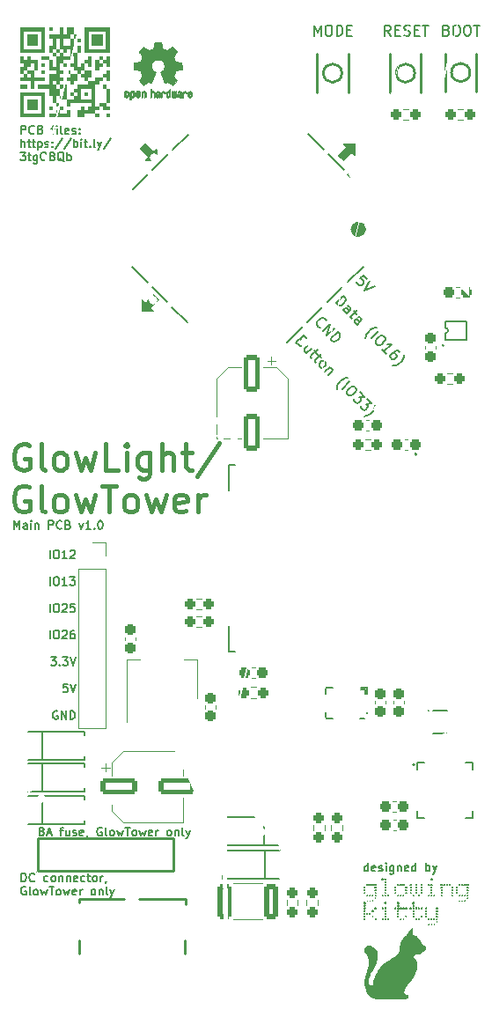
<source format=gbr>
%TF.GenerationSoftware,KiCad,Pcbnew,(6.0.6-0)*%
%TF.CreationDate,2022-07-27T22:33:04+02:00*%
%TF.ProjectId,GlowTowerPCB,476c6f77-546f-4776-9572-5043422e6b69,rev?*%
%TF.SameCoordinates,Original*%
%TF.FileFunction,Legend,Top*%
%TF.FilePolarity,Positive*%
%FSLAX46Y46*%
G04 Gerber Fmt 4.6, Leading zero omitted, Abs format (unit mm)*
G04 Created by KiCad (PCBNEW (6.0.6-0)) date 2022-07-27 22:33:04*
%MOMM*%
%LPD*%
G01*
G04 APERTURE LIST*
G04 Aperture macros list*
%AMRoundRect*
0 Rectangle with rounded corners*
0 $1 Rounding radius*
0 $2 $3 $4 $5 $6 $7 $8 $9 X,Y pos of 4 corners*
0 Add a 4 corners polygon primitive as box body*
4,1,4,$2,$3,$4,$5,$6,$7,$8,$9,$2,$3,0*
0 Add four circle primitives for the rounded corners*
1,1,$1+$1,$2,$3*
1,1,$1+$1,$4,$5*
1,1,$1+$1,$6,$7*
1,1,$1+$1,$8,$9*
0 Add four rect primitives between the rounded corners*
20,1,$1+$1,$2,$3,$4,$5,0*
20,1,$1+$1,$4,$5,$6,$7,0*
20,1,$1+$1,$6,$7,$8,$9,0*
20,1,$1+$1,$8,$9,$2,$3,0*%
%AMRotRect*
0 Rectangle, with rotation*
0 The origin of the aperture is its center*
0 $1 length*
0 $2 width*
0 $3 Rotation angle, in degrees counterclockwise*
0 Add horizontal line*
21,1,$1,$2,0,0,$3*%
%AMFreePoly0*
4,1,112,3.105582,3.191654,3.458980,3.129341,3.803230,3.028022,4.134041,2.888962,4.447289,2.713894,4.739071,2.504999,5.005748,2.264881,5.243998,1.996534,5.450851,1.703301,5.623729,1.388838,5.760476,1.057065,5.859388,0.712116,5.919233,0.358291,5.939265,0.000000,5.938012,-0.089748,5.907984,-0.447339,5.838283,-0.799355,5.729777,-1.141408,5.583820,-1.469234,5.402230,-1.778747,
5.187270,-2.066090,4.941620,-2.327680,4.668342,-2.560258,4.370841,-2.760925,4.052827,-2.927179,3.718263,-3.056948,3.371318,-3.148614,3.016317,-3.201036,2.657686,-3.213560,2.299893,-3.186029,1.947399,-3.118788,1.604597,-3.012673,1.275760,-2.869007,0.964987,-2.689582,0.676150,-2.476634,0.412851,-2.232816,0.178371,-1.961168,-0.024367,-1.665076,-0.192837,-1.348230,-0.324939,-1.014580,
-0.419026,-0.668283,-0.473925,-0.313657,-0.481420,-0.134825,-0.481581,-0.134460,-0.499164,0.000000,0.505984,0.000000,0.524968,-0.289640,0.581595,-0.574324,0.674897,-0.849181,0.803276,-1.109508,0.964536,-1.350851,1.155919,-1.569081,1.374149,-1.760464,1.615492,-1.921724,1.875819,-2.050103,2.150676,-2.143405,2.435360,-2.200032,2.725000,-2.219016,3.014640,-2.200032,3.299324,-2.143405,
3.574181,-2.050103,3.834508,-1.921724,4.075851,-1.760464,4.294081,-1.569081,4.485464,-1.350851,4.646724,-1.109508,4.775103,-0.849181,4.868405,-0.574324,4.925032,-0.289640,4.944016,0.000000,4.925032,0.289640,4.868405,0.574324,4.775103,0.849181,4.646724,1.109508,4.485464,1.350851,4.294081,1.569081,4.075851,1.760464,3.834508,1.921724,3.574181,2.050103,3.299324,2.143405,
3.014640,2.200032,2.725000,2.219016,2.435360,2.200032,2.150676,2.143405,1.875819,2.050103,1.615492,1.921724,1.374149,1.760464,1.155919,1.569081,0.964536,1.350851,0.803276,1.109508,0.674897,0.849181,0.581595,0.574324,0.524968,0.289640,0.505984,0.000000,-0.499164,0.000000,-0.499963,0.006109,-0.484897,0.102868,-0.463920,0.402854,-0.399140,0.755809,-0.295421,1.099343,
-0.154055,1.429175,0.023196,1.741194,0.234123,2.031510,0.476097,2.296505,0.746101,2.532875,1.040770,2.737676,1.356433,2.908354,1.689153,3.042782,2.034784,3.139284,2.389018,3.196657,2.747440,3.214187,3.105582,3.191654,3.105582,3.191654,$1*%
G04 Aperture macros list end*
%ADD10C,0.150000*%
%ADD11C,0.734422*%
%ADD12C,0.400000*%
%ADD13C,0.151994*%
%ADD14C,0.059995*%
%ADD15C,0.152400*%
%ADD16C,0.120000*%
%ADD17C,0.254001*%
%ADD18C,0.200000*%
%ADD19C,0.131597*%
%ADD20C,0.127000*%
%ADD21C,0.300000*%
%ADD22C,0.010000*%
%ADD23R,1.050013X0.550013*%
%ADD24R,0.450013X1.400000*%
%ADD25R,2.400000X0.450013*%
%ADD26R,2.046380X1.620015*%
%ADD27RoundRect,0.237500X0.250000X0.237500X-0.250000X0.237500X-0.250000X-0.237500X0.250000X-0.237500X0*%
%ADD28RoundRect,0.237500X0.237500X-0.250000X0.237500X0.250000X-0.237500X0.250000X-0.237500X-0.250000X0*%
%ADD29RoundRect,0.237500X-0.237500X0.250000X-0.237500X-0.250000X0.237500X-0.250000X0.237500X0.250000X0*%
%ADD30RoundRect,0.250000X0.400000X1.450000X-0.400000X1.450000X-0.400000X-1.450000X0.400000X-1.450000X0*%
%ADD31RotRect,2.000000X3.500000X45.000000*%
%ADD32RoundRect,0.237500X-0.300000X-0.237500X0.300000X-0.237500X0.300000X0.237500X-0.300000X0.237500X0*%
%ADD33FreePoly0,0.000000*%
%ADD34C,4.300000*%
%ADD35RoundRect,0.237500X-0.250000X-0.237500X0.250000X-0.237500X0.250000X0.237500X-0.250000X0.237500X0*%
%ADD36R,1.700000X1.700000*%
%ADD37O,1.700000X1.700000*%
%ADD38R,0.900000X1.500000*%
%ADD39RoundRect,0.237500X0.237500X-0.300000X0.237500X0.300000X-0.237500X0.300000X-0.237500X-0.300000X0*%
%ADD40RotRect,2.000000X3.500000X135.000000*%
%ADD41RoundRect,0.237500X-0.237500X0.300000X-0.237500X-0.300000X0.237500X-0.300000X0.237500X0.300000X0*%
%ADD42RoundRect,0.237500X0.300000X0.237500X-0.300000X0.237500X-0.300000X-0.237500X0.300000X-0.237500X0*%
%ADD43C,2.300000*%
%ADD44O,3.200000X1.600000*%
%ADD45O,1.600000X3.000000*%
%ADD46C,1.800000*%
%ADD47RotRect,2.000000X3.500000X225.000000*%
%ADD48O,1.200000X2.200000*%
%ADD49O,1.200000X1.800000*%
%ADD50R,0.300000X1.300000*%
%ADD51R,0.600000X1.300000*%
%ADD52C,0.700025*%
%ADD53O,0.250013X0.750013*%
%ADD54R,0.900000X2.000000*%
%ADD55R,2.000000X0.900000*%
%ADD56R,1.330000X1.330000*%
%ADD57R,0.900000X0.280010*%
%ADD58R,0.280010X0.900000*%
%ADD59R,3.300000X3.300000*%
%ADD60RotRect,2.000000X3.500000X315.000000*%
%ADD61RoundRect,0.250000X-1.500000X-0.550000X1.500000X-0.550000X1.500000X0.550000X-1.500000X0.550000X0*%
%ADD62RoundRect,0.250000X-0.550000X1.500000X-0.550000X-1.500000X0.550000X-1.500000X0.550000X1.500000X0*%
%ADD63R,0.600000X0.419990*%
%ADD64R,1.500000X2.000000*%
%ADD65R,3.800000X2.000000*%
%ADD66C,2.000000*%
%ADD67C,0.800000*%
%ADD68C,1.300000*%
G04 APERTURE END LIST*
D10*
X66280000Y-66900000D02*
X64800000Y-65420000D01*
X79720000Y-68870000D02*
X81200000Y-67390000D01*
X79840000Y-50750000D02*
X81320000Y-52230000D01*
X81660000Y-66930000D02*
X83140000Y-65450000D01*
X64440000Y-54590000D02*
X62960000Y-56070000D01*
X64390000Y-65010000D02*
X62910000Y-63530000D01*
D11*
X85017211Y-59900000D02*
G75*
G03*
X85017211Y-59900000I-367211J0D01*
G01*
D10*
X83660000Y-64960000D02*
X85140000Y-63480000D01*
X68270000Y-50760000D02*
X66790000Y-52240000D01*
X66330000Y-52700000D02*
X64850000Y-54180000D01*
X68220000Y-68840000D02*
X66740000Y-67360000D01*
X83670000Y-54580000D02*
X85150000Y-56060000D01*
X77810000Y-70770000D02*
X79290000Y-69290000D01*
X81780000Y-52690000D02*
X83260000Y-54170000D01*
X93142857Y-40758571D02*
X93285714Y-40806190D01*
X93333333Y-40853809D01*
X93380952Y-40949047D01*
X93380952Y-41091904D01*
X93333333Y-41187142D01*
X93285714Y-41234761D01*
X93190476Y-41282380D01*
X92809523Y-41282380D01*
X92809523Y-40282380D01*
X93142857Y-40282380D01*
X93238095Y-40330000D01*
X93285714Y-40377619D01*
X93333333Y-40472857D01*
X93333333Y-40568095D01*
X93285714Y-40663333D01*
X93238095Y-40710952D01*
X93142857Y-40758571D01*
X92809523Y-40758571D01*
X94000000Y-40282380D02*
X94190476Y-40282380D01*
X94285714Y-40330000D01*
X94380952Y-40425238D01*
X94428571Y-40615714D01*
X94428571Y-40949047D01*
X94380952Y-41139523D01*
X94285714Y-41234761D01*
X94190476Y-41282380D01*
X94000000Y-41282380D01*
X93904761Y-41234761D01*
X93809523Y-41139523D01*
X93761904Y-40949047D01*
X93761904Y-40615714D01*
X93809523Y-40425238D01*
X93904761Y-40330000D01*
X94000000Y-40282380D01*
X95047619Y-40282380D02*
X95238095Y-40282380D01*
X95333333Y-40330000D01*
X95428571Y-40425238D01*
X95476190Y-40615714D01*
X95476190Y-40949047D01*
X95428571Y-41139523D01*
X95333333Y-41234761D01*
X95238095Y-41282380D01*
X95047619Y-41282380D01*
X94952380Y-41234761D01*
X94857142Y-41139523D01*
X94809523Y-40949047D01*
X94809523Y-40615714D01*
X94857142Y-40425238D01*
X94952380Y-40330000D01*
X95047619Y-40282380D01*
X95761904Y-40282380D02*
X96333333Y-40282380D01*
X96047619Y-41282380D02*
X96047619Y-40282380D01*
X81561244Y-68684137D02*
X81527572Y-68583122D01*
X81426557Y-68482107D01*
X81291870Y-68414763D01*
X81157183Y-68414763D01*
X81056168Y-68448435D01*
X80887809Y-68549450D01*
X80786794Y-68650465D01*
X80685778Y-68818824D01*
X80652107Y-68919839D01*
X80652107Y-69054526D01*
X80719450Y-69189213D01*
X80786794Y-69256557D01*
X80921481Y-69323900D01*
X80988824Y-69323900D01*
X81224526Y-69088198D01*
X81089839Y-68953511D01*
X81224526Y-69694290D02*
X81931633Y-68987183D01*
X81628587Y-70098351D01*
X82335694Y-69391244D01*
X81965305Y-70435068D02*
X82672412Y-69727961D01*
X82840770Y-69896320D01*
X82908114Y-70031007D01*
X82908114Y-70165694D01*
X82874442Y-70266709D01*
X82773427Y-70435068D01*
X82672412Y-70536083D01*
X82504053Y-70637099D01*
X82403038Y-70670770D01*
X82268351Y-70670770D01*
X82133664Y-70603427D01*
X81965305Y-70435068D01*
X79273511Y-70672496D02*
X79340855Y-70807183D01*
X79340855Y-70874526D01*
X79307183Y-70975542D01*
X79206168Y-71076557D01*
X79105152Y-71110229D01*
X79037809Y-71110229D01*
X78936794Y-71076557D01*
X78667420Y-70807183D01*
X79374526Y-70100076D01*
X79610229Y-70335778D01*
X79643900Y-70436794D01*
X79643900Y-70504137D01*
X79610229Y-70605152D01*
X79542885Y-70672496D01*
X79441870Y-70706168D01*
X79374526Y-70706168D01*
X79273511Y-70672496D01*
X79037809Y-70436794D01*
X80148977Y-71345931D02*
X79677572Y-71817335D01*
X79845931Y-71042885D02*
X79475542Y-71413274D01*
X79441870Y-71514290D01*
X79475542Y-71615305D01*
X79576557Y-71716320D01*
X79677572Y-71749992D01*
X79744916Y-71749992D01*
X80384679Y-71581633D02*
X80654053Y-71851007D01*
X80721396Y-71446946D02*
X80115305Y-72053038D01*
X80081633Y-72154053D01*
X80115305Y-72255068D01*
X80182648Y-72322412D01*
X80788740Y-71985694D02*
X81058114Y-72255068D01*
X81125457Y-71851007D02*
X80519366Y-72457099D01*
X80485694Y-72558114D01*
X80519366Y-72659129D01*
X80586709Y-72726473D01*
X80923427Y-73063190D02*
X80889755Y-72962175D01*
X80889755Y-72894831D01*
X80923427Y-72793816D01*
X81125457Y-72591786D01*
X81226473Y-72558114D01*
X81293816Y-72558114D01*
X81394831Y-72591786D01*
X81495847Y-72692801D01*
X81529518Y-72793816D01*
X81529518Y-72861160D01*
X81495847Y-72962175D01*
X81293816Y-73164205D01*
X81192801Y-73197877D01*
X81125457Y-73197877D01*
X81024442Y-73164205D01*
X80923427Y-73063190D01*
X81933579Y-73130534D02*
X81462175Y-73601938D01*
X81866236Y-73197877D02*
X81933579Y-73197877D01*
X82034595Y-73231549D01*
X82135610Y-73332564D01*
X82169282Y-73433579D01*
X82135610Y-73534595D01*
X81765221Y-73904984D01*
X82573343Y-75251854D02*
X82573343Y-75184511D01*
X82607014Y-75016152D01*
X82640686Y-74915136D01*
X82708030Y-74780449D01*
X82842717Y-74578419D01*
X82977404Y-74443732D01*
X83179434Y-74309045D01*
X83314121Y-74241701D01*
X83415136Y-74208030D01*
X83583495Y-74174358D01*
X83650839Y-74174358D01*
X83112091Y-75251854D02*
X83819198Y-74544747D01*
X84290602Y-75016152D02*
X84425289Y-75150839D01*
X84458961Y-75251854D01*
X84458961Y-75386541D01*
X84357946Y-75554900D01*
X84122243Y-75790602D01*
X83953885Y-75891617D01*
X83819198Y-75891617D01*
X83718182Y-75857946D01*
X83583495Y-75723259D01*
X83549823Y-75622243D01*
X83549823Y-75487556D01*
X83650839Y-75319198D01*
X83886541Y-75083495D01*
X84054900Y-74982480D01*
X84189587Y-74982480D01*
X84290602Y-75016152D01*
X84829350Y-75554900D02*
X85267083Y-75992633D01*
X84762007Y-76026304D01*
X84863022Y-76127320D01*
X84896694Y-76228335D01*
X84896694Y-76295678D01*
X84863022Y-76396694D01*
X84694663Y-76565052D01*
X84593648Y-76598724D01*
X84526304Y-76598724D01*
X84425289Y-76565052D01*
X84223259Y-76363022D01*
X84189587Y-76262007D01*
X84189587Y-76194663D01*
X85502785Y-76228335D02*
X85940518Y-76666068D01*
X85435442Y-76699739D01*
X85536457Y-76800755D01*
X85570129Y-76901770D01*
X85570129Y-76969113D01*
X85536457Y-77070129D01*
X85368098Y-77238487D01*
X85267083Y-77272159D01*
X85199739Y-77272159D01*
X85098724Y-77238487D01*
X84896694Y-77036457D01*
X84863022Y-76935442D01*
X84863022Y-76868098D01*
X85199739Y-77878251D02*
X85267083Y-77878251D01*
X85435442Y-77844579D01*
X85536457Y-77810907D01*
X85671144Y-77743564D01*
X85873174Y-77608877D01*
X86007861Y-77474190D01*
X86142548Y-77272159D01*
X86209892Y-77137472D01*
X86243564Y-77036457D01*
X86277235Y-76868098D01*
X86277235Y-76800755D01*
X80387976Y-41282380D02*
X80387976Y-40282380D01*
X80721309Y-40996666D01*
X81054642Y-40282380D01*
X81054642Y-41282380D01*
X81721309Y-40282380D02*
X81911785Y-40282380D01*
X82007023Y-40330000D01*
X82102261Y-40425238D01*
X82149880Y-40615714D01*
X82149880Y-40949047D01*
X82102261Y-41139523D01*
X82007023Y-41234761D01*
X81911785Y-41282380D01*
X81721309Y-41282380D01*
X81626071Y-41234761D01*
X81530833Y-41139523D01*
X81483214Y-40949047D01*
X81483214Y-40615714D01*
X81530833Y-40425238D01*
X81626071Y-40330000D01*
X81721309Y-40282380D01*
X82578452Y-41282380D02*
X82578452Y-40282380D01*
X82816547Y-40282380D01*
X82959404Y-40330000D01*
X83054642Y-40425238D01*
X83102261Y-40520476D01*
X83149880Y-40710952D01*
X83149880Y-40853809D01*
X83102261Y-41044285D01*
X83054642Y-41139523D01*
X82959404Y-41234761D01*
X82816547Y-41282380D01*
X82578452Y-41282380D01*
X83578452Y-40758571D02*
X83911785Y-40758571D01*
X84054642Y-41282380D02*
X83578452Y-41282380D01*
X83578452Y-40282380D01*
X84054642Y-40282380D01*
X52247976Y-122617904D02*
X52247976Y-121817904D01*
X52438452Y-121817904D01*
X52552738Y-121856000D01*
X52628928Y-121932190D01*
X52667023Y-122008380D01*
X52705119Y-122160761D01*
X52705119Y-122275047D01*
X52667023Y-122427428D01*
X52628928Y-122503619D01*
X52552738Y-122579809D01*
X52438452Y-122617904D01*
X52247976Y-122617904D01*
X53505119Y-122541714D02*
X53467023Y-122579809D01*
X53352738Y-122617904D01*
X53276547Y-122617904D01*
X53162261Y-122579809D01*
X53086071Y-122503619D01*
X53047976Y-122427428D01*
X53009880Y-122275047D01*
X53009880Y-122160761D01*
X53047976Y-122008380D01*
X53086071Y-121932190D01*
X53162261Y-121856000D01*
X53276547Y-121817904D01*
X53352738Y-121817904D01*
X53467023Y-121856000D01*
X53505119Y-121894095D01*
X54800357Y-122579809D02*
X54724166Y-122617904D01*
X54571785Y-122617904D01*
X54495595Y-122579809D01*
X54457500Y-122541714D01*
X54419404Y-122465523D01*
X54419404Y-122236952D01*
X54457500Y-122160761D01*
X54495595Y-122122666D01*
X54571785Y-122084571D01*
X54724166Y-122084571D01*
X54800357Y-122122666D01*
X55257500Y-122617904D02*
X55181309Y-122579809D01*
X55143214Y-122541714D01*
X55105119Y-122465523D01*
X55105119Y-122236952D01*
X55143214Y-122160761D01*
X55181309Y-122122666D01*
X55257500Y-122084571D01*
X55371785Y-122084571D01*
X55447976Y-122122666D01*
X55486071Y-122160761D01*
X55524166Y-122236952D01*
X55524166Y-122465523D01*
X55486071Y-122541714D01*
X55447976Y-122579809D01*
X55371785Y-122617904D01*
X55257500Y-122617904D01*
X55867023Y-122084571D02*
X55867023Y-122617904D01*
X55867023Y-122160761D02*
X55905119Y-122122666D01*
X55981309Y-122084571D01*
X56095595Y-122084571D01*
X56171785Y-122122666D01*
X56209880Y-122198857D01*
X56209880Y-122617904D01*
X56590833Y-122084571D02*
X56590833Y-122617904D01*
X56590833Y-122160761D02*
X56628928Y-122122666D01*
X56705119Y-122084571D01*
X56819404Y-122084571D01*
X56895595Y-122122666D01*
X56933690Y-122198857D01*
X56933690Y-122617904D01*
X57619404Y-122579809D02*
X57543214Y-122617904D01*
X57390833Y-122617904D01*
X57314642Y-122579809D01*
X57276547Y-122503619D01*
X57276547Y-122198857D01*
X57314642Y-122122666D01*
X57390833Y-122084571D01*
X57543214Y-122084571D01*
X57619404Y-122122666D01*
X57657500Y-122198857D01*
X57657500Y-122275047D01*
X57276547Y-122351238D01*
X58343214Y-122579809D02*
X58267023Y-122617904D01*
X58114642Y-122617904D01*
X58038452Y-122579809D01*
X58000357Y-122541714D01*
X57962261Y-122465523D01*
X57962261Y-122236952D01*
X58000357Y-122160761D01*
X58038452Y-122122666D01*
X58114642Y-122084571D01*
X58267023Y-122084571D01*
X58343214Y-122122666D01*
X58571785Y-122084571D02*
X58876547Y-122084571D01*
X58686071Y-121817904D02*
X58686071Y-122503619D01*
X58724166Y-122579809D01*
X58800357Y-122617904D01*
X58876547Y-122617904D01*
X59257500Y-122617904D02*
X59181309Y-122579809D01*
X59143214Y-122541714D01*
X59105119Y-122465523D01*
X59105119Y-122236952D01*
X59143214Y-122160761D01*
X59181309Y-122122666D01*
X59257500Y-122084571D01*
X59371785Y-122084571D01*
X59447976Y-122122666D01*
X59486071Y-122160761D01*
X59524166Y-122236952D01*
X59524166Y-122465523D01*
X59486071Y-122541714D01*
X59447976Y-122579809D01*
X59371785Y-122617904D01*
X59257500Y-122617904D01*
X59867023Y-122617904D02*
X59867023Y-122084571D01*
X59867023Y-122236952D02*
X59905119Y-122160761D01*
X59943214Y-122122666D01*
X60019404Y-122084571D01*
X60095595Y-122084571D01*
X60400357Y-122579809D02*
X60400357Y-122617904D01*
X60362261Y-122694095D01*
X60324166Y-122732190D01*
X52667023Y-123144000D02*
X52590833Y-123105904D01*
X52476547Y-123105904D01*
X52362261Y-123144000D01*
X52286071Y-123220190D01*
X52247976Y-123296380D01*
X52209880Y-123448761D01*
X52209880Y-123563047D01*
X52247976Y-123715428D01*
X52286071Y-123791619D01*
X52362261Y-123867809D01*
X52476547Y-123905904D01*
X52552738Y-123905904D01*
X52667023Y-123867809D01*
X52705119Y-123829714D01*
X52705119Y-123563047D01*
X52552738Y-123563047D01*
X53162261Y-123905904D02*
X53086071Y-123867809D01*
X53047976Y-123791619D01*
X53047976Y-123105904D01*
X53581309Y-123905904D02*
X53505119Y-123867809D01*
X53467023Y-123829714D01*
X53428928Y-123753523D01*
X53428928Y-123524952D01*
X53467023Y-123448761D01*
X53505119Y-123410666D01*
X53581309Y-123372571D01*
X53695595Y-123372571D01*
X53771785Y-123410666D01*
X53809880Y-123448761D01*
X53847976Y-123524952D01*
X53847976Y-123753523D01*
X53809880Y-123829714D01*
X53771785Y-123867809D01*
X53695595Y-123905904D01*
X53581309Y-123905904D01*
X54114642Y-123372571D02*
X54267023Y-123905904D01*
X54419404Y-123524952D01*
X54571785Y-123905904D01*
X54724166Y-123372571D01*
X54914642Y-123105904D02*
X55371785Y-123105904D01*
X55143214Y-123905904D02*
X55143214Y-123105904D01*
X55752738Y-123905904D02*
X55676547Y-123867809D01*
X55638452Y-123829714D01*
X55600357Y-123753523D01*
X55600357Y-123524952D01*
X55638452Y-123448761D01*
X55676547Y-123410666D01*
X55752738Y-123372571D01*
X55867023Y-123372571D01*
X55943214Y-123410666D01*
X55981309Y-123448761D01*
X56019404Y-123524952D01*
X56019404Y-123753523D01*
X55981309Y-123829714D01*
X55943214Y-123867809D01*
X55867023Y-123905904D01*
X55752738Y-123905904D01*
X56286071Y-123372571D02*
X56438452Y-123905904D01*
X56590833Y-123524952D01*
X56743214Y-123905904D01*
X56895595Y-123372571D01*
X57505119Y-123867809D02*
X57428928Y-123905904D01*
X57276547Y-123905904D01*
X57200357Y-123867809D01*
X57162261Y-123791619D01*
X57162261Y-123486857D01*
X57200357Y-123410666D01*
X57276547Y-123372571D01*
X57428928Y-123372571D01*
X57505119Y-123410666D01*
X57543214Y-123486857D01*
X57543214Y-123563047D01*
X57162261Y-123639238D01*
X57886071Y-123905904D02*
X57886071Y-123372571D01*
X57886071Y-123524952D02*
X57924166Y-123448761D01*
X57962261Y-123410666D01*
X58038452Y-123372571D01*
X58114642Y-123372571D01*
X59105119Y-123905904D02*
X59028928Y-123867809D01*
X58990833Y-123829714D01*
X58952738Y-123753523D01*
X58952738Y-123524952D01*
X58990833Y-123448761D01*
X59028928Y-123410666D01*
X59105119Y-123372571D01*
X59219404Y-123372571D01*
X59295595Y-123410666D01*
X59333690Y-123448761D01*
X59371785Y-123524952D01*
X59371785Y-123753523D01*
X59333690Y-123829714D01*
X59295595Y-123867809D01*
X59219404Y-123905904D01*
X59105119Y-123905904D01*
X59714642Y-123372571D02*
X59714642Y-123905904D01*
X59714642Y-123448761D02*
X59752738Y-123410666D01*
X59828928Y-123372571D01*
X59943214Y-123372571D01*
X60019404Y-123410666D01*
X60057500Y-123486857D01*
X60057500Y-123905904D01*
X60552738Y-123905904D02*
X60476547Y-123867809D01*
X60438452Y-123791619D01*
X60438452Y-123105904D01*
X60781309Y-123372571D02*
X60971785Y-123905904D01*
X61162261Y-123372571D02*
X60971785Y-123905904D01*
X60895595Y-124096380D01*
X60857500Y-124134476D01*
X60781309Y-124172571D01*
X54112261Y-117744761D02*
X54036071Y-117706666D01*
X53997976Y-117668571D01*
X53959880Y-117592380D01*
X53959880Y-117554285D01*
X53997976Y-117478095D01*
X54036071Y-117440000D01*
X54112261Y-117401904D01*
X54264642Y-117401904D01*
X54340833Y-117440000D01*
X54378928Y-117478095D01*
X54417023Y-117554285D01*
X54417023Y-117592380D01*
X54378928Y-117668571D01*
X54340833Y-117706666D01*
X54264642Y-117744761D01*
X54112261Y-117744761D01*
X54036071Y-117782857D01*
X53997976Y-117820952D01*
X53959880Y-117897142D01*
X53959880Y-118049523D01*
X53997976Y-118125714D01*
X54036071Y-118163809D01*
X54112261Y-118201904D01*
X54264642Y-118201904D01*
X54340833Y-118163809D01*
X54378928Y-118125714D01*
X54417023Y-118049523D01*
X54417023Y-117897142D01*
X54378928Y-117820952D01*
X54340833Y-117782857D01*
X54264642Y-117744761D01*
X54721785Y-117973333D02*
X55102738Y-117973333D01*
X54645595Y-118201904D02*
X54912261Y-117401904D01*
X55178928Y-118201904D01*
X55940833Y-117668571D02*
X56245595Y-117668571D01*
X56055119Y-118201904D02*
X56055119Y-117516190D01*
X56093214Y-117440000D01*
X56169404Y-117401904D01*
X56245595Y-117401904D01*
X56855119Y-117668571D02*
X56855119Y-118201904D01*
X56512261Y-117668571D02*
X56512261Y-118087619D01*
X56550357Y-118163809D01*
X56626547Y-118201904D01*
X56740833Y-118201904D01*
X56817023Y-118163809D01*
X56855119Y-118125714D01*
X57197976Y-118163809D02*
X57274166Y-118201904D01*
X57426547Y-118201904D01*
X57502738Y-118163809D01*
X57540833Y-118087619D01*
X57540833Y-118049523D01*
X57502738Y-117973333D01*
X57426547Y-117935238D01*
X57312261Y-117935238D01*
X57236071Y-117897142D01*
X57197976Y-117820952D01*
X57197976Y-117782857D01*
X57236071Y-117706666D01*
X57312261Y-117668571D01*
X57426547Y-117668571D01*
X57502738Y-117706666D01*
X58188452Y-118163809D02*
X58112261Y-118201904D01*
X57959880Y-118201904D01*
X57883690Y-118163809D01*
X57845595Y-118087619D01*
X57845595Y-117782857D01*
X57883690Y-117706666D01*
X57959880Y-117668571D01*
X58112261Y-117668571D01*
X58188452Y-117706666D01*
X58226547Y-117782857D01*
X58226547Y-117859047D01*
X57845595Y-117935238D01*
X58607500Y-118163809D02*
X58607500Y-118201904D01*
X58569404Y-118278095D01*
X58531309Y-118316190D01*
X59978928Y-117440000D02*
X59902738Y-117401904D01*
X59788452Y-117401904D01*
X59674166Y-117440000D01*
X59597976Y-117516190D01*
X59559880Y-117592380D01*
X59521785Y-117744761D01*
X59521785Y-117859047D01*
X59559880Y-118011428D01*
X59597976Y-118087619D01*
X59674166Y-118163809D01*
X59788452Y-118201904D01*
X59864642Y-118201904D01*
X59978928Y-118163809D01*
X60017023Y-118125714D01*
X60017023Y-117859047D01*
X59864642Y-117859047D01*
X60474166Y-118201904D02*
X60397976Y-118163809D01*
X60359880Y-118087619D01*
X60359880Y-117401904D01*
X60893214Y-118201904D02*
X60817023Y-118163809D01*
X60778928Y-118125714D01*
X60740833Y-118049523D01*
X60740833Y-117820952D01*
X60778928Y-117744761D01*
X60817023Y-117706666D01*
X60893214Y-117668571D01*
X61007500Y-117668571D01*
X61083690Y-117706666D01*
X61121785Y-117744761D01*
X61159880Y-117820952D01*
X61159880Y-118049523D01*
X61121785Y-118125714D01*
X61083690Y-118163809D01*
X61007500Y-118201904D01*
X60893214Y-118201904D01*
X61426547Y-117668571D02*
X61578928Y-118201904D01*
X61731309Y-117820952D01*
X61883690Y-118201904D01*
X62036071Y-117668571D01*
X62226547Y-117401904D02*
X62683690Y-117401904D01*
X62455119Y-118201904D02*
X62455119Y-117401904D01*
X63064642Y-118201904D02*
X62988452Y-118163809D01*
X62950357Y-118125714D01*
X62912261Y-118049523D01*
X62912261Y-117820952D01*
X62950357Y-117744761D01*
X62988452Y-117706666D01*
X63064642Y-117668571D01*
X63178928Y-117668571D01*
X63255119Y-117706666D01*
X63293214Y-117744761D01*
X63331309Y-117820952D01*
X63331309Y-118049523D01*
X63293214Y-118125714D01*
X63255119Y-118163809D01*
X63178928Y-118201904D01*
X63064642Y-118201904D01*
X63597976Y-117668571D02*
X63750357Y-118201904D01*
X63902738Y-117820952D01*
X64055119Y-118201904D01*
X64207500Y-117668571D01*
X64817023Y-118163809D02*
X64740833Y-118201904D01*
X64588452Y-118201904D01*
X64512261Y-118163809D01*
X64474166Y-118087619D01*
X64474166Y-117782857D01*
X64512261Y-117706666D01*
X64588452Y-117668571D01*
X64740833Y-117668571D01*
X64817023Y-117706666D01*
X64855119Y-117782857D01*
X64855119Y-117859047D01*
X64474166Y-117935238D01*
X65197976Y-118201904D02*
X65197976Y-117668571D01*
X65197976Y-117820952D02*
X65236071Y-117744761D01*
X65274166Y-117706666D01*
X65350357Y-117668571D01*
X65426547Y-117668571D01*
X66417023Y-118201904D02*
X66340833Y-118163809D01*
X66302738Y-118125714D01*
X66264642Y-118049523D01*
X66264642Y-117820952D01*
X66302738Y-117744761D01*
X66340833Y-117706666D01*
X66417023Y-117668571D01*
X66531309Y-117668571D01*
X66607500Y-117706666D01*
X66645595Y-117744761D01*
X66683690Y-117820952D01*
X66683690Y-118049523D01*
X66645595Y-118125714D01*
X66607500Y-118163809D01*
X66531309Y-118201904D01*
X66417023Y-118201904D01*
X67026547Y-117668571D02*
X67026547Y-118201904D01*
X67026547Y-117744761D02*
X67064642Y-117706666D01*
X67140833Y-117668571D01*
X67255119Y-117668571D01*
X67331309Y-117706666D01*
X67369404Y-117782857D01*
X67369404Y-118201904D01*
X67864642Y-118201904D02*
X67788452Y-118163809D01*
X67750357Y-118087619D01*
X67750357Y-117401904D01*
X68093214Y-117668571D02*
X68283690Y-118201904D01*
X68474166Y-117668571D02*
X68283690Y-118201904D01*
X68207500Y-118392380D01*
X68169404Y-118430476D01*
X68093214Y-118468571D01*
D12*
X52944761Y-80667500D02*
X52706666Y-80548452D01*
X52349523Y-80548452D01*
X51992380Y-80667500D01*
X51754285Y-80905595D01*
X51635238Y-81143690D01*
X51516190Y-81619880D01*
X51516190Y-81977023D01*
X51635238Y-82453214D01*
X51754285Y-82691309D01*
X51992380Y-82929404D01*
X52349523Y-83048452D01*
X52587619Y-83048452D01*
X52944761Y-82929404D01*
X53063809Y-82810357D01*
X53063809Y-81977023D01*
X52587619Y-81977023D01*
X54492380Y-83048452D02*
X54254285Y-82929404D01*
X54135238Y-82691309D01*
X54135238Y-80548452D01*
X55801904Y-83048452D02*
X55563809Y-82929404D01*
X55444761Y-82810357D01*
X55325714Y-82572261D01*
X55325714Y-81857976D01*
X55444761Y-81619880D01*
X55563809Y-81500833D01*
X55801904Y-81381785D01*
X56159047Y-81381785D01*
X56397142Y-81500833D01*
X56516190Y-81619880D01*
X56635238Y-81857976D01*
X56635238Y-82572261D01*
X56516190Y-82810357D01*
X56397142Y-82929404D01*
X56159047Y-83048452D01*
X55801904Y-83048452D01*
X57468571Y-81381785D02*
X57944761Y-83048452D01*
X58420952Y-81857976D01*
X58897142Y-83048452D01*
X59373333Y-81381785D01*
X61516190Y-83048452D02*
X60325714Y-83048452D01*
X60325714Y-80548452D01*
X62349523Y-83048452D02*
X62349523Y-81381785D01*
X62349523Y-80548452D02*
X62230476Y-80667500D01*
X62349523Y-80786547D01*
X62468571Y-80667500D01*
X62349523Y-80548452D01*
X62349523Y-80786547D01*
X64611428Y-81381785D02*
X64611428Y-83405595D01*
X64492380Y-83643690D01*
X64373333Y-83762738D01*
X64135238Y-83881785D01*
X63778095Y-83881785D01*
X63540000Y-83762738D01*
X64611428Y-82929404D02*
X64373333Y-83048452D01*
X63897142Y-83048452D01*
X63659047Y-82929404D01*
X63540000Y-82810357D01*
X63420952Y-82572261D01*
X63420952Y-81857976D01*
X63540000Y-81619880D01*
X63659047Y-81500833D01*
X63897142Y-81381785D01*
X64373333Y-81381785D01*
X64611428Y-81500833D01*
X65801904Y-83048452D02*
X65801904Y-80548452D01*
X66873333Y-83048452D02*
X66873333Y-81738928D01*
X66754285Y-81500833D01*
X66516190Y-81381785D01*
X66159047Y-81381785D01*
X65920952Y-81500833D01*
X65801904Y-81619880D01*
X67706666Y-81381785D02*
X68659047Y-81381785D01*
X68063809Y-80548452D02*
X68063809Y-82691309D01*
X68182857Y-82929404D01*
X68420952Y-83048452D01*
X68659047Y-83048452D01*
X71278095Y-80429404D02*
X69135238Y-83643690D01*
X52944761Y-84692500D02*
X52706666Y-84573452D01*
X52349523Y-84573452D01*
X51992380Y-84692500D01*
X51754285Y-84930595D01*
X51635238Y-85168690D01*
X51516190Y-85644880D01*
X51516190Y-86002023D01*
X51635238Y-86478214D01*
X51754285Y-86716309D01*
X51992380Y-86954404D01*
X52349523Y-87073452D01*
X52587619Y-87073452D01*
X52944761Y-86954404D01*
X53063809Y-86835357D01*
X53063809Y-86002023D01*
X52587619Y-86002023D01*
X54492380Y-87073452D02*
X54254285Y-86954404D01*
X54135238Y-86716309D01*
X54135238Y-84573452D01*
X55801904Y-87073452D02*
X55563809Y-86954404D01*
X55444761Y-86835357D01*
X55325714Y-86597261D01*
X55325714Y-85882976D01*
X55444761Y-85644880D01*
X55563809Y-85525833D01*
X55801904Y-85406785D01*
X56159047Y-85406785D01*
X56397142Y-85525833D01*
X56516190Y-85644880D01*
X56635238Y-85882976D01*
X56635238Y-86597261D01*
X56516190Y-86835357D01*
X56397142Y-86954404D01*
X56159047Y-87073452D01*
X55801904Y-87073452D01*
X57468571Y-85406785D02*
X57944761Y-87073452D01*
X58420952Y-85882976D01*
X58897142Y-87073452D01*
X59373333Y-85406785D01*
X59968571Y-84573452D02*
X61397142Y-84573452D01*
X60682857Y-87073452D02*
X60682857Y-84573452D01*
X62587619Y-87073452D02*
X62349523Y-86954404D01*
X62230476Y-86835357D01*
X62111428Y-86597261D01*
X62111428Y-85882976D01*
X62230476Y-85644880D01*
X62349523Y-85525833D01*
X62587619Y-85406785D01*
X62944761Y-85406785D01*
X63182857Y-85525833D01*
X63301904Y-85644880D01*
X63420952Y-85882976D01*
X63420952Y-86597261D01*
X63301904Y-86835357D01*
X63182857Y-86954404D01*
X62944761Y-87073452D01*
X62587619Y-87073452D01*
X64254285Y-85406785D02*
X64730476Y-87073452D01*
X65206666Y-85882976D01*
X65682857Y-87073452D01*
X66159047Y-85406785D01*
X68063809Y-86954404D02*
X67825714Y-87073452D01*
X67349523Y-87073452D01*
X67111428Y-86954404D01*
X66992380Y-86716309D01*
X66992380Y-85763928D01*
X67111428Y-85525833D01*
X67349523Y-85406785D01*
X67825714Y-85406785D01*
X68063809Y-85525833D01*
X68182857Y-85763928D01*
X68182857Y-86002023D01*
X66992380Y-86240119D01*
X69254285Y-87073452D02*
X69254285Y-85406785D01*
X69254285Y-85882976D02*
X69373333Y-85644880D01*
X69492380Y-85525833D01*
X69730476Y-85406785D01*
X69968571Y-85406785D01*
D10*
X52217976Y-50713904D02*
X52217976Y-49913904D01*
X52522738Y-49913904D01*
X52598928Y-49952000D01*
X52637023Y-49990095D01*
X52675119Y-50066285D01*
X52675119Y-50180571D01*
X52637023Y-50256761D01*
X52598928Y-50294857D01*
X52522738Y-50332952D01*
X52217976Y-50332952D01*
X53475119Y-50637714D02*
X53437023Y-50675809D01*
X53322738Y-50713904D01*
X53246547Y-50713904D01*
X53132261Y-50675809D01*
X53056071Y-50599619D01*
X53017976Y-50523428D01*
X52979880Y-50371047D01*
X52979880Y-50256761D01*
X53017976Y-50104380D01*
X53056071Y-50028190D01*
X53132261Y-49952000D01*
X53246547Y-49913904D01*
X53322738Y-49913904D01*
X53437023Y-49952000D01*
X53475119Y-49990095D01*
X54084642Y-50294857D02*
X54198928Y-50332952D01*
X54237023Y-50371047D01*
X54275119Y-50447238D01*
X54275119Y-50561523D01*
X54237023Y-50637714D01*
X54198928Y-50675809D01*
X54122738Y-50713904D01*
X53817976Y-50713904D01*
X53817976Y-49913904D01*
X54084642Y-49913904D01*
X54160833Y-49952000D01*
X54198928Y-49990095D01*
X54237023Y-50066285D01*
X54237023Y-50142476D01*
X54198928Y-50218666D01*
X54160833Y-50256761D01*
X54084642Y-50294857D01*
X53817976Y-50294857D01*
X55113214Y-50180571D02*
X55417976Y-50180571D01*
X55227500Y-50713904D02*
X55227500Y-50028190D01*
X55265595Y-49952000D01*
X55341785Y-49913904D01*
X55417976Y-49913904D01*
X55684642Y-50713904D02*
X55684642Y-50180571D01*
X55684642Y-49913904D02*
X55646547Y-49952000D01*
X55684642Y-49990095D01*
X55722738Y-49952000D01*
X55684642Y-49913904D01*
X55684642Y-49990095D01*
X56179880Y-50713904D02*
X56103690Y-50675809D01*
X56065595Y-50599619D01*
X56065595Y-49913904D01*
X56789404Y-50675809D02*
X56713214Y-50713904D01*
X56560833Y-50713904D01*
X56484642Y-50675809D01*
X56446547Y-50599619D01*
X56446547Y-50294857D01*
X56484642Y-50218666D01*
X56560833Y-50180571D01*
X56713214Y-50180571D01*
X56789404Y-50218666D01*
X56827500Y-50294857D01*
X56827500Y-50371047D01*
X56446547Y-50447238D01*
X57132261Y-50675809D02*
X57208452Y-50713904D01*
X57360833Y-50713904D01*
X57437023Y-50675809D01*
X57475119Y-50599619D01*
X57475119Y-50561523D01*
X57437023Y-50485333D01*
X57360833Y-50447238D01*
X57246547Y-50447238D01*
X57170357Y-50409142D01*
X57132261Y-50332952D01*
X57132261Y-50294857D01*
X57170357Y-50218666D01*
X57246547Y-50180571D01*
X57360833Y-50180571D01*
X57437023Y-50218666D01*
X57817976Y-50637714D02*
X57856071Y-50675809D01*
X57817976Y-50713904D01*
X57779880Y-50675809D01*
X57817976Y-50637714D01*
X57817976Y-50713904D01*
X57817976Y-50218666D02*
X57856071Y-50256761D01*
X57817976Y-50294857D01*
X57779880Y-50256761D01*
X57817976Y-50218666D01*
X57817976Y-50294857D01*
X52217976Y-52001904D02*
X52217976Y-51201904D01*
X52560833Y-52001904D02*
X52560833Y-51582857D01*
X52522738Y-51506666D01*
X52446547Y-51468571D01*
X52332261Y-51468571D01*
X52256071Y-51506666D01*
X52217976Y-51544761D01*
X52827500Y-51468571D02*
X53132261Y-51468571D01*
X52941785Y-51201904D02*
X52941785Y-51887619D01*
X52979880Y-51963809D01*
X53056071Y-52001904D01*
X53132261Y-52001904D01*
X53284642Y-51468571D02*
X53589404Y-51468571D01*
X53398928Y-51201904D02*
X53398928Y-51887619D01*
X53437023Y-51963809D01*
X53513214Y-52001904D01*
X53589404Y-52001904D01*
X53856071Y-51468571D02*
X53856071Y-52268571D01*
X53856071Y-51506666D02*
X53932261Y-51468571D01*
X54084642Y-51468571D01*
X54160833Y-51506666D01*
X54198928Y-51544761D01*
X54237023Y-51620952D01*
X54237023Y-51849523D01*
X54198928Y-51925714D01*
X54160833Y-51963809D01*
X54084642Y-52001904D01*
X53932261Y-52001904D01*
X53856071Y-51963809D01*
X54541785Y-51963809D02*
X54617976Y-52001904D01*
X54770357Y-52001904D01*
X54846547Y-51963809D01*
X54884642Y-51887619D01*
X54884642Y-51849523D01*
X54846547Y-51773333D01*
X54770357Y-51735238D01*
X54656071Y-51735238D01*
X54579880Y-51697142D01*
X54541785Y-51620952D01*
X54541785Y-51582857D01*
X54579880Y-51506666D01*
X54656071Y-51468571D01*
X54770357Y-51468571D01*
X54846547Y-51506666D01*
X55227500Y-51925714D02*
X55265595Y-51963809D01*
X55227500Y-52001904D01*
X55189404Y-51963809D01*
X55227500Y-51925714D01*
X55227500Y-52001904D01*
X55227500Y-51506666D02*
X55265595Y-51544761D01*
X55227500Y-51582857D01*
X55189404Y-51544761D01*
X55227500Y-51506666D01*
X55227500Y-51582857D01*
X56179880Y-51163809D02*
X55494166Y-52192380D01*
X57017976Y-51163809D02*
X56332261Y-52192380D01*
X57284642Y-52001904D02*
X57284642Y-51201904D01*
X57284642Y-51506666D02*
X57360833Y-51468571D01*
X57513214Y-51468571D01*
X57589404Y-51506666D01*
X57627500Y-51544761D01*
X57665595Y-51620952D01*
X57665595Y-51849523D01*
X57627500Y-51925714D01*
X57589404Y-51963809D01*
X57513214Y-52001904D01*
X57360833Y-52001904D01*
X57284642Y-51963809D01*
X58008452Y-52001904D02*
X58008452Y-51468571D01*
X58008452Y-51201904D02*
X57970357Y-51240000D01*
X58008452Y-51278095D01*
X58046547Y-51240000D01*
X58008452Y-51201904D01*
X58008452Y-51278095D01*
X58275119Y-51468571D02*
X58579880Y-51468571D01*
X58389404Y-51201904D02*
X58389404Y-51887619D01*
X58427500Y-51963809D01*
X58503690Y-52001904D01*
X58579880Y-52001904D01*
X58846547Y-51925714D02*
X58884642Y-51963809D01*
X58846547Y-52001904D01*
X58808452Y-51963809D01*
X58846547Y-51925714D01*
X58846547Y-52001904D01*
X59341785Y-52001904D02*
X59265595Y-51963809D01*
X59227500Y-51887619D01*
X59227500Y-51201904D01*
X59570357Y-51468571D02*
X59760833Y-52001904D01*
X59951309Y-51468571D02*
X59760833Y-52001904D01*
X59684642Y-52192380D01*
X59646547Y-52230476D01*
X59570357Y-52268571D01*
X60827500Y-51163809D02*
X60141785Y-52192380D01*
X52141785Y-52489904D02*
X52637023Y-52489904D01*
X52370357Y-52794666D01*
X52484642Y-52794666D01*
X52560833Y-52832761D01*
X52598928Y-52870857D01*
X52637023Y-52947047D01*
X52637023Y-53137523D01*
X52598928Y-53213714D01*
X52560833Y-53251809D01*
X52484642Y-53289904D01*
X52256071Y-53289904D01*
X52179880Y-53251809D01*
X52141785Y-53213714D01*
X52865595Y-52756571D02*
X53170357Y-52756571D01*
X52979880Y-52489904D02*
X52979880Y-53175619D01*
X53017976Y-53251809D01*
X53094166Y-53289904D01*
X53170357Y-53289904D01*
X53779880Y-52756571D02*
X53779880Y-53404190D01*
X53741785Y-53480380D01*
X53703690Y-53518476D01*
X53627500Y-53556571D01*
X53513214Y-53556571D01*
X53437023Y-53518476D01*
X53779880Y-53251809D02*
X53703690Y-53289904D01*
X53551309Y-53289904D01*
X53475119Y-53251809D01*
X53437023Y-53213714D01*
X53398928Y-53137523D01*
X53398928Y-52908952D01*
X53437023Y-52832761D01*
X53475119Y-52794666D01*
X53551309Y-52756571D01*
X53703690Y-52756571D01*
X53779880Y-52794666D01*
X54313214Y-52489904D02*
X54465595Y-52489904D01*
X54541785Y-52528000D01*
X54617976Y-52604190D01*
X54656071Y-52756571D01*
X54656071Y-53023238D01*
X54617976Y-53175619D01*
X54541785Y-53251809D01*
X54465595Y-53289904D01*
X54313214Y-53289904D01*
X54237023Y-53251809D01*
X54160833Y-53175619D01*
X54122738Y-53023238D01*
X54122738Y-52756571D01*
X54160833Y-52604190D01*
X54237023Y-52528000D01*
X54313214Y-52489904D01*
X55265595Y-52870857D02*
X55379880Y-52908952D01*
X55417976Y-52947047D01*
X55456071Y-53023238D01*
X55456071Y-53137523D01*
X55417976Y-53213714D01*
X55379880Y-53251809D01*
X55303690Y-53289904D01*
X54998928Y-53289904D01*
X54998928Y-52489904D01*
X55265595Y-52489904D01*
X55341785Y-52528000D01*
X55379880Y-52566095D01*
X55417976Y-52642285D01*
X55417976Y-52718476D01*
X55379880Y-52794666D01*
X55341785Y-52832761D01*
X55265595Y-52870857D01*
X54998928Y-52870857D01*
X56332261Y-53366095D02*
X56256071Y-53328000D01*
X56179880Y-53251809D01*
X56065595Y-53137523D01*
X55989404Y-53099428D01*
X55913214Y-53099428D01*
X55951309Y-53289904D02*
X55875119Y-53251809D01*
X55798928Y-53175619D01*
X55760833Y-53023238D01*
X55760833Y-52756571D01*
X55798928Y-52604190D01*
X55875119Y-52528000D01*
X55951309Y-52489904D01*
X56103690Y-52489904D01*
X56179880Y-52528000D01*
X56256071Y-52604190D01*
X56294166Y-52756571D01*
X56294166Y-53023238D01*
X56256071Y-53175619D01*
X56179880Y-53251809D01*
X56103690Y-53289904D01*
X55951309Y-53289904D01*
X56637023Y-53289904D02*
X56637023Y-52489904D01*
X56637023Y-52794666D02*
X56713214Y-52756571D01*
X56865595Y-52756571D01*
X56941785Y-52794666D01*
X56979880Y-52832761D01*
X57017976Y-52908952D01*
X57017976Y-53137523D01*
X56979880Y-53213714D01*
X56941785Y-53251809D01*
X56865595Y-53289904D01*
X56713214Y-53289904D01*
X56637023Y-53251809D01*
X85604633Y-121621904D02*
X85604633Y-120821904D01*
X85604633Y-121583809D02*
X85528442Y-121621904D01*
X85376061Y-121621904D01*
X85299871Y-121583809D01*
X85261776Y-121545714D01*
X85223680Y-121469523D01*
X85223680Y-121240952D01*
X85261776Y-121164761D01*
X85299871Y-121126666D01*
X85376061Y-121088571D01*
X85528442Y-121088571D01*
X85604633Y-121126666D01*
X86290347Y-121583809D02*
X86214157Y-121621904D01*
X86061776Y-121621904D01*
X85985585Y-121583809D01*
X85947490Y-121507619D01*
X85947490Y-121202857D01*
X85985585Y-121126666D01*
X86061776Y-121088571D01*
X86214157Y-121088571D01*
X86290347Y-121126666D01*
X86328442Y-121202857D01*
X86328442Y-121279047D01*
X85947490Y-121355238D01*
X86633204Y-121583809D02*
X86709395Y-121621904D01*
X86861776Y-121621904D01*
X86937966Y-121583809D01*
X86976061Y-121507619D01*
X86976061Y-121469523D01*
X86937966Y-121393333D01*
X86861776Y-121355238D01*
X86747490Y-121355238D01*
X86671300Y-121317142D01*
X86633204Y-121240952D01*
X86633204Y-121202857D01*
X86671300Y-121126666D01*
X86747490Y-121088571D01*
X86861776Y-121088571D01*
X86937966Y-121126666D01*
X87318919Y-121621904D02*
X87318919Y-121088571D01*
X87318919Y-120821904D02*
X87280823Y-120860000D01*
X87318919Y-120898095D01*
X87357014Y-120860000D01*
X87318919Y-120821904D01*
X87318919Y-120898095D01*
X88042728Y-121088571D02*
X88042728Y-121736190D01*
X88004633Y-121812380D01*
X87966538Y-121850476D01*
X87890347Y-121888571D01*
X87776061Y-121888571D01*
X87699871Y-121850476D01*
X88042728Y-121583809D02*
X87966538Y-121621904D01*
X87814157Y-121621904D01*
X87737966Y-121583809D01*
X87699871Y-121545714D01*
X87661776Y-121469523D01*
X87661776Y-121240952D01*
X87699871Y-121164761D01*
X87737966Y-121126666D01*
X87814157Y-121088571D01*
X87966538Y-121088571D01*
X88042728Y-121126666D01*
X88423680Y-121088571D02*
X88423680Y-121621904D01*
X88423680Y-121164761D02*
X88461776Y-121126666D01*
X88537966Y-121088571D01*
X88652252Y-121088571D01*
X88728442Y-121126666D01*
X88766538Y-121202857D01*
X88766538Y-121621904D01*
X89452252Y-121583809D02*
X89376061Y-121621904D01*
X89223680Y-121621904D01*
X89147490Y-121583809D01*
X89109395Y-121507619D01*
X89109395Y-121202857D01*
X89147490Y-121126666D01*
X89223680Y-121088571D01*
X89376061Y-121088571D01*
X89452252Y-121126666D01*
X89490347Y-121202857D01*
X89490347Y-121279047D01*
X89109395Y-121355238D01*
X90176061Y-121621904D02*
X90176061Y-120821904D01*
X90176061Y-121583809D02*
X90099871Y-121621904D01*
X89947490Y-121621904D01*
X89871300Y-121583809D01*
X89833204Y-121545714D01*
X89795109Y-121469523D01*
X89795109Y-121240952D01*
X89833204Y-121164761D01*
X89871300Y-121126666D01*
X89947490Y-121088571D01*
X90099871Y-121088571D01*
X90176061Y-121126666D01*
X91166538Y-121621904D02*
X91166538Y-120821904D01*
X91166538Y-121126666D02*
X91242728Y-121088571D01*
X91395109Y-121088571D01*
X91471300Y-121126666D01*
X91509395Y-121164761D01*
X91547490Y-121240952D01*
X91547490Y-121469523D01*
X91509395Y-121545714D01*
X91471300Y-121583809D01*
X91395109Y-121621904D01*
X91242728Y-121621904D01*
X91166538Y-121583809D01*
X91814157Y-121088571D02*
X92004633Y-121621904D01*
X92195109Y-121088571D02*
X92004633Y-121621904D01*
X91928442Y-121812380D01*
X91890347Y-121850476D01*
X91814157Y-121888571D01*
X51527976Y-88711904D02*
X51527976Y-87911904D01*
X51794642Y-88483333D01*
X52061309Y-87911904D01*
X52061309Y-88711904D01*
X52785119Y-88711904D02*
X52785119Y-88292857D01*
X52747023Y-88216666D01*
X52670833Y-88178571D01*
X52518452Y-88178571D01*
X52442261Y-88216666D01*
X52785119Y-88673809D02*
X52708928Y-88711904D01*
X52518452Y-88711904D01*
X52442261Y-88673809D01*
X52404166Y-88597619D01*
X52404166Y-88521428D01*
X52442261Y-88445238D01*
X52518452Y-88407142D01*
X52708928Y-88407142D01*
X52785119Y-88369047D01*
X53166071Y-88711904D02*
X53166071Y-88178571D01*
X53166071Y-87911904D02*
X53127976Y-87950000D01*
X53166071Y-87988095D01*
X53204166Y-87950000D01*
X53166071Y-87911904D01*
X53166071Y-87988095D01*
X53547023Y-88178571D02*
X53547023Y-88711904D01*
X53547023Y-88254761D02*
X53585119Y-88216666D01*
X53661309Y-88178571D01*
X53775595Y-88178571D01*
X53851785Y-88216666D01*
X53889880Y-88292857D01*
X53889880Y-88711904D01*
X54880357Y-88711904D02*
X54880357Y-87911904D01*
X55185119Y-87911904D01*
X55261309Y-87950000D01*
X55299404Y-87988095D01*
X55337500Y-88064285D01*
X55337500Y-88178571D01*
X55299404Y-88254761D01*
X55261309Y-88292857D01*
X55185119Y-88330952D01*
X54880357Y-88330952D01*
X56137500Y-88635714D02*
X56099404Y-88673809D01*
X55985119Y-88711904D01*
X55908928Y-88711904D01*
X55794642Y-88673809D01*
X55718452Y-88597619D01*
X55680357Y-88521428D01*
X55642261Y-88369047D01*
X55642261Y-88254761D01*
X55680357Y-88102380D01*
X55718452Y-88026190D01*
X55794642Y-87950000D01*
X55908928Y-87911904D01*
X55985119Y-87911904D01*
X56099404Y-87950000D01*
X56137500Y-87988095D01*
X56747023Y-88292857D02*
X56861309Y-88330952D01*
X56899404Y-88369047D01*
X56937500Y-88445238D01*
X56937500Y-88559523D01*
X56899404Y-88635714D01*
X56861309Y-88673809D01*
X56785119Y-88711904D01*
X56480357Y-88711904D01*
X56480357Y-87911904D01*
X56747023Y-87911904D01*
X56823214Y-87950000D01*
X56861309Y-87988095D01*
X56899404Y-88064285D01*
X56899404Y-88140476D01*
X56861309Y-88216666D01*
X56823214Y-88254761D01*
X56747023Y-88292857D01*
X56480357Y-88292857D01*
X57813690Y-88178571D02*
X58004166Y-88711904D01*
X58194642Y-88178571D01*
X58918452Y-88711904D02*
X58461309Y-88711904D01*
X58689880Y-88711904D02*
X58689880Y-87911904D01*
X58613690Y-88026190D01*
X58537500Y-88102380D01*
X58461309Y-88140476D01*
X59261309Y-88635714D02*
X59299404Y-88673809D01*
X59261309Y-88711904D01*
X59223214Y-88673809D01*
X59261309Y-88635714D01*
X59261309Y-88711904D01*
X59794642Y-87911904D02*
X59870833Y-87911904D01*
X59947023Y-87950000D01*
X59985119Y-87988095D01*
X60023214Y-88064285D01*
X60061309Y-88216666D01*
X60061309Y-88407142D01*
X60023214Y-88559523D01*
X59985119Y-88635714D01*
X59947023Y-88673809D01*
X59870833Y-88711904D01*
X59794642Y-88711904D01*
X59718452Y-88673809D01*
X59680357Y-88635714D01*
X59642261Y-88559523D01*
X59604166Y-88407142D01*
X59604166Y-88216666D01*
X59642261Y-88064285D01*
X59680357Y-87988095D01*
X59718452Y-87950000D01*
X59794642Y-87911904D01*
X85511244Y-64646794D02*
X85174526Y-64310076D01*
X84804137Y-64613122D01*
X84871481Y-64613122D01*
X84972496Y-64646794D01*
X85140855Y-64815152D01*
X85174526Y-64916168D01*
X85174526Y-64983511D01*
X85140855Y-65084526D01*
X84972496Y-65252885D01*
X84871481Y-65286557D01*
X84804137Y-65286557D01*
X84703122Y-65252885D01*
X84534763Y-65084526D01*
X84501091Y-64983511D01*
X84501091Y-64916168D01*
X85746946Y-64882496D02*
X85275542Y-65825305D01*
X86218351Y-65353900D01*
X82497420Y-66997183D02*
X83204526Y-66290076D01*
X83372885Y-66458435D01*
X83440229Y-66593122D01*
X83440229Y-66727809D01*
X83406557Y-66828824D01*
X83305542Y-66997183D01*
X83204526Y-67098198D01*
X83036168Y-67199213D01*
X82935152Y-67232885D01*
X82800465Y-67232885D01*
X82665778Y-67165542D01*
X82497420Y-66997183D01*
X83507572Y-68007335D02*
X83877961Y-67636946D01*
X83911633Y-67535931D01*
X83877961Y-67434916D01*
X83743274Y-67300229D01*
X83642259Y-67266557D01*
X83541244Y-67973664D02*
X83440229Y-67939992D01*
X83271870Y-67771633D01*
X83238198Y-67670618D01*
X83271870Y-67569603D01*
X83339213Y-67502259D01*
X83440229Y-67468587D01*
X83541244Y-67502259D01*
X83709603Y-67670618D01*
X83810618Y-67704290D01*
X84214679Y-67771633D02*
X84484053Y-68041007D01*
X84551396Y-67636946D02*
X83945305Y-68243038D01*
X83911633Y-68344053D01*
X83945305Y-68445068D01*
X84012648Y-68512412D01*
X84551396Y-69051160D02*
X84921786Y-68680770D01*
X84955457Y-68579755D01*
X84921786Y-68478740D01*
X84787099Y-68344053D01*
X84686083Y-68310381D01*
X84585068Y-69017488D02*
X84484053Y-68983816D01*
X84315694Y-68815457D01*
X84282022Y-68714442D01*
X84315694Y-68613427D01*
X84383038Y-68546083D01*
X84484053Y-68512412D01*
X84585068Y-68546083D01*
X84753427Y-68714442D01*
X84854442Y-68748114D01*
X85359518Y-70398030D02*
X85359518Y-70330686D01*
X85393190Y-70162327D01*
X85426862Y-70061312D01*
X85494205Y-69926625D01*
X85628892Y-69724595D01*
X85763579Y-69589908D01*
X85965610Y-69455221D01*
X86100297Y-69387877D01*
X86201312Y-69354205D01*
X86369671Y-69320534D01*
X86437014Y-69320534D01*
X85898266Y-70398030D02*
X86605373Y-69690923D01*
X87076778Y-70162327D02*
X87211465Y-70297014D01*
X87245136Y-70398030D01*
X87245136Y-70532717D01*
X87144121Y-70701075D01*
X86908419Y-70936778D01*
X86740060Y-71037793D01*
X86605373Y-71037793D01*
X86504358Y-71004121D01*
X86369671Y-70869434D01*
X86335999Y-70768419D01*
X86335999Y-70633732D01*
X86437014Y-70465373D01*
X86672717Y-70229671D01*
X86841075Y-70128656D01*
X86975762Y-70128656D01*
X87076778Y-70162327D01*
X87346152Y-71845915D02*
X86942091Y-71441854D01*
X87144121Y-71643885D02*
X87851228Y-70936778D01*
X87682869Y-70970449D01*
X87548182Y-70970449D01*
X87447167Y-70936778D01*
X88659350Y-71744900D02*
X88524663Y-71610213D01*
X88423648Y-71576541D01*
X88356304Y-71576541D01*
X88187946Y-71610213D01*
X88019587Y-71711228D01*
X87750213Y-71980602D01*
X87716541Y-72081617D01*
X87716541Y-72148961D01*
X87750213Y-72249976D01*
X87884900Y-72384663D01*
X87985915Y-72418335D01*
X88053259Y-72418335D01*
X88154274Y-72384663D01*
X88322633Y-72216304D01*
X88356304Y-72115289D01*
X88356304Y-72047946D01*
X88322633Y-71946930D01*
X88187946Y-71812243D01*
X88086930Y-71778572D01*
X88019587Y-71778572D01*
X87918572Y-71812243D01*
X87985915Y-73024426D02*
X88053259Y-73024426D01*
X88221617Y-72990755D01*
X88322633Y-72957083D01*
X88457320Y-72889739D01*
X88659350Y-72755052D01*
X88794037Y-72620365D01*
X88928724Y-72418335D01*
X88996068Y-72283648D01*
X89029739Y-72182633D01*
X89063411Y-72014274D01*
X89063411Y-71946930D01*
X87777619Y-41282380D02*
X87444285Y-40806190D01*
X87206190Y-41282380D02*
X87206190Y-40282380D01*
X87587142Y-40282380D01*
X87682380Y-40330000D01*
X87730000Y-40377619D01*
X87777619Y-40472857D01*
X87777619Y-40615714D01*
X87730000Y-40710952D01*
X87682380Y-40758571D01*
X87587142Y-40806190D01*
X87206190Y-40806190D01*
X88206190Y-40758571D02*
X88539523Y-40758571D01*
X88682380Y-41282380D02*
X88206190Y-41282380D01*
X88206190Y-40282380D01*
X88682380Y-40282380D01*
X89063333Y-41234761D02*
X89206190Y-41282380D01*
X89444285Y-41282380D01*
X89539523Y-41234761D01*
X89587142Y-41187142D01*
X89634761Y-41091904D01*
X89634761Y-40996666D01*
X89587142Y-40901428D01*
X89539523Y-40853809D01*
X89444285Y-40806190D01*
X89253809Y-40758571D01*
X89158571Y-40710952D01*
X89110952Y-40663333D01*
X89063333Y-40568095D01*
X89063333Y-40472857D01*
X89110952Y-40377619D01*
X89158571Y-40330000D01*
X89253809Y-40282380D01*
X89491904Y-40282380D01*
X89634761Y-40330000D01*
X90063333Y-40758571D02*
X90396666Y-40758571D01*
X90539523Y-41282380D02*
X90063333Y-41282380D01*
X90063333Y-40282380D01*
X90539523Y-40282380D01*
X90825238Y-40282380D02*
X91396666Y-40282380D01*
X91110952Y-41282380D02*
X91110952Y-40282380D01*
X55000119Y-91543904D02*
X55000119Y-90743904D01*
X55533452Y-90743904D02*
X55685833Y-90743904D01*
X55762023Y-90782000D01*
X55838214Y-90858190D01*
X55876309Y-91010571D01*
X55876309Y-91277238D01*
X55838214Y-91429619D01*
X55762023Y-91505809D01*
X55685833Y-91543904D01*
X55533452Y-91543904D01*
X55457261Y-91505809D01*
X55381071Y-91429619D01*
X55342976Y-91277238D01*
X55342976Y-91010571D01*
X55381071Y-90858190D01*
X55457261Y-90782000D01*
X55533452Y-90743904D01*
X56638214Y-91543904D02*
X56181071Y-91543904D01*
X56409642Y-91543904D02*
X56409642Y-90743904D01*
X56333452Y-90858190D01*
X56257261Y-90934380D01*
X56181071Y-90972476D01*
X56942976Y-90820095D02*
X56981071Y-90782000D01*
X57057261Y-90743904D01*
X57247738Y-90743904D01*
X57323928Y-90782000D01*
X57362023Y-90820095D01*
X57400119Y-90896285D01*
X57400119Y-90972476D01*
X57362023Y-91086761D01*
X56904880Y-91543904D01*
X57400119Y-91543904D01*
X55000119Y-94119904D02*
X55000119Y-93319904D01*
X55533452Y-93319904D02*
X55685833Y-93319904D01*
X55762023Y-93358000D01*
X55838214Y-93434190D01*
X55876309Y-93586571D01*
X55876309Y-93853238D01*
X55838214Y-94005619D01*
X55762023Y-94081809D01*
X55685833Y-94119904D01*
X55533452Y-94119904D01*
X55457261Y-94081809D01*
X55381071Y-94005619D01*
X55342976Y-93853238D01*
X55342976Y-93586571D01*
X55381071Y-93434190D01*
X55457261Y-93358000D01*
X55533452Y-93319904D01*
X56638214Y-94119904D02*
X56181071Y-94119904D01*
X56409642Y-94119904D02*
X56409642Y-93319904D01*
X56333452Y-93434190D01*
X56257261Y-93510380D01*
X56181071Y-93548476D01*
X56904880Y-93319904D02*
X57400119Y-93319904D01*
X57133452Y-93624666D01*
X57247738Y-93624666D01*
X57323928Y-93662761D01*
X57362023Y-93700857D01*
X57400119Y-93777047D01*
X57400119Y-93967523D01*
X57362023Y-94043714D01*
X57323928Y-94081809D01*
X57247738Y-94119904D01*
X57019166Y-94119904D01*
X56942976Y-94081809D01*
X56904880Y-94043714D01*
X55000119Y-96695904D02*
X55000119Y-95895904D01*
X55533452Y-95895904D02*
X55685833Y-95895904D01*
X55762023Y-95934000D01*
X55838214Y-96010190D01*
X55876309Y-96162571D01*
X55876309Y-96429238D01*
X55838214Y-96581619D01*
X55762023Y-96657809D01*
X55685833Y-96695904D01*
X55533452Y-96695904D01*
X55457261Y-96657809D01*
X55381071Y-96581619D01*
X55342976Y-96429238D01*
X55342976Y-96162571D01*
X55381071Y-96010190D01*
X55457261Y-95934000D01*
X55533452Y-95895904D01*
X56181071Y-95972095D02*
X56219166Y-95934000D01*
X56295357Y-95895904D01*
X56485833Y-95895904D01*
X56562023Y-95934000D01*
X56600119Y-95972095D01*
X56638214Y-96048285D01*
X56638214Y-96124476D01*
X56600119Y-96238761D01*
X56142976Y-96695904D01*
X56638214Y-96695904D01*
X57362023Y-95895904D02*
X56981071Y-95895904D01*
X56942976Y-96276857D01*
X56981071Y-96238761D01*
X57057261Y-96200666D01*
X57247738Y-96200666D01*
X57323928Y-96238761D01*
X57362023Y-96276857D01*
X57400119Y-96353047D01*
X57400119Y-96543523D01*
X57362023Y-96619714D01*
X57323928Y-96657809D01*
X57247738Y-96695904D01*
X57057261Y-96695904D01*
X56981071Y-96657809D01*
X56942976Y-96619714D01*
X55000119Y-99271904D02*
X55000119Y-98471904D01*
X55533452Y-98471904D02*
X55685833Y-98471904D01*
X55762023Y-98510000D01*
X55838214Y-98586190D01*
X55876309Y-98738571D01*
X55876309Y-99005238D01*
X55838214Y-99157619D01*
X55762023Y-99233809D01*
X55685833Y-99271904D01*
X55533452Y-99271904D01*
X55457261Y-99233809D01*
X55381071Y-99157619D01*
X55342976Y-99005238D01*
X55342976Y-98738571D01*
X55381071Y-98586190D01*
X55457261Y-98510000D01*
X55533452Y-98471904D01*
X56181071Y-98548095D02*
X56219166Y-98510000D01*
X56295357Y-98471904D01*
X56485833Y-98471904D01*
X56562023Y-98510000D01*
X56600119Y-98548095D01*
X56638214Y-98624285D01*
X56638214Y-98700476D01*
X56600119Y-98814761D01*
X56142976Y-99271904D01*
X56638214Y-99271904D01*
X57323928Y-98471904D02*
X57171547Y-98471904D01*
X57095357Y-98510000D01*
X57057261Y-98548095D01*
X56981071Y-98662380D01*
X56942976Y-98814761D01*
X56942976Y-99119523D01*
X56981071Y-99195714D01*
X57019166Y-99233809D01*
X57095357Y-99271904D01*
X57247738Y-99271904D01*
X57323928Y-99233809D01*
X57362023Y-99195714D01*
X57400119Y-99119523D01*
X57400119Y-98929047D01*
X57362023Y-98852857D01*
X57323928Y-98814761D01*
X57247738Y-98776666D01*
X57095357Y-98776666D01*
X57019166Y-98814761D01*
X56981071Y-98852857D01*
X56942976Y-98929047D01*
X55076309Y-101047904D02*
X55571547Y-101047904D01*
X55304880Y-101352666D01*
X55419166Y-101352666D01*
X55495357Y-101390761D01*
X55533452Y-101428857D01*
X55571547Y-101505047D01*
X55571547Y-101695523D01*
X55533452Y-101771714D01*
X55495357Y-101809809D01*
X55419166Y-101847904D01*
X55190595Y-101847904D01*
X55114404Y-101809809D01*
X55076309Y-101771714D01*
X55914404Y-101771714D02*
X55952500Y-101809809D01*
X55914404Y-101847904D01*
X55876309Y-101809809D01*
X55914404Y-101771714D01*
X55914404Y-101847904D01*
X56219166Y-101047904D02*
X56714404Y-101047904D01*
X56447738Y-101352666D01*
X56562023Y-101352666D01*
X56638214Y-101390761D01*
X56676309Y-101428857D01*
X56714404Y-101505047D01*
X56714404Y-101695523D01*
X56676309Y-101771714D01*
X56638214Y-101809809D01*
X56562023Y-101847904D01*
X56333452Y-101847904D01*
X56257261Y-101809809D01*
X56219166Y-101771714D01*
X56942976Y-101047904D02*
X57209642Y-101847904D01*
X57476309Y-101047904D01*
X56676309Y-103623904D02*
X56295357Y-103623904D01*
X56257261Y-104004857D01*
X56295357Y-103966761D01*
X56371547Y-103928666D01*
X56562023Y-103928666D01*
X56638214Y-103966761D01*
X56676309Y-104004857D01*
X56714404Y-104081047D01*
X56714404Y-104271523D01*
X56676309Y-104347714D01*
X56638214Y-104385809D01*
X56562023Y-104423904D01*
X56371547Y-104423904D01*
X56295357Y-104385809D01*
X56257261Y-104347714D01*
X56942976Y-103623904D02*
X57209642Y-104423904D01*
X57476309Y-103623904D01*
X55723928Y-106238000D02*
X55647738Y-106199904D01*
X55533452Y-106199904D01*
X55419166Y-106238000D01*
X55342976Y-106314190D01*
X55304880Y-106390380D01*
X55266785Y-106542761D01*
X55266785Y-106657047D01*
X55304880Y-106809428D01*
X55342976Y-106885619D01*
X55419166Y-106961809D01*
X55533452Y-106999904D01*
X55609642Y-106999904D01*
X55723928Y-106961809D01*
X55762023Y-106923714D01*
X55762023Y-106657047D01*
X55609642Y-106657047D01*
X56104880Y-106999904D02*
X56104880Y-106199904D01*
X56562023Y-106999904D01*
X56562023Y-106199904D01*
X56942976Y-106999904D02*
X56942976Y-106199904D01*
X57133452Y-106199904D01*
X57247738Y-106238000D01*
X57323928Y-106314190D01*
X57362023Y-106390380D01*
X57400119Y-106542761D01*
X57400119Y-106657047D01*
X57362023Y-106809428D01*
X57323928Y-106885619D01*
X57247738Y-106961809D01*
X57133452Y-106999904D01*
X56942976Y-106999904D01*
D13*
%TO.C,U10*%
X82162858Y-106970579D02*
X81529964Y-106970579D01*
X85509009Y-103949421D02*
X85148278Y-103949421D01*
X81529964Y-106970579D02*
X81510000Y-106950538D01*
X85509009Y-104592042D02*
X85509009Y-103949421D01*
X81510000Y-106950538D02*
X81510000Y-106308654D01*
X85510000Y-106970579D02*
X84857142Y-106970579D01*
X85510000Y-106970579D02*
X85510000Y-106308654D01*
X82151885Y-103950538D02*
X81510000Y-103950538D01*
X81510000Y-104592423D02*
X81510000Y-103950538D01*
X85309975Y-104150513D02*
X85309975Y-104550513D01*
X85147668Y-103950538D02*
X84868115Y-103950538D01*
X84909975Y-104150513D02*
X85309975Y-104150513D01*
D14*
X85539972Y-103950513D02*
G75*
G03*
X85539972Y-103950513I-29997J0D01*
G01*
D15*
%TO.C,U22*%
X52888832Y-114406297D02*
X58291168Y-114406297D01*
X52888832Y-117133703D02*
X58291168Y-117133703D01*
X54251036Y-114406297D02*
X54251036Y-117133703D01*
X58291168Y-117133703D02*
X58291168Y-116783208D01*
X58291168Y-114406297D02*
X58291168Y-114756792D01*
D14*
X52819845Y-117144879D02*
G75*
G03*
X52819845Y-117144879I-29972J0D01*
G01*
D16*
%TO.C,R2*%
X93684724Y-73747500D02*
X93175276Y-73747500D01*
X93684724Y-74792500D02*
X93175276Y-74792500D01*
%TO.C,R9*%
X83102500Y-117704724D02*
X83102500Y-117195276D01*
X82057500Y-117704724D02*
X82057500Y-117195276D01*
%TO.C,R4*%
X78832500Y-124375276D02*
X78832500Y-124884724D01*
X77787500Y-124375276D02*
X77787500Y-124884724D01*
%TO.C,R5*%
X94724724Y-49392500D02*
X94215276Y-49392500D01*
X94724724Y-48347500D02*
X94215276Y-48347500D01*
%TO.C,F1*%
X75406252Y-126230000D02*
X72633748Y-126230000D01*
X75406252Y-122810000D02*
X72633748Y-122810000D01*
%TO.C,leddirectionarrow4*%
G36*
X83936719Y-51644821D02*
G01*
X84000868Y-51644938D01*
X84060897Y-51645122D01*
X84116442Y-51645370D01*
X84167140Y-51645678D01*
X84212623Y-51646044D01*
X84252530Y-51646463D01*
X84286495Y-51646935D01*
X84314152Y-51647454D01*
X84335139Y-51648020D01*
X84349089Y-51648627D01*
X84355639Y-51649274D01*
X84355931Y-51649363D01*
X84373830Y-51660304D01*
X84387163Y-51676410D01*
X84391127Y-51684782D01*
X84391662Y-51690065D01*
X84392171Y-51702703D01*
X84392654Y-51722244D01*
X84393104Y-51748231D01*
X84393522Y-51780208D01*
X84393901Y-51817720D01*
X84394239Y-51860311D01*
X84394533Y-51907525D01*
X84394780Y-51958907D01*
X84394975Y-52014002D01*
X84395116Y-52072353D01*
X84395199Y-52133504D01*
X84395221Y-52197001D01*
X84395200Y-52242481D01*
X84395127Y-52319360D01*
X84395036Y-52388808D01*
X84394922Y-52451205D01*
X84394780Y-52506933D01*
X84394603Y-52556371D01*
X84394384Y-52599904D01*
X84394117Y-52637910D01*
X84393796Y-52670772D01*
X84393416Y-52698870D01*
X84392970Y-52722586D01*
X84392452Y-52742301D01*
X84391856Y-52758396D01*
X84391176Y-52771253D01*
X84390405Y-52781251D01*
X84389538Y-52788773D01*
X84388570Y-52794201D01*
X84387491Y-52797914D01*
X84386299Y-52800294D01*
X84386256Y-52800357D01*
X84370558Y-52817053D01*
X84351669Y-52827008D01*
X84338893Y-52829547D01*
X84331950Y-52830059D01*
X84325679Y-52830007D01*
X84319518Y-52828943D01*
X84312906Y-52826418D01*
X84305280Y-52821978D01*
X84296082Y-52815178D01*
X84284745Y-52805566D01*
X84270712Y-52792691D01*
X84253419Y-52776105D01*
X84232304Y-52755358D01*
X84206807Y-52729998D01*
X84176366Y-52699578D01*
X84175318Y-52698530D01*
X84145681Y-52668933D01*
X84121010Y-52644402D01*
X84100777Y-52624446D01*
X84084456Y-52608574D01*
X84071521Y-52596293D01*
X84061444Y-52587112D01*
X84053699Y-52580540D01*
X84047760Y-52576085D01*
X84043101Y-52573256D01*
X84039381Y-52571626D01*
X84035854Y-52570202D01*
X84032751Y-52568841D01*
X84029784Y-52567805D01*
X84026663Y-52567359D01*
X84023100Y-52567767D01*
X84018807Y-52569291D01*
X84013494Y-52572197D01*
X84006873Y-52576747D01*
X83998655Y-52583204D01*
X83988551Y-52591834D01*
X83976272Y-52602900D01*
X83961530Y-52616665D01*
X83944036Y-52633394D01*
X83923500Y-52653348D01*
X83899635Y-52676793D01*
X83872151Y-52703993D01*
X83840761Y-52735211D01*
X83805174Y-52770710D01*
X83765102Y-52810754D01*
X83720257Y-52855607D01*
X83670349Y-52905534D01*
X83634813Y-52941075D01*
X83267874Y-53308014D01*
X83249496Y-53313961D01*
X83235464Y-53317149D01*
X83221865Y-53318144D01*
X83217632Y-53317798D01*
X83215177Y-53317339D01*
X83212607Y-53316518D01*
X83209556Y-53314990D01*
X83205661Y-53312410D01*
X83200556Y-53308430D01*
X83193877Y-53302704D01*
X83185259Y-53294888D01*
X83174339Y-53284635D01*
X83160749Y-53271597D01*
X83144128Y-53255431D01*
X83124109Y-53235790D01*
X83100329Y-53212327D01*
X83072422Y-53184697D01*
X83040024Y-53152552D01*
X83002769Y-53115549D01*
X82965822Y-53078832D01*
X82727496Y-52841977D01*
X82722901Y-52825592D01*
X82721012Y-52810824D01*
X82722256Y-52795465D01*
X82722866Y-52792947D01*
X82727425Y-52776688D01*
X83093833Y-52410279D01*
X83147060Y-52357058D01*
X83195039Y-52309079D01*
X83238043Y-52266051D01*
X83276341Y-52227683D01*
X83310206Y-52193687D01*
X83339908Y-52163772D01*
X83365716Y-52137645D01*
X83387902Y-52115018D01*
X83406736Y-52095600D01*
X83422489Y-52079101D01*
X83435433Y-52065230D01*
X83445837Y-52053696D01*
X83453970Y-52044210D01*
X83460107Y-52036481D01*
X83464516Y-52030218D01*
X83467468Y-52025132D01*
X83469234Y-52020931D01*
X83470083Y-52017326D01*
X83470288Y-52014025D01*
X83470120Y-52010738D01*
X83469847Y-52007176D01*
X83469827Y-52006852D01*
X83469481Y-52003925D01*
X83468472Y-52000754D01*
X83466334Y-51996825D01*
X83462603Y-51991622D01*
X83456816Y-51984632D01*
X83448506Y-51975340D01*
X83437210Y-51963230D01*
X83422462Y-51947789D01*
X83403800Y-51928499D01*
X83380757Y-51904850D01*
X83352868Y-51876324D01*
X83341690Y-51864902D01*
X83309265Y-51831687D01*
X83282079Y-51803642D01*
X83259824Y-51780433D01*
X83242190Y-51761728D01*
X83228868Y-51747197D01*
X83219549Y-51736507D01*
X83213923Y-51729327D01*
X83211693Y-51725362D01*
X83210031Y-51708853D01*
X83212472Y-51690907D01*
X83218393Y-51675571D01*
X83219628Y-51673620D01*
X83222162Y-51669705D01*
X83224400Y-51666166D01*
X83226728Y-51662986D01*
X83229535Y-51660143D01*
X83233208Y-51657619D01*
X83238135Y-51655396D01*
X83244703Y-51653453D01*
X83253300Y-51651770D01*
X83264312Y-51650329D01*
X83278130Y-51649110D01*
X83295138Y-51648094D01*
X83315726Y-51647263D01*
X83340280Y-51646594D01*
X83369189Y-51646072D01*
X83402840Y-51645675D01*
X83441620Y-51645384D01*
X83485917Y-51645181D01*
X83536119Y-51645044D01*
X83592613Y-51644957D01*
X83655786Y-51644898D01*
X83726028Y-51644850D01*
X83797523Y-51644796D01*
X83868817Y-51644772D01*
X83936719Y-51644821D01*
G37*
%TO.C,C13*%
X94073733Y-66450000D02*
X94366267Y-66450000D01*
X94073733Y-65430000D02*
X94366267Y-65430000D01*
D15*
%TO.C,U15*%
X71628832Y-119596297D02*
X71628832Y-119946792D01*
X75668964Y-122323703D02*
X75668964Y-119596297D01*
X71628832Y-122323703D02*
X71628832Y-121973208D01*
X77031168Y-122323703D02*
X71628832Y-122323703D01*
X77031168Y-119596297D02*
X71628832Y-119596297D01*
D14*
X77160099Y-119585121D02*
G75*
G03*
X77160099Y-119585121I-29972J0D01*
G01*
D15*
%TO.C,U20*%
X58291168Y-113993703D02*
X58291168Y-113643208D01*
X58291168Y-111266297D02*
X58291168Y-111616792D01*
X52888832Y-113993703D02*
X58291168Y-113993703D01*
X52888832Y-111266297D02*
X58291168Y-111266297D01*
X54251036Y-111266297D02*
X54251036Y-113993703D01*
D14*
X52819845Y-114004879D02*
G75*
G03*
X52819845Y-114004879I-29972J0D01*
G01*
%TO.C,leddirectionarrow4*%
G36*
X64992368Y-66162202D02*
G01*
X64994823Y-66162661D01*
X64997393Y-66163482D01*
X65000444Y-66165010D01*
X65004339Y-66167590D01*
X65009444Y-66171570D01*
X65016123Y-66177296D01*
X65024741Y-66185112D01*
X65035661Y-66195365D01*
X65049251Y-66208403D01*
X65065872Y-66224569D01*
X65085891Y-66244210D01*
X65109671Y-66267673D01*
X65137578Y-66295303D01*
X65169976Y-66327448D01*
X65207231Y-66364451D01*
X65244178Y-66401168D01*
X65482504Y-66638023D01*
X65487099Y-66654408D01*
X65488988Y-66669176D01*
X65487744Y-66684535D01*
X65487134Y-66687053D01*
X65482575Y-66703312D01*
X65116167Y-67069721D01*
X65062940Y-67122942D01*
X65014961Y-67170921D01*
X64971957Y-67213949D01*
X64933659Y-67252317D01*
X64899794Y-67286313D01*
X64870092Y-67316228D01*
X64844284Y-67342355D01*
X64822098Y-67364982D01*
X64803264Y-67384400D01*
X64787511Y-67400899D01*
X64774567Y-67414770D01*
X64764163Y-67426304D01*
X64756030Y-67435790D01*
X64749893Y-67443519D01*
X64745484Y-67449782D01*
X64742532Y-67454868D01*
X64740766Y-67459069D01*
X64739917Y-67462674D01*
X64739712Y-67465975D01*
X64739880Y-67469262D01*
X64740153Y-67472824D01*
X64740173Y-67473148D01*
X64740519Y-67476075D01*
X64741528Y-67479246D01*
X64743666Y-67483175D01*
X64747397Y-67488378D01*
X64753184Y-67495368D01*
X64761494Y-67504660D01*
X64772790Y-67516770D01*
X64787538Y-67532211D01*
X64806200Y-67551501D01*
X64829243Y-67575150D01*
X64857132Y-67603676D01*
X64868310Y-67615098D01*
X64900735Y-67648313D01*
X64927921Y-67676358D01*
X64950176Y-67699567D01*
X64967810Y-67718272D01*
X64981132Y-67732803D01*
X64990451Y-67743493D01*
X64996077Y-67750673D01*
X64998307Y-67754638D01*
X64999969Y-67771147D01*
X64997528Y-67789093D01*
X64991607Y-67804429D01*
X64990372Y-67806380D01*
X64987838Y-67810295D01*
X64985600Y-67813834D01*
X64983272Y-67817014D01*
X64980465Y-67819857D01*
X64976792Y-67822381D01*
X64971865Y-67824604D01*
X64965297Y-67826547D01*
X64956700Y-67828230D01*
X64945688Y-67829671D01*
X64931870Y-67830890D01*
X64914862Y-67831906D01*
X64894274Y-67832737D01*
X64869720Y-67833406D01*
X64840811Y-67833928D01*
X64807160Y-67834325D01*
X64768380Y-67834616D01*
X64724083Y-67834819D01*
X64673881Y-67834956D01*
X64617387Y-67835043D01*
X64554214Y-67835102D01*
X64483972Y-67835150D01*
X64412477Y-67835204D01*
X64341183Y-67835228D01*
X64273281Y-67835179D01*
X64209132Y-67835062D01*
X64149103Y-67834878D01*
X64093558Y-67834630D01*
X64042860Y-67834322D01*
X63997377Y-67833956D01*
X63957470Y-67833537D01*
X63923505Y-67833065D01*
X63895848Y-67832546D01*
X63874861Y-67831980D01*
X63860911Y-67831373D01*
X63854361Y-67830726D01*
X63854069Y-67830637D01*
X63836170Y-67819696D01*
X63822837Y-67803590D01*
X63818873Y-67795218D01*
X63818338Y-67789935D01*
X63817829Y-67777297D01*
X63817346Y-67757756D01*
X63816896Y-67731769D01*
X63816478Y-67699792D01*
X63816099Y-67662280D01*
X63815761Y-67619689D01*
X63815467Y-67572475D01*
X63815220Y-67521093D01*
X63815025Y-67465998D01*
X63814884Y-67407647D01*
X63814801Y-67346496D01*
X63814779Y-67282999D01*
X63814800Y-67237519D01*
X63814873Y-67160640D01*
X63814964Y-67091192D01*
X63815078Y-67028795D01*
X63815220Y-66973067D01*
X63815397Y-66923629D01*
X63815616Y-66880096D01*
X63815883Y-66842090D01*
X63816204Y-66809228D01*
X63816584Y-66781130D01*
X63817030Y-66757414D01*
X63817548Y-66737699D01*
X63818144Y-66721604D01*
X63818824Y-66708747D01*
X63819595Y-66698749D01*
X63820462Y-66691227D01*
X63821430Y-66685799D01*
X63822509Y-66682086D01*
X63823701Y-66679706D01*
X63823744Y-66679643D01*
X63839442Y-66662947D01*
X63858331Y-66652992D01*
X63871107Y-66650453D01*
X63878050Y-66649941D01*
X63884321Y-66649993D01*
X63890482Y-66651057D01*
X63897094Y-66653582D01*
X63904720Y-66658022D01*
X63913918Y-66664822D01*
X63925255Y-66674434D01*
X63939288Y-66687309D01*
X63956581Y-66703895D01*
X63977696Y-66724642D01*
X64003193Y-66750002D01*
X64033634Y-66780422D01*
X64034682Y-66781470D01*
X64064319Y-66811067D01*
X64088990Y-66835598D01*
X64109223Y-66855554D01*
X64125544Y-66871426D01*
X64138479Y-66883707D01*
X64148556Y-66892888D01*
X64156301Y-66899460D01*
X64162240Y-66903915D01*
X64166899Y-66906744D01*
X64170619Y-66908374D01*
X64174146Y-66909798D01*
X64177249Y-66911159D01*
X64180216Y-66912195D01*
X64183337Y-66912641D01*
X64186900Y-66912233D01*
X64191193Y-66910709D01*
X64196506Y-66907803D01*
X64203127Y-66903253D01*
X64211345Y-66896796D01*
X64221449Y-66888166D01*
X64233728Y-66877100D01*
X64248470Y-66863335D01*
X64265964Y-66846606D01*
X64286500Y-66826652D01*
X64310365Y-66803207D01*
X64337849Y-66776007D01*
X64369239Y-66744789D01*
X64404826Y-66709290D01*
X64444898Y-66669246D01*
X64489743Y-66624393D01*
X64539651Y-66574466D01*
X64575187Y-66538925D01*
X64942126Y-66171986D01*
X64960504Y-66166039D01*
X64974536Y-66162851D01*
X64988135Y-66161856D01*
X64992368Y-66162202D01*
G37*
G36*
X64154535Y-51632256D02*
G01*
X64157053Y-51632866D01*
X64173312Y-51637425D01*
X64539721Y-52003833D01*
X64592942Y-52057060D01*
X64640921Y-52105039D01*
X64683949Y-52148043D01*
X64722317Y-52186341D01*
X64756313Y-52220206D01*
X64786228Y-52249908D01*
X64812355Y-52275716D01*
X64834982Y-52297902D01*
X64854400Y-52316736D01*
X64870899Y-52332489D01*
X64884770Y-52345433D01*
X64896304Y-52355837D01*
X64905790Y-52363970D01*
X64913519Y-52370107D01*
X64919782Y-52374516D01*
X64924868Y-52377468D01*
X64929069Y-52379234D01*
X64932674Y-52380083D01*
X64935975Y-52380288D01*
X64939262Y-52380120D01*
X64942824Y-52379847D01*
X64943148Y-52379827D01*
X64946075Y-52379481D01*
X64949246Y-52378472D01*
X64953175Y-52376334D01*
X64958378Y-52372603D01*
X64965368Y-52366816D01*
X64974660Y-52358506D01*
X64986770Y-52347210D01*
X65002211Y-52332462D01*
X65021501Y-52313800D01*
X65045150Y-52290757D01*
X65073676Y-52262868D01*
X65085098Y-52251690D01*
X65118313Y-52219265D01*
X65146358Y-52192079D01*
X65169567Y-52169824D01*
X65188272Y-52152190D01*
X65202803Y-52138868D01*
X65213493Y-52129549D01*
X65220673Y-52123923D01*
X65224638Y-52121693D01*
X65241147Y-52120031D01*
X65259093Y-52122472D01*
X65274429Y-52128393D01*
X65276380Y-52129628D01*
X65280295Y-52132162D01*
X65283834Y-52134400D01*
X65287014Y-52136728D01*
X65289857Y-52139535D01*
X65292381Y-52143208D01*
X65294604Y-52148135D01*
X65296547Y-52154703D01*
X65298230Y-52163300D01*
X65299671Y-52174312D01*
X65300890Y-52188130D01*
X65301906Y-52205138D01*
X65302737Y-52225726D01*
X65303406Y-52250280D01*
X65303928Y-52279189D01*
X65304325Y-52312840D01*
X65304616Y-52351620D01*
X65304819Y-52395917D01*
X65304956Y-52446119D01*
X65305043Y-52502613D01*
X65305102Y-52565786D01*
X65305150Y-52636028D01*
X65305204Y-52707523D01*
X65305228Y-52778817D01*
X65305179Y-52846719D01*
X65305062Y-52910868D01*
X65304878Y-52970897D01*
X65304630Y-53026442D01*
X65304322Y-53077140D01*
X65303956Y-53122623D01*
X65303537Y-53162530D01*
X65303065Y-53196495D01*
X65302546Y-53224152D01*
X65301980Y-53245139D01*
X65301373Y-53259089D01*
X65300726Y-53265639D01*
X65300637Y-53265931D01*
X65289696Y-53283830D01*
X65273590Y-53297163D01*
X65265218Y-53301127D01*
X65259935Y-53301662D01*
X65247297Y-53302171D01*
X65227756Y-53302654D01*
X65201769Y-53303104D01*
X65169792Y-53303522D01*
X65132280Y-53303901D01*
X65089689Y-53304239D01*
X65042475Y-53304533D01*
X64991093Y-53304780D01*
X64935998Y-53304975D01*
X64877647Y-53305116D01*
X64816496Y-53305199D01*
X64752999Y-53305221D01*
X64707519Y-53305200D01*
X64630640Y-53305127D01*
X64561192Y-53305036D01*
X64498795Y-53304922D01*
X64443067Y-53304780D01*
X64393629Y-53304603D01*
X64350096Y-53304384D01*
X64312090Y-53304117D01*
X64279228Y-53303796D01*
X64251130Y-53303416D01*
X64227414Y-53302970D01*
X64207699Y-53302452D01*
X64191604Y-53301856D01*
X64178747Y-53301176D01*
X64168749Y-53300405D01*
X64161227Y-53299538D01*
X64155799Y-53298570D01*
X64152086Y-53297491D01*
X64149706Y-53296299D01*
X64149643Y-53296256D01*
X64132947Y-53280558D01*
X64122992Y-53261669D01*
X64120453Y-53248893D01*
X64119941Y-53241950D01*
X64119993Y-53235679D01*
X64121057Y-53229518D01*
X64123582Y-53222906D01*
X64128022Y-53215280D01*
X64134822Y-53206082D01*
X64144434Y-53194745D01*
X64157309Y-53180712D01*
X64173895Y-53163419D01*
X64194642Y-53142304D01*
X64220002Y-53116807D01*
X64250422Y-53086366D01*
X64251470Y-53085318D01*
X64281067Y-53055681D01*
X64305598Y-53031010D01*
X64325554Y-53010777D01*
X64341426Y-52994456D01*
X64353707Y-52981521D01*
X64362888Y-52971444D01*
X64369460Y-52963699D01*
X64373915Y-52957760D01*
X64376744Y-52953101D01*
X64378374Y-52949381D01*
X64379798Y-52945854D01*
X64381159Y-52942751D01*
X64382195Y-52939784D01*
X64382641Y-52936663D01*
X64382233Y-52933100D01*
X64380709Y-52928807D01*
X64377803Y-52923494D01*
X64373253Y-52916873D01*
X64366796Y-52908655D01*
X64358166Y-52898551D01*
X64347100Y-52886272D01*
X64333335Y-52871530D01*
X64316606Y-52854036D01*
X64296652Y-52833500D01*
X64273207Y-52809635D01*
X64246007Y-52782151D01*
X64214789Y-52750761D01*
X64179290Y-52715174D01*
X64139246Y-52675102D01*
X64094393Y-52630257D01*
X64044466Y-52580349D01*
X64008925Y-52544813D01*
X63641986Y-52177874D01*
X63636039Y-52159496D01*
X63632851Y-52145464D01*
X63631856Y-52131865D01*
X63632202Y-52127632D01*
X63632661Y-52125177D01*
X63633482Y-52122607D01*
X63635010Y-52119556D01*
X63637590Y-52115661D01*
X63641570Y-52110556D01*
X63647296Y-52103877D01*
X63655112Y-52095259D01*
X63665365Y-52084339D01*
X63678403Y-52070749D01*
X63694569Y-52054128D01*
X63714210Y-52034109D01*
X63737673Y-52010329D01*
X63765303Y-51982422D01*
X63797448Y-51950024D01*
X63834451Y-51912769D01*
X63871168Y-51875822D01*
X64108023Y-51637496D01*
X64124408Y-51632901D01*
X64139176Y-51631012D01*
X64154535Y-51632256D01*
G37*
D16*
%TO.C,R6*%
X85295276Y-80087500D02*
X85804724Y-80087500D01*
X85295276Y-81132500D02*
X85804724Y-81132500D01*
%TO.C,C11*%
X74428133Y-103034800D02*
X74720667Y-103034800D01*
X74428133Y-102014800D02*
X74720667Y-102014800D01*
%TO.C,J1*%
X57730000Y-92580000D02*
X60390000Y-92580000D01*
X60390000Y-92580000D02*
X60390000Y-107880000D01*
X57730000Y-92580000D02*
X57730000Y-107880000D01*
X59060000Y-89980000D02*
X60390000Y-89980000D01*
X60390000Y-89980000D02*
X60390000Y-91310000D01*
X57730000Y-107880000D02*
X60390000Y-107880000D01*
D17*
%TO.C,SW2*%
X96002500Y-46669987D02*
X96002500Y-42970013D01*
X93002500Y-46669987D02*
X93002500Y-42969987D01*
X95391502Y-44820000D02*
G75*
G03*
X95391502Y-44820000I-889002J0D01*
G01*
D15*
%TO.C,U21*%
X52888832Y-110893703D02*
X58291168Y-110893703D01*
X54251036Y-108166297D02*
X54251036Y-110893703D01*
X52888832Y-108166297D02*
X58291168Y-108166297D01*
X58291168Y-108166297D02*
X58291168Y-108516792D01*
X58291168Y-110893703D02*
X58291168Y-110543208D01*
D14*
X52819845Y-110904879D02*
G75*
G03*
X52819845Y-110904879I-29972J0D01*
G01*
D17*
%TO.C,SW3*%
X83687500Y-43030013D02*
X83687500Y-46730013D01*
X80687500Y-43030013D02*
X80687500Y-46729987D01*
X83076502Y-44880000D02*
G75*
G03*
X83076502Y-44880000I-889002J0D01*
G01*
D16*
%TO.C,C6*%
X86260000Y-105536267D02*
X86260000Y-105243733D01*
X87280000Y-105536267D02*
X87280000Y-105243733D01*
%TO.C,C1*%
X91040000Y-71103733D02*
X91040000Y-71396267D01*
X92060000Y-71103733D02*
X92060000Y-71396267D01*
D17*
%TO.C,SW1*%
X87697500Y-43030013D02*
X87697500Y-46729987D01*
X90697500Y-43030013D02*
X90697500Y-46730013D01*
X90086502Y-44880000D02*
G75*
G03*
X90086502Y-44880000I-889002J0D01*
G01*
D16*
%TO.C,C7*%
X88278767Y-115900000D02*
X87986233Y-115900000D01*
X88278767Y-114880000D02*
X87986233Y-114880000D01*
D17*
%TO.C,PWR1*%
X63546441Y-124261524D02*
X68063510Y-124261524D01*
X57776490Y-124642525D02*
X57776490Y-124261524D01*
X67936510Y-129561524D02*
X67936510Y-128271684D01*
X57776490Y-124261524D02*
X62166558Y-124261524D01*
X57776490Y-129561524D02*
X57776490Y-128271684D01*
X68063510Y-124261524D02*
X68063510Y-124769525D01*
D16*
%TO.C,C5*%
X89406267Y-81120000D02*
X89113733Y-81120000D01*
X89406267Y-80100000D02*
X89113733Y-80100000D01*
%TO.C,R10*%
X69095276Y-98162500D02*
X69604724Y-98162500D01*
X69095276Y-97117500D02*
X69604724Y-97117500D01*
D18*
%TO.C,U1*%
X93058052Y-70529873D02*
X95058001Y-70529873D01*
X93041999Y-69375898D02*
X93041999Y-68729848D01*
X95058001Y-68729848D02*
X93058052Y-68729848D01*
X93041999Y-69883899D02*
X93041999Y-70529873D01*
X95058001Y-70529873D02*
X95058001Y-68729848D01*
X93042024Y-69883874D02*
G75*
G03*
X93042024Y-69375872I0J254001D01*
G01*
D19*
X92871198Y-71052400D02*
G75*
G03*
X92871198Y-71052400I-65798J0D01*
G01*
D16*
%TO.C,R7*%
X74319676Y-103922300D02*
X74829124Y-103922300D01*
X74319676Y-104967300D02*
X74829124Y-104967300D01*
%TO.C,C10*%
X63260000Y-99123733D02*
X63260000Y-99416267D01*
X62240000Y-99123733D02*
X62240000Y-99416267D01*
D20*
%TO.C,U2*%
X72173300Y-98075100D02*
X72173300Y-100525100D01*
X72823300Y-82525100D02*
X72173300Y-82525100D01*
X72173300Y-82525100D02*
X72173300Y-84975100D01*
X72173300Y-100525100D02*
X72823300Y-100525100D01*
D18*
X90273300Y-81525100D02*
G75*
G03*
X90273300Y-81525100I-100000J0D01*
G01*
D15*
%TO.C,U16*%
X71578832Y-119133703D02*
X71578832Y-118783208D01*
X75618964Y-119133703D02*
X75618964Y-116406297D01*
X76981168Y-116406297D02*
X71578832Y-116406297D01*
X71578832Y-116406297D02*
X71578832Y-116756792D01*
X76981168Y-119133703D02*
X71578832Y-119133703D01*
D14*
X77110099Y-116395121D02*
G75*
G03*
X77110099Y-116395121I-29972J0D01*
G01*
D16*
%TO.C,R1*%
X88975276Y-48347500D02*
X89484724Y-48347500D01*
X88975276Y-49392500D02*
X89484724Y-49392500D01*
D18*
%TO.C,U3*%
X90330314Y-116476987D02*
X90980301Y-116476987D01*
X90330314Y-111177013D02*
X90980301Y-111177013D01*
X94980301Y-116476987D02*
X95630288Y-116476987D01*
X95630288Y-111827000D02*
X95630288Y-111177013D01*
X95630288Y-116476987D02*
X95630288Y-115827000D01*
X95630288Y-111177013D02*
X94980301Y-111177013D01*
X90330314Y-115827000D02*
X90330314Y-116476987D01*
X90330314Y-111827000D02*
X90330314Y-111177013D01*
D21*
X89980555Y-111378435D02*
G75*
G03*
X89980555Y-111375895I-161288J1270D01*
G01*
D16*
%TO.C,R3*%
X79687500Y-124375276D02*
X79687500Y-124884724D01*
X80732500Y-124375276D02*
X80732500Y-124884724D01*
%TO.C,C2*%
X62034437Y-110080000D02*
X67790000Y-110080000D01*
X60336250Y-111248750D02*
X60336250Y-112036250D01*
X67790000Y-116900000D02*
X67790000Y-114550000D01*
X67790000Y-110080000D02*
X67790000Y-112430000D01*
X59942500Y-111642500D02*
X60730000Y-111642500D01*
X60970000Y-111144437D02*
X62034437Y-110080000D01*
X62034437Y-116900000D02*
X67790000Y-116900000D01*
X60970000Y-115835563D02*
X60970000Y-114550000D01*
X60970000Y-111144437D02*
X60970000Y-112430000D01*
X60970000Y-115835563D02*
X62034437Y-116900000D01*
%TO.C,R8*%
X81392500Y-117195276D02*
X81392500Y-117704724D01*
X80347500Y-117195276D02*
X80347500Y-117704724D01*
%TO.C,C3*%
X71030000Y-79990000D02*
X73380000Y-79990000D01*
X76681250Y-72536250D02*
X75893750Y-72536250D01*
X77850000Y-79990000D02*
X75500000Y-79990000D01*
X76287500Y-72142500D02*
X76287500Y-72930000D01*
X71030000Y-74234437D02*
X71030000Y-79990000D01*
X77850000Y-74234437D02*
X77850000Y-79990000D01*
X76785563Y-73170000D02*
X77850000Y-74234437D01*
X72094437Y-73170000D02*
X71030000Y-74234437D01*
X76785563Y-73170000D02*
X75500000Y-73170000D01*
X72094437Y-73170000D02*
X73380000Y-73170000D01*
%TO.C,C9*%
X69890000Y-105703733D02*
X69890000Y-105996267D01*
X70910000Y-105703733D02*
X70910000Y-105996267D01*
%TO.C,logo*%
G36*
X94958202Y-124417882D02*
G01*
X94978978Y-124430601D01*
X94990645Y-124457698D01*
X94992036Y-124463027D01*
X94991465Y-124503065D01*
X94972559Y-124534898D01*
X94941799Y-124554691D01*
X94905667Y-124558613D01*
X94870645Y-124542830D01*
X94865313Y-124537957D01*
X94845993Y-124503667D01*
X94847209Y-124467069D01*
X94865699Y-124435545D01*
X94898200Y-124416476D01*
X94920124Y-124413947D01*
X94958202Y-124417882D01*
G37*
G36*
X90745151Y-123622854D02*
G01*
X90785181Y-123628474D01*
X90808972Y-123641586D01*
X90822127Y-123659694D01*
X90835189Y-123703259D01*
X90827966Y-123742640D01*
X90805468Y-123774379D01*
X90772706Y-123795019D01*
X90734689Y-123801102D01*
X90696427Y-123789170D01*
X90669534Y-123765000D01*
X90649418Y-123727269D01*
X90649406Y-123692350D01*
X90662756Y-123650647D01*
X90685608Y-123628701D01*
X90723984Y-123622141D01*
X90745151Y-123622854D01*
G37*
G36*
X90787740Y-123092362D02*
G01*
X90822940Y-123119826D01*
X90843082Y-123162396D01*
X90843706Y-123216560D01*
X90843510Y-123217624D01*
X90831075Y-123252715D01*
X90804854Y-123274514D01*
X90791307Y-123280770D01*
X90758241Y-123293598D01*
X90735675Y-123296744D01*
X90710513Y-123290700D01*
X90693089Y-123284467D01*
X90661012Y-123260112D01*
X90641498Y-123219410D01*
X90637686Y-123169918D01*
X90639755Y-123156032D01*
X90656880Y-123120083D01*
X90690016Y-123096796D01*
X90741946Y-123083514D01*
X90787740Y-123092362D01*
G37*
G36*
X86359051Y-122833254D02*
G01*
X86386102Y-122850744D01*
X86403557Y-122884604D01*
X86410656Y-122929165D01*
X86407145Y-122973648D01*
X86392769Y-123007276D01*
X86389861Y-123010519D01*
X86358837Y-123027494D01*
X86314869Y-123036309D01*
X86269786Y-123035622D01*
X86241022Y-123027407D01*
X86211526Y-122999474D01*
X86195444Y-122958004D01*
X86193349Y-122911718D01*
X86205817Y-122869338D01*
X86228841Y-122842511D01*
X86268189Y-122826753D01*
X86315175Y-122823855D01*
X86359051Y-122833254D01*
G37*
G36*
X86099065Y-122833016D02*
G01*
X86135451Y-122859829D01*
X86152392Y-122902439D01*
X86148703Y-122959147D01*
X86146037Y-122969716D01*
X86122984Y-123010134D01*
X86083890Y-123034588D01*
X86034338Y-123040995D01*
X85985432Y-123029619D01*
X85957918Y-123006374D01*
X85938792Y-122967945D01*
X85932159Y-122924483D01*
X85934755Y-122904248D01*
X85953482Y-122858939D01*
X85984663Y-122833300D01*
X86032935Y-122823924D01*
X86044416Y-122823700D01*
X86099065Y-122833016D01*
G37*
G36*
X85572905Y-125621941D02*
G01*
X85605414Y-125651559D01*
X85619856Y-125698683D01*
X85620440Y-125712452D01*
X85612039Y-125760322D01*
X85585946Y-125790252D01*
X85540828Y-125803472D01*
X85520587Y-125804378D01*
X85479960Y-125799982D01*
X85454560Y-125784359D01*
X85447724Y-125775824D01*
X85428086Y-125729858D01*
X85429419Y-125684553D01*
X85448965Y-125645840D01*
X85483964Y-125619649D01*
X85524082Y-125611662D01*
X85572905Y-125621941D01*
G37*
G36*
X88523299Y-124557210D02*
G01*
X88529350Y-124559279D01*
X88566446Y-124576447D01*
X88587540Y-124600688D01*
X88597161Y-124624431D01*
X88606353Y-124682732D01*
X88595315Y-124733100D01*
X88565674Y-124770765D01*
X88542828Y-124784008D01*
X88512405Y-124796034D01*
X88490905Y-124799877D01*
X88466240Y-124795967D01*
X88436872Y-124787766D01*
X88394981Y-124763519D01*
X88368866Y-124722546D01*
X88361105Y-124670169D01*
X88365227Y-124639991D01*
X88378567Y-124603377D01*
X88403061Y-124578949D01*
X88426822Y-124565703D01*
X88461735Y-124550836D01*
X88489078Y-124548307D01*
X88523299Y-124557210D01*
G37*
G36*
X87287024Y-123085864D02*
G01*
X87327190Y-123105231D01*
X87356129Y-123140245D01*
X87367718Y-123187896D01*
X87367734Y-123189861D01*
X87360858Y-123228389D01*
X87345250Y-123259061D01*
X87312798Y-123282030D01*
X87269731Y-123294064D01*
X87229637Y-123291577D01*
X87226409Y-123290429D01*
X87186274Y-123264902D01*
X87165949Y-123225614D01*
X87162170Y-123188802D01*
X87165873Y-123148656D01*
X87180342Y-123121763D01*
X87197497Y-123106122D01*
X87241752Y-123085157D01*
X87287024Y-123085864D01*
G37*
G36*
X89286243Y-123352153D02*
G01*
X89324956Y-123371699D01*
X89351147Y-123406698D01*
X89359135Y-123446816D01*
X89348855Y-123495639D01*
X89319238Y-123528148D01*
X89272113Y-123542590D01*
X89258344Y-123543174D01*
X89211999Y-123535514D01*
X89187682Y-123519679D01*
X89170252Y-123485321D01*
X89165722Y-123442296D01*
X89173585Y-123400960D01*
X89193335Y-123371666D01*
X89194973Y-123370458D01*
X89240939Y-123350820D01*
X89286243Y-123352153D01*
G37*
G36*
X85306789Y-123623864D02*
G01*
X85333351Y-123635102D01*
X85338272Y-123640114D01*
X85352985Y-123674988D01*
X85353923Y-123718929D01*
X85341666Y-123759690D01*
X85331944Y-123773794D01*
X85299060Y-123793984D01*
X85257417Y-123799720D01*
X85218601Y-123790446D01*
X85203825Y-123779959D01*
X85179131Y-123739260D01*
X85174607Y-123692458D01*
X85185268Y-123659694D01*
X85202860Y-123637736D01*
X85229511Y-123626707D01*
X85262244Y-123622854D01*
X85306789Y-123623864D01*
G37*
G36*
X86349887Y-123627895D02*
G01*
X86371116Y-123640450D01*
X86388066Y-123672621D01*
X86391640Y-123714103D01*
X86382494Y-123753923D01*
X86362751Y-123780129D01*
X86318936Y-123797830D01*
X86273515Y-123795386D01*
X86237132Y-123774433D01*
X86216951Y-123739301D01*
X86212044Y-123696697D01*
X86222592Y-123657536D01*
X86234932Y-123641523D01*
X86267571Y-123625581D01*
X86309849Y-123621007D01*
X86349887Y-123627895D01*
G37*
G36*
X85534022Y-122824047D02*
G01*
X85576800Y-122832817D01*
X85607097Y-122848910D01*
X85607592Y-122849395D01*
X85629323Y-122887179D01*
X85635002Y-122934023D01*
X85625123Y-122979929D01*
X85600175Y-123014894D01*
X85599436Y-123015484D01*
X85552353Y-123038440D01*
X85502306Y-123039828D01*
X85457094Y-123019896D01*
X85446411Y-123010576D01*
X85422929Y-122971405D01*
X85416095Y-122923943D01*
X85425290Y-122877227D01*
X85449894Y-122840295D01*
X85458555Y-122833533D01*
X85490646Y-122823864D01*
X85534022Y-122824047D01*
G37*
G36*
X94456494Y-122831643D02*
G01*
X94491797Y-122856205D01*
X94508948Y-122898492D01*
X94511082Y-122927066D01*
X94500698Y-122977881D01*
X94473310Y-123015875D01*
X94434566Y-123038524D01*
X94390113Y-123043304D01*
X94345601Y-123027691D01*
X94324206Y-123010576D01*
X94300074Y-122975200D01*
X94292680Y-122929260D01*
X94292671Y-122927066D01*
X94301062Y-122875369D01*
X94327013Y-122841954D01*
X94371688Y-122825720D01*
X94401877Y-122823700D01*
X94456494Y-122831643D01*
G37*
G36*
X88277591Y-123631075D02*
G01*
X88306859Y-123661486D01*
X88318394Y-123708446D01*
X88318467Y-123713053D01*
X88307599Y-123754782D01*
X88279301Y-123784185D01*
X88240036Y-123798400D01*
X88196264Y-123794561D01*
X88167153Y-123780129D01*
X88147721Y-123759470D01*
X88139546Y-123728039D01*
X88138599Y-123703494D01*
X88144086Y-123659762D01*
X88163249Y-123633782D01*
X88200136Y-123621997D01*
X88233384Y-123620260D01*
X88277591Y-123631075D01*
G37*
G36*
X90264859Y-123093490D02*
G01*
X90265620Y-123093776D01*
X90298402Y-123110234D01*
X90315651Y-123132878D01*
X90321994Y-123169621D01*
X90322519Y-123191082D01*
X90312393Y-123241570D01*
X90283475Y-123276146D01*
X90238607Y-123292766D01*
X90184716Y-123290247D01*
X90150157Y-123271581D01*
X90127034Y-123236544D01*
X90117543Y-123192744D01*
X90123881Y-123147787D01*
X90136440Y-123123074D01*
X90169831Y-123096025D01*
X90215585Y-123085495D01*
X90264859Y-123093490D01*
G37*
G36*
X94701237Y-123887909D02*
G01*
X94730993Y-123917960D01*
X94742312Y-123964320D01*
X94742342Y-123967150D01*
X94737066Y-124007658D01*
X94718758Y-124033332D01*
X94713788Y-124037084D01*
X94669599Y-124055325D01*
X94627036Y-124049506D01*
X94601017Y-124031388D01*
X94580084Y-123995556D01*
X94577632Y-123954965D01*
X94591073Y-123916874D01*
X94617822Y-123888540D01*
X94655290Y-123877219D01*
X94655973Y-123877215D01*
X94701237Y-123887909D01*
G37*
G36*
X88800125Y-125094461D02*
G01*
X88827174Y-125111954D01*
X88843700Y-125144825D01*
X88850446Y-125189003D01*
X88847241Y-125233659D01*
X88833919Y-125267960D01*
X88829682Y-125272973D01*
X88800563Y-125288578D01*
X88757929Y-125297456D01*
X88713415Y-125298150D01*
X88683025Y-125291320D01*
X88654585Y-125266562D01*
X88638140Y-125227222D01*
X88634280Y-125181743D01*
X88643596Y-125138570D01*
X88666677Y-125106145D01*
X88669913Y-125103715D01*
X88709263Y-125087955D01*
X88756250Y-125085058D01*
X88800125Y-125094461D01*
G37*
G36*
X89760673Y-122833016D02*
G01*
X89797060Y-122859829D01*
X89814001Y-122902439D01*
X89810312Y-122959147D01*
X89807645Y-122969716D01*
X89784592Y-123010134D01*
X89745498Y-123034588D01*
X89695946Y-123040995D01*
X89647041Y-123029619D01*
X89619527Y-123006374D01*
X89600401Y-122967945D01*
X89593767Y-122924483D01*
X89596364Y-122904248D01*
X89615091Y-122858939D01*
X89646272Y-122833300D01*
X89694543Y-122823924D01*
X89706024Y-122823700D01*
X89760673Y-122833016D01*
G37*
G36*
X94703555Y-122827359D02*
G01*
X94741656Y-122848719D01*
X94742342Y-122849395D01*
X94764072Y-122887179D01*
X94769752Y-122934023D01*
X94759873Y-122979929D01*
X94734925Y-123014894D01*
X94734185Y-123015484D01*
X94687103Y-123038440D01*
X94637056Y-123039828D01*
X94591844Y-123019896D01*
X94581161Y-123010576D01*
X94555332Y-122968102D01*
X94550753Y-122918619D01*
X94567673Y-122869926D01*
X94576254Y-122857552D01*
X94610853Y-122832267D01*
X94656621Y-122822039D01*
X94703555Y-122827359D01*
G37*
G36*
X88759354Y-123882377D02*
G01*
X88803067Y-123899941D01*
X88825514Y-123931813D01*
X88827325Y-123978903D01*
X88827163Y-123979955D01*
X88810108Y-124025118D01*
X88779565Y-124051187D01*
X88740999Y-124056422D01*
X88699874Y-124039082D01*
X88684044Y-124025549D01*
X88657714Y-123987434D01*
X88656845Y-123950002D01*
X88681461Y-123911455D01*
X88685480Y-123907315D01*
X88714254Y-123884764D01*
X88743471Y-123880051D01*
X88759354Y-123882377D01*
G37*
G36*
X91499578Y-122833395D02*
G01*
X91535511Y-122861313D01*
X91552239Y-122905699D01*
X91551709Y-122945622D01*
X91534330Y-122994949D01*
X91501088Y-123028022D01*
X91457622Y-123042656D01*
X91409571Y-123036662D01*
X91371540Y-123015484D01*
X91346255Y-122980884D01*
X91336027Y-122935117D01*
X91341348Y-122888182D01*
X91362707Y-122850081D01*
X91363384Y-122849395D01*
X91396925Y-122829682D01*
X91445962Y-122823700D01*
X91499578Y-122833395D01*
G37*
G36*
X91727316Y-123352153D02*
G01*
X91766029Y-123371699D01*
X91792220Y-123406698D01*
X91800207Y-123446816D01*
X91789928Y-123495639D01*
X91760310Y-123528148D01*
X91713186Y-123542590D01*
X91699417Y-123543174D01*
X91653072Y-123535514D01*
X91628754Y-123519679D01*
X91611324Y-123485321D01*
X91606794Y-123442296D01*
X91614657Y-123400960D01*
X91634408Y-123371666D01*
X91636045Y-123370458D01*
X91682011Y-123350820D01*
X91727316Y-123352153D01*
G37*
G36*
X94954136Y-123887594D02*
G01*
X94985949Y-123913712D01*
X95005052Y-123948048D01*
X95006403Y-123977432D01*
X94986137Y-124019769D01*
X94953014Y-124046607D01*
X94913576Y-124055567D01*
X94874363Y-124044271D01*
X94857972Y-124031388D01*
X94836516Y-123994853D01*
X94834355Y-123954022D01*
X94848782Y-123916041D01*
X94877091Y-123888057D01*
X94916371Y-123877215D01*
X94954136Y-123887594D01*
G37*
G36*
X90512520Y-123884322D02*
G01*
X90545696Y-123907376D01*
X90564619Y-123945898D01*
X90566823Y-123967150D01*
X90556233Y-124011532D01*
X90528618Y-124041847D01*
X90490217Y-124054943D01*
X90447267Y-124047672D01*
X90428357Y-124037084D01*
X90407306Y-124013113D01*
X90399957Y-123975950D01*
X90399803Y-123967150D01*
X90405078Y-123926641D01*
X90423386Y-123900968D01*
X90428357Y-123897216D01*
X90471328Y-123879885D01*
X90512520Y-123884322D01*
G37*
G36*
X94958244Y-122827850D02*
G01*
X94994870Y-122842601D01*
X95021237Y-122875935D01*
X95030255Y-122923699D01*
X95023477Y-122971001D01*
X95000601Y-123010755D01*
X94961562Y-123034613D01*
X94911761Y-123040656D01*
X94860997Y-123028794D01*
X94831040Y-123004256D01*
X94814199Y-122964981D01*
X94811343Y-122918824D01*
X94823344Y-122873641D01*
X94840844Y-122847027D01*
X94870517Y-122830360D01*
X94913217Y-122823865D01*
X94958244Y-122827850D01*
G37*
G36*
X86092578Y-123899781D02*
G01*
X86104045Y-123909981D01*
X86127469Y-123948356D01*
X86126410Y-123989077D01*
X86101217Y-124027883D01*
X86093836Y-124034600D01*
X86059816Y-124053535D01*
X86021303Y-124052295D01*
X85997367Y-124044254D01*
X85968502Y-124019919D01*
X85957251Y-123979349D01*
X85960992Y-123941059D01*
X85980124Y-123901770D01*
X86012416Y-123880928D01*
X86051892Y-123879833D01*
X86092578Y-123899781D01*
G37*
G36*
X91757205Y-122300238D02*
G01*
X91796819Y-122331058D01*
X91820942Y-122376856D01*
X91825903Y-122413588D01*
X91814728Y-122466248D01*
X91784031Y-122506059D01*
X91738053Y-122529947D01*
X91681036Y-122534839D01*
X91662350Y-122532130D01*
X91625032Y-122512661D01*
X91597160Y-122474764D01*
X91583083Y-122425192D01*
X91582204Y-122407627D01*
X91589749Y-122354701D01*
X91613481Y-122318958D01*
X91651879Y-122297163D01*
X91707193Y-122287803D01*
X91757205Y-122300238D01*
G37*
G36*
X91484560Y-126682729D02*
G01*
X91497601Y-126690304D01*
X91513798Y-126718287D01*
X91516084Y-126755655D01*
X91504485Y-126790207D01*
X91497368Y-126799161D01*
X91466679Y-126815436D01*
X91428995Y-126817984D01*
X91396520Y-126806749D01*
X91388710Y-126799633D01*
X91376976Y-126771333D01*
X91374073Y-126733835D01*
X91380101Y-126699986D01*
X91387842Y-126686971D01*
X91413376Y-126676083D01*
X91449858Y-126674798D01*
X91484560Y-126682729D01*
G37*
G36*
X86318282Y-123882377D02*
G01*
X86361995Y-123899941D01*
X86384441Y-123931813D01*
X86386253Y-123978903D01*
X86386091Y-123979955D01*
X86369035Y-124025118D01*
X86338493Y-124051187D01*
X86299927Y-124056422D01*
X86258801Y-124039082D01*
X86242972Y-124025549D01*
X86216641Y-123987434D01*
X86215773Y-123950002D01*
X86240389Y-123911455D01*
X86244408Y-123907315D01*
X86273182Y-123884764D01*
X86302398Y-123880051D01*
X86318282Y-123882377D01*
G37*
G36*
X89290541Y-123086619D02*
G01*
X89329897Y-123105072D01*
X89355255Y-123138517D01*
X89366108Y-123180078D01*
X89361949Y-123222878D01*
X89342273Y-123260040D01*
X89306572Y-123284689D01*
X89305170Y-123285191D01*
X89276238Y-123294695D01*
X89256723Y-123296709D01*
X89232394Y-123291627D01*
X89217810Y-123287607D01*
X89183867Y-123266590D01*
X89163619Y-123230983D01*
X89157395Y-123188140D01*
X89165520Y-123145414D01*
X89188323Y-123110161D01*
X89209267Y-123095617D01*
X89258576Y-123084307D01*
X89290541Y-123086619D01*
G37*
G36*
X95231867Y-123893143D02*
G01*
X95253676Y-123913686D01*
X95261613Y-123950304D01*
X95262092Y-123968749D01*
X95252540Y-124016112D01*
X95227380Y-124046425D01*
X95191854Y-124057655D01*
X95151202Y-124047769D01*
X95119331Y-124024113D01*
X95096780Y-123995339D01*
X95092067Y-123966122D01*
X95094392Y-123950238D01*
X95112089Y-123906448D01*
X95144142Y-123883939D01*
X95190904Y-123882256D01*
X95231867Y-123893143D01*
G37*
G36*
X94691698Y-124419856D02*
G01*
X94710183Y-124429636D01*
X94724461Y-124455245D01*
X94728997Y-124491980D01*
X94723349Y-124527014D01*
X94714077Y-124542729D01*
X94686201Y-124556269D01*
X94650100Y-124557708D01*
X94617324Y-124548015D01*
X94601469Y-124533295D01*
X94587722Y-124488339D01*
X94594572Y-124449926D01*
X94619518Y-124423278D01*
X94658832Y-124413609D01*
X94691698Y-124419856D01*
G37*
G36*
X90011496Y-125889099D02*
G01*
X90032724Y-125901654D01*
X90049674Y-125933825D01*
X90053248Y-125975307D01*
X90044102Y-126015127D01*
X90024359Y-126041333D01*
X89980544Y-126059034D01*
X89935123Y-126056590D01*
X89898740Y-126035637D01*
X89878559Y-126000505D01*
X89873653Y-125957901D01*
X89884201Y-125918740D01*
X89896540Y-125902727D01*
X89929180Y-125886785D01*
X89971457Y-125882211D01*
X90011496Y-125889099D01*
G37*
G36*
X92711439Y-123625748D02*
G01*
X92737420Y-123644910D01*
X92749204Y-123681797D01*
X92750941Y-123715045D01*
X92740173Y-123756575D01*
X92712435Y-123785825D01*
X92674573Y-123800157D01*
X92633434Y-123796934D01*
X92596768Y-123774433D01*
X92575355Y-123736395D01*
X92573675Y-123690861D01*
X92591072Y-123648815D01*
X92611732Y-123629382D01*
X92643162Y-123621208D01*
X92667707Y-123620260D01*
X92711439Y-123625748D01*
G37*
G36*
X85565173Y-124423408D02*
G01*
X85588960Y-124451997D01*
X85594745Y-124486487D01*
X85587387Y-124528564D01*
X85563624Y-124551583D01*
X85524082Y-124558146D01*
X85490815Y-124553445D01*
X85468837Y-124542729D01*
X85456374Y-124515614D01*
X85454380Y-124478512D01*
X85462415Y-124444248D01*
X85472730Y-124429636D01*
X85500492Y-124416961D01*
X85524082Y-124413609D01*
X85565173Y-124423408D01*
G37*
G36*
X85312881Y-123359713D02*
G01*
X85337790Y-123376153D01*
X85358646Y-123413207D01*
X85363485Y-123446816D01*
X85353205Y-123495639D01*
X85323588Y-123528148D01*
X85276463Y-123542590D01*
X85262694Y-123543174D01*
X85216350Y-123535514D01*
X85192032Y-123519679D01*
X85177608Y-123491152D01*
X85170841Y-123452976D01*
X85170769Y-123449016D01*
X85180980Y-123399061D01*
X85210079Y-123365577D01*
X85255761Y-123350923D01*
X85267127Y-123350458D01*
X85312881Y-123359713D01*
G37*
G36*
X87312324Y-123629723D02*
G01*
X87342970Y-123657446D01*
X87354781Y-123702431D01*
X87354886Y-123707994D01*
X87344163Y-123752617D01*
X87316093Y-123783905D01*
X87276825Y-123798929D01*
X87232507Y-123794756D01*
X87203572Y-123780129D01*
X87182467Y-123756042D01*
X87175156Y-123718685D01*
X87175018Y-123710384D01*
X87182965Y-123661956D01*
X87207817Y-123632568D01*
X87251092Y-123620681D01*
X87263878Y-123620260D01*
X87312324Y-123629723D01*
G37*
G36*
X85809622Y-125613502D02*
G01*
X85848841Y-125631662D01*
X85869633Y-125660058D01*
X85878422Y-125700915D01*
X85874858Y-125743794D01*
X85858593Y-125778255D01*
X85853900Y-125783115D01*
X85818002Y-125800529D01*
X85772866Y-125803494D01*
X85730251Y-125792371D01*
X85710374Y-125778682D01*
X85689518Y-125741629D01*
X85684679Y-125708020D01*
X85695453Y-125661990D01*
X85723822Y-125629055D01*
X85763855Y-125611973D01*
X85809622Y-125613502D01*
G37*
G36*
X91486206Y-126149992D02*
G01*
X91515713Y-126179701D01*
X91529982Y-126220033D01*
X91530405Y-126228353D01*
X91519859Y-126272574D01*
X91492476Y-126302806D01*
X91454637Y-126316064D01*
X91412726Y-126309365D01*
X91388488Y-126294697D01*
X91364476Y-126261352D01*
X91360092Y-126222166D01*
X91372676Y-126184085D01*
X91399570Y-126154056D01*
X91438113Y-126139025D01*
X91448318Y-126138419D01*
X91486206Y-126149992D01*
G37*
G36*
X85294891Y-125347823D02*
G01*
X85334247Y-125366276D01*
X85359605Y-125399721D01*
X85370458Y-125441281D01*
X85366299Y-125484081D01*
X85346623Y-125521244D01*
X85310922Y-125545893D01*
X85309520Y-125546395D01*
X85279989Y-125555463D01*
X85262466Y-125558595D01*
X85261998Y-125558521D01*
X85244534Y-125554966D01*
X85224696Y-125551115D01*
X85196751Y-125534361D01*
X85174462Y-125502156D01*
X85160940Y-125449802D01*
X85169584Y-125403735D01*
X85196930Y-125368393D01*
X85239517Y-125348214D01*
X85293880Y-125347637D01*
X85294891Y-125347823D01*
G37*
G36*
X95228767Y-122829621D02*
G01*
X95258147Y-122845078D01*
X95259165Y-122846184D01*
X95285811Y-122893745D01*
X95287828Y-122948130D01*
X95281618Y-122972448D01*
X95256060Y-123013620D01*
X95215250Y-123037031D01*
X95163985Y-123040991D01*
X95119747Y-123029459D01*
X95091516Y-123005587D01*
X95075054Y-122966941D01*
X95070948Y-122921884D01*
X95079783Y-122878775D01*
X95102146Y-122845977D01*
X95106636Y-122842511D01*
X95142414Y-122828083D01*
X95186657Y-122823871D01*
X95228767Y-122829621D01*
G37*
G36*
X90745151Y-125884057D02*
G01*
X90785181Y-125889678D01*
X90808972Y-125902789D01*
X90822127Y-125920898D01*
X90835189Y-125964463D01*
X90827966Y-126003844D01*
X90805468Y-126035583D01*
X90772706Y-126056223D01*
X90734689Y-126062306D01*
X90696427Y-126050373D01*
X90669534Y-126026204D01*
X90649418Y-125988473D01*
X90649406Y-125953554D01*
X90662756Y-125911851D01*
X90685608Y-125889905D01*
X90723984Y-125883345D01*
X90745151Y-125884057D01*
G37*
G36*
X85312881Y-125620917D02*
G01*
X85337790Y-125637357D01*
X85358646Y-125674411D01*
X85363485Y-125708020D01*
X85353205Y-125756843D01*
X85323588Y-125789351D01*
X85276463Y-125803794D01*
X85262694Y-125804378D01*
X85216350Y-125796718D01*
X85192032Y-125780883D01*
X85177608Y-125752356D01*
X85170841Y-125714180D01*
X85170769Y-125710220D01*
X85180980Y-125660264D01*
X85210079Y-125626781D01*
X85255761Y-125612126D01*
X85267127Y-125611662D01*
X85312881Y-125620917D01*
G37*
G36*
X90007541Y-125355032D02*
G01*
X90039040Y-125373049D01*
X90058646Y-125405117D01*
X90066380Y-125448075D01*
X90061940Y-125491130D01*
X90045027Y-125523492D01*
X90043278Y-125525159D01*
X90001992Y-125547327D01*
X89950503Y-125554077D01*
X89927761Y-125551451D01*
X89892876Y-125532793D01*
X89869969Y-125497961D01*
X89860908Y-125454403D01*
X89867558Y-125409566D01*
X89884521Y-125378905D01*
X89917807Y-125356099D01*
X89962215Y-125348012D01*
X90007541Y-125355032D01*
G37*
G36*
X87302763Y-122296006D02*
G01*
X87308814Y-122298075D01*
X87345910Y-122315244D01*
X87367004Y-122339484D01*
X87376625Y-122363227D01*
X87385816Y-122421528D01*
X87374779Y-122471896D01*
X87345138Y-122509561D01*
X87322292Y-122522804D01*
X87291869Y-122534830D01*
X87270369Y-122538673D01*
X87245704Y-122534763D01*
X87216336Y-122526562D01*
X87174445Y-122502315D01*
X87148329Y-122461342D01*
X87140569Y-122408965D01*
X87144691Y-122378787D01*
X87158031Y-122342173D01*
X87182525Y-122317745D01*
X87206286Y-122304499D01*
X87241199Y-122289632D01*
X87268541Y-122287103D01*
X87302763Y-122296006D01*
G37*
G36*
X94442968Y-124423408D02*
G01*
X94466754Y-124451997D01*
X94472539Y-124486487D01*
X94465182Y-124528564D01*
X94441418Y-124551583D01*
X94401877Y-124558146D01*
X94368609Y-124553445D01*
X94346631Y-124542729D01*
X94334168Y-124515614D01*
X94332175Y-124478512D01*
X94340209Y-124444248D01*
X94350525Y-124429636D01*
X94378287Y-124416961D01*
X94401877Y-124413609D01*
X94442968Y-124423408D01*
G37*
G36*
X92971408Y-122831865D02*
G01*
X93006373Y-122856813D01*
X93006963Y-122857552D01*
X93030570Y-122903779D01*
X93032616Y-122949032D01*
X93017062Y-122989348D01*
X92987868Y-123020769D01*
X92948995Y-123039333D01*
X92904404Y-123041079D01*
X92858056Y-123022047D01*
X92849032Y-123015484D01*
X92823747Y-122980884D01*
X92813519Y-122935117D01*
X92818839Y-122888182D01*
X92840198Y-122850081D01*
X92840875Y-122849395D01*
X92878658Y-122827665D01*
X92925503Y-122821985D01*
X92971408Y-122831865D01*
G37*
G36*
X90020661Y-125094461D02*
G01*
X90047710Y-125111954D01*
X90064236Y-125144825D01*
X90070982Y-125189003D01*
X90067778Y-125233659D01*
X90054455Y-125267960D01*
X90050218Y-125272973D01*
X90021099Y-125288578D01*
X89978466Y-125297456D01*
X89933951Y-125298150D01*
X89903561Y-125291320D01*
X89875121Y-125266562D01*
X89858676Y-125227222D01*
X89854817Y-125181743D01*
X89864132Y-125138570D01*
X89887213Y-125106145D01*
X89890450Y-125103715D01*
X89929799Y-125087955D01*
X89976786Y-125085058D01*
X90020661Y-125094461D01*
G37*
G36*
X92246344Y-125613502D02*
G01*
X92285563Y-125631662D01*
X92306355Y-125660058D01*
X92315144Y-125700915D01*
X92311580Y-125743794D01*
X92295316Y-125778255D01*
X92290622Y-125783115D01*
X92254724Y-125800529D01*
X92209589Y-125803494D01*
X92166974Y-125792371D01*
X92147097Y-125778682D01*
X92126240Y-125741629D01*
X92121401Y-125708020D01*
X92132175Y-125661990D01*
X92160544Y-125629055D01*
X92200577Y-125611973D01*
X92246344Y-125613502D01*
G37*
G36*
X89035028Y-123884322D02*
G01*
X89068205Y-123907376D01*
X89087128Y-123945898D01*
X89089332Y-123967150D01*
X89078741Y-124011532D01*
X89051127Y-124041847D01*
X89012726Y-124054943D01*
X88969776Y-124047672D01*
X88950866Y-124037084D01*
X88929815Y-124013113D01*
X88922466Y-123975950D01*
X88922312Y-123967150D01*
X88927587Y-123926641D01*
X88945895Y-123900968D01*
X88950866Y-123897216D01*
X88993836Y-123879885D01*
X89035028Y-123884322D01*
G37*
G36*
X90794886Y-125092846D02*
G01*
X90830188Y-125117409D01*
X90847340Y-125159696D01*
X90849474Y-125188270D01*
X90839089Y-125239085D01*
X90811701Y-125277079D01*
X90772957Y-125299728D01*
X90728505Y-125304508D01*
X90683992Y-125288895D01*
X90662598Y-125271780D01*
X90638466Y-125236404D01*
X90631072Y-125190464D01*
X90631062Y-125188270D01*
X90639453Y-125136573D01*
X90665404Y-125103158D01*
X90710079Y-125086924D01*
X90740268Y-125084904D01*
X90794886Y-125092846D01*
G37*
G36*
X94191978Y-123626627D02*
G01*
X94220601Y-123647747D01*
X94232669Y-123686650D01*
X94233571Y-123706627D01*
X94222547Y-123750782D01*
X94193740Y-123782820D01*
X94153549Y-123799313D01*
X94108376Y-123796832D01*
X94084411Y-123786541D01*
X94063228Y-123761074D01*
X94053080Y-123722221D01*
X94055345Y-123680406D01*
X94066691Y-123652323D01*
X94086134Y-123631005D01*
X94113488Y-123621776D01*
X94143645Y-123620260D01*
X94191978Y-123626627D01*
G37*
G36*
X87308995Y-125620732D02*
G01*
X87343125Y-125649989D01*
X87360118Y-125683839D01*
X87361231Y-125717172D01*
X87351113Y-125755630D01*
X87333776Y-125786528D01*
X87325175Y-125794284D01*
X87299784Y-125801460D01*
X87262539Y-125803696D01*
X87226362Y-125800963D01*
X87205848Y-125794545D01*
X87184267Y-125769584D01*
X87167516Y-125733123D01*
X87162170Y-125704173D01*
X87169839Y-125677046D01*
X87188334Y-125646108D01*
X87188798Y-125645514D01*
X87225077Y-125616983D01*
X87267394Y-125609226D01*
X87308995Y-125620732D01*
G37*
G36*
X95213973Y-124153767D02*
G01*
X95243205Y-124179946D01*
X95256053Y-124222128D01*
X95256252Y-124228877D01*
X95249540Y-124270215D01*
X95227120Y-124293221D01*
X95185566Y-124301108D01*
X95179165Y-124301191D01*
X95143961Y-124297143D01*
X95119184Y-124287250D01*
X95117496Y-124285774D01*
X95104347Y-124258529D01*
X95101685Y-124221459D01*
X95108683Y-124185555D01*
X95124514Y-124161808D01*
X95126930Y-124160318D01*
X95173501Y-124146315D01*
X95213973Y-124153767D01*
G37*
G36*
X87302763Y-124557210D02*
G01*
X87308814Y-124559279D01*
X87345910Y-124576447D01*
X87367004Y-124600688D01*
X87376625Y-124624431D01*
X87385816Y-124682732D01*
X87374779Y-124733100D01*
X87345138Y-124770765D01*
X87322292Y-124784008D01*
X87291869Y-124796034D01*
X87270369Y-124799877D01*
X87245704Y-124795967D01*
X87216336Y-124787766D01*
X87174445Y-124763519D01*
X87148329Y-124722546D01*
X87140569Y-124670169D01*
X87144691Y-124639991D01*
X87158031Y-124603377D01*
X87182525Y-124578949D01*
X87206286Y-124565703D01*
X87241199Y-124550836D01*
X87268541Y-124548307D01*
X87302763Y-124557210D01*
G37*
G36*
X89309800Y-125093069D02*
G01*
X89344765Y-125118016D01*
X89345355Y-125118756D01*
X89365387Y-125158638D01*
X89371983Y-125196426D01*
X89361094Y-125243926D01*
X89332369Y-125279038D01*
X89291717Y-125299195D01*
X89245047Y-125301825D01*
X89198269Y-125284359D01*
X89187423Y-125276688D01*
X89162138Y-125242088D01*
X89151910Y-125196321D01*
X89157230Y-125149386D01*
X89178590Y-125111285D01*
X89179267Y-125110599D01*
X89217050Y-125088869D01*
X89263894Y-125083189D01*
X89309800Y-125093069D01*
G37*
G36*
X88800125Y-122833257D02*
G01*
X88827174Y-122850750D01*
X88843700Y-122883621D01*
X88850446Y-122927799D01*
X88847241Y-122972455D01*
X88833919Y-123006757D01*
X88829682Y-123011770D01*
X88800563Y-123027375D01*
X88757929Y-123036252D01*
X88713415Y-123036946D01*
X88683025Y-123030116D01*
X88654585Y-123005358D01*
X88638140Y-122966018D01*
X88634280Y-122920539D01*
X88643596Y-122877366D01*
X88666677Y-122844941D01*
X88669913Y-122842511D01*
X88709263Y-122826751D01*
X88756250Y-122823855D01*
X88800125Y-122833257D01*
G37*
G36*
X86347440Y-124153185D02*
G01*
X86363040Y-124162435D01*
X86374368Y-124187798D01*
X86377996Y-124225239D01*
X86373924Y-124262321D01*
X86363040Y-124285774D01*
X86335796Y-124298923D01*
X86298725Y-124301585D01*
X86262821Y-124294587D01*
X86239074Y-124278756D01*
X86237584Y-124276340D01*
X86225286Y-124233958D01*
X86229704Y-124192272D01*
X86244474Y-124167207D01*
X86273189Y-124152362D01*
X86311666Y-124147521D01*
X86347440Y-124153185D01*
G37*
G36*
X85813984Y-123885396D02*
G01*
X85835993Y-123897216D01*
X85858579Y-123926984D01*
X85866105Y-123967161D01*
X85858571Y-124007335D01*
X85835993Y-124037084D01*
X85791804Y-124055325D01*
X85749241Y-124049506D01*
X85723222Y-124031388D01*
X85699563Y-123993737D01*
X85696837Y-123954968D01*
X85710979Y-123919914D01*
X85737927Y-123893410D01*
X85773616Y-123880293D01*
X85813984Y-123885396D01*
G37*
G36*
X91733056Y-123884322D02*
G01*
X91766232Y-123907376D01*
X91785155Y-123945898D01*
X91787360Y-123967150D01*
X91776769Y-124011532D01*
X91749154Y-124041847D01*
X91710753Y-124054943D01*
X91667803Y-124047672D01*
X91648893Y-124037084D01*
X91627842Y-124013113D01*
X91620494Y-123975950D01*
X91620339Y-123967150D01*
X91625615Y-123926641D01*
X91643923Y-123900968D01*
X91648893Y-123897216D01*
X91691864Y-123879885D01*
X91733056Y-123884322D01*
G37*
G36*
X95227682Y-123627895D02*
G01*
X95248910Y-123640450D01*
X95265860Y-123672621D01*
X95269434Y-123714103D01*
X95260289Y-123753923D01*
X95240545Y-123780129D01*
X95196730Y-123797830D01*
X95151309Y-123795386D01*
X95114927Y-123774433D01*
X95094746Y-123739301D01*
X95089839Y-123696697D01*
X95100387Y-123657536D01*
X95112726Y-123641523D01*
X95145366Y-123625581D01*
X95187643Y-123621007D01*
X95227682Y-123627895D01*
G37*
G36*
X92259490Y-125885240D02*
G01*
X92284786Y-125898914D01*
X92294117Y-125910018D01*
X92312583Y-125953603D01*
X92310160Y-125994797D01*
X92291259Y-126029381D01*
X92260286Y-126053134D01*
X92221653Y-126061835D01*
X92179766Y-126051263D01*
X92160083Y-126038333D01*
X92137739Y-126007950D01*
X92131679Y-125967323D01*
X92137537Y-125920818D01*
X92157657Y-125893786D01*
X92195861Y-125882452D01*
X92218604Y-125881464D01*
X92259490Y-125885240D01*
G37*
G36*
X95231651Y-123098094D02*
G01*
X95265610Y-123127858D01*
X95281186Y-123174660D01*
X95281947Y-123189861D01*
X95271095Y-123239113D01*
X95241206Y-123274075D01*
X95196284Y-123291835D01*
X95143947Y-123290247D01*
X95108628Y-123270966D01*
X95084922Y-123232953D01*
X95076383Y-123182569D01*
X95086386Y-123134408D01*
X95115824Y-123102784D01*
X95163843Y-123088467D01*
X95181563Y-123087663D01*
X95231651Y-123098094D01*
G37*
G36*
X89760673Y-125094219D02*
G01*
X89797060Y-125121033D01*
X89814001Y-125163643D01*
X89810312Y-125220351D01*
X89807645Y-125230920D01*
X89784592Y-125271338D01*
X89745498Y-125295791D01*
X89695946Y-125302199D01*
X89647041Y-125290823D01*
X89619527Y-125267578D01*
X89600401Y-125229149D01*
X89593767Y-125185687D01*
X89596364Y-125165452D01*
X89615091Y-125120143D01*
X89646272Y-125094504D01*
X89694543Y-125085128D01*
X89706024Y-125084904D01*
X89760673Y-125094219D01*
G37*
G36*
X86066487Y-125347068D02*
G01*
X86106654Y-125366434D01*
X86135593Y-125401449D01*
X86147182Y-125449100D01*
X86147198Y-125451065D01*
X86140322Y-125489593D01*
X86124714Y-125520265D01*
X86092261Y-125543234D01*
X86049195Y-125555268D01*
X86009101Y-125552781D01*
X86005873Y-125551633D01*
X85965738Y-125526106D01*
X85945413Y-125486818D01*
X85941634Y-125450006D01*
X85945337Y-125409860D01*
X85959806Y-125382967D01*
X85976961Y-125367326D01*
X86021215Y-125346361D01*
X86066487Y-125347068D01*
G37*
G36*
X87538818Y-123882377D02*
G01*
X87582531Y-123899941D01*
X87604977Y-123931813D01*
X87606789Y-123978903D01*
X87606627Y-123979955D01*
X87589572Y-124025118D01*
X87559029Y-124051187D01*
X87520463Y-124056422D01*
X87479337Y-124039082D01*
X87463508Y-124025549D01*
X87437177Y-123987434D01*
X87436309Y-123950002D01*
X87460925Y-123911455D01*
X87464944Y-123907315D01*
X87493718Y-123884764D01*
X87522935Y-123880051D01*
X87538818Y-123882377D01*
G37*
G36*
X85311160Y-124823438D02*
G01*
X85350626Y-124847958D01*
X85377302Y-124888312D01*
X85382511Y-124926322D01*
X85375899Y-124970048D01*
X85360264Y-125009124D01*
X85338400Y-125033185D01*
X85338198Y-125033294D01*
X85297469Y-125045176D01*
X85249885Y-125045502D01*
X85206681Y-125035169D01*
X85183943Y-125020992D01*
X85154839Y-124975217D01*
X85149656Y-124920964D01*
X85157071Y-124888339D01*
X85182034Y-124847669D01*
X85220367Y-124823294D01*
X85265574Y-124815217D01*
X85311160Y-124823438D01*
G37*
G36*
X88517413Y-123887594D02*
G01*
X88549227Y-123913712D01*
X88568330Y-123948048D01*
X88569681Y-123977432D01*
X88548288Y-124022022D01*
X88512551Y-124048334D01*
X88467731Y-124053335D01*
X88446945Y-124048168D01*
X88414360Y-124025389D01*
X88398581Y-123991218D01*
X88398302Y-123952486D01*
X88412216Y-123916025D01*
X88439015Y-123888667D01*
X88477393Y-123877246D01*
X88479648Y-123877215D01*
X88517413Y-123887594D01*
G37*
G36*
X90265669Y-126149992D02*
G01*
X90295177Y-126179701D01*
X90309446Y-126220033D01*
X90309868Y-126228353D01*
X90299323Y-126272574D01*
X90271940Y-126302806D01*
X90234101Y-126316064D01*
X90192189Y-126309365D01*
X90167952Y-126294697D01*
X90143940Y-126261352D01*
X90139556Y-126222166D01*
X90152140Y-126184085D01*
X90179034Y-126154056D01*
X90217576Y-126139025D01*
X90227781Y-126138419D01*
X90265669Y-126149992D01*
G37*
G36*
X88540137Y-125094219D02*
G01*
X88576524Y-125121033D01*
X88593464Y-125163643D01*
X88589776Y-125220351D01*
X88587109Y-125230920D01*
X88564056Y-125271338D01*
X88524962Y-125295791D01*
X88475410Y-125302199D01*
X88426505Y-125290823D01*
X88398990Y-125267578D01*
X88379865Y-125229149D01*
X88373231Y-125185687D01*
X88375828Y-125165452D01*
X88394555Y-125120143D01*
X88425735Y-125094504D01*
X88474007Y-125085128D01*
X88485488Y-125084904D01*
X88540137Y-125094219D01*
G37*
G36*
X87308995Y-123359528D02*
G01*
X87343125Y-123388786D01*
X87360118Y-123422635D01*
X87361231Y-123455968D01*
X87351113Y-123494426D01*
X87333776Y-123525324D01*
X87325175Y-123533080D01*
X87299784Y-123540257D01*
X87262539Y-123542492D01*
X87226362Y-123539759D01*
X87205848Y-123533341D01*
X87184267Y-123508381D01*
X87167516Y-123471919D01*
X87162170Y-123442969D01*
X87169839Y-123415842D01*
X87188334Y-123384904D01*
X87188798Y-123384310D01*
X87225077Y-123355779D01*
X87267394Y-123348022D01*
X87308995Y-123359528D01*
G37*
G36*
X89309833Y-125887831D02*
G01*
X89338457Y-125908951D01*
X89350525Y-125947854D01*
X89351426Y-125967831D01*
X89340402Y-126011986D01*
X89311595Y-126044024D01*
X89271405Y-126060517D01*
X89226231Y-126058036D01*
X89202267Y-126047745D01*
X89181083Y-126022278D01*
X89170936Y-125983425D01*
X89173201Y-125941610D01*
X89184546Y-125913527D01*
X89203989Y-125892209D01*
X89231344Y-125882980D01*
X89261500Y-125881464D01*
X89309833Y-125887831D01*
G37*
G36*
X86091788Y-125890927D02*
G01*
X86122434Y-125918650D01*
X86134245Y-125963635D01*
X86134350Y-125969198D01*
X86123627Y-126013821D01*
X86095557Y-126045109D01*
X86056289Y-126060132D01*
X86011970Y-126055959D01*
X85983036Y-126041333D01*
X85961931Y-126017246D01*
X85954620Y-125979889D01*
X85954482Y-125971588D01*
X85962429Y-125923160D01*
X85987281Y-125893772D01*
X86030556Y-125881885D01*
X86043342Y-125881464D01*
X86091788Y-125890927D01*
G37*
G36*
X86085010Y-124422309D02*
G01*
X86105045Y-124437769D01*
X86119342Y-124474254D01*
X86113365Y-124509086D01*
X86092378Y-124537776D01*
X86061644Y-124555838D01*
X86026428Y-124558784D01*
X85991994Y-124542126D01*
X85987519Y-124537957D01*
X85969679Y-124503668D01*
X85971654Y-124462955D01*
X85984686Y-124436538D01*
X86011546Y-124418806D01*
X86048862Y-124414103D01*
X86085010Y-124422309D01*
G37*
G36*
X92705568Y-123093829D02*
G01*
X92737067Y-123111846D01*
X92756674Y-123143913D01*
X92764407Y-123186871D01*
X92759968Y-123229927D01*
X92743054Y-123262288D01*
X92741305Y-123263955D01*
X92700020Y-123286123D01*
X92648530Y-123292873D01*
X92625788Y-123290247D01*
X92590903Y-123271589D01*
X92567997Y-123236757D01*
X92558935Y-123193199D01*
X92565585Y-123148363D01*
X92582548Y-123117702D01*
X92615834Y-123094895D01*
X92660242Y-123086808D01*
X92705568Y-123093829D01*
G37*
G36*
X89750068Y-123359528D02*
G01*
X89784197Y-123388786D01*
X89801190Y-123422635D01*
X89802304Y-123455968D01*
X89792185Y-123494426D01*
X89774848Y-123525324D01*
X89766247Y-123533080D01*
X89740856Y-123540257D01*
X89703611Y-123542492D01*
X89667434Y-123539759D01*
X89646921Y-123533341D01*
X89625339Y-123508381D01*
X89608588Y-123471919D01*
X89603242Y-123442969D01*
X89610912Y-123415842D01*
X89629406Y-123384904D01*
X89629870Y-123384310D01*
X89666150Y-123355779D01*
X89708467Y-123348022D01*
X89750068Y-123359528D01*
G37*
G36*
X89058506Y-125094599D02*
G01*
X89094438Y-125122517D01*
X89111167Y-125166903D01*
X89110637Y-125206826D01*
X89093258Y-125256153D01*
X89060016Y-125289226D01*
X89016550Y-125303860D01*
X88968499Y-125297866D01*
X88930468Y-125276688D01*
X88905183Y-125242088D01*
X88894955Y-125196321D01*
X88900275Y-125149386D01*
X88921635Y-125111285D01*
X88922312Y-125110599D01*
X88955853Y-125090886D01*
X89004889Y-125084904D01*
X89058506Y-125094599D01*
G37*
G36*
X88507560Y-125347068D02*
G01*
X88547727Y-125366434D01*
X88576666Y-125401449D01*
X88588254Y-125449100D01*
X88588270Y-125451065D01*
X88581394Y-125489593D01*
X88565787Y-125520265D01*
X88533334Y-125543234D01*
X88490267Y-125555268D01*
X88450173Y-125552781D01*
X88446945Y-125551633D01*
X88406810Y-125526106D01*
X88386486Y-125486818D01*
X88382706Y-125450006D01*
X88386409Y-125409860D01*
X88400878Y-125382967D01*
X88418033Y-125367326D01*
X88462288Y-125346361D01*
X88507560Y-125347068D01*
G37*
G36*
X92261137Y-126418706D02*
G01*
X92290093Y-126446413D01*
X92301143Y-126485726D01*
X92291218Y-126531026D01*
X92287970Y-126537544D01*
X92265865Y-126555062D01*
X92230598Y-126562678D01*
X92192883Y-126559984D01*
X92163437Y-126546571D01*
X92159376Y-126542439D01*
X92147024Y-126515078D01*
X92142814Y-126485308D01*
X92151923Y-126441249D01*
X92179019Y-126415482D01*
X92217341Y-126408222D01*
X92261137Y-126418706D01*
G37*
G36*
X88759354Y-126143581D02*
G01*
X88803067Y-126161145D01*
X88825514Y-126193017D01*
X88827325Y-126240107D01*
X88827163Y-126241159D01*
X88810108Y-126286322D01*
X88779565Y-126312391D01*
X88740999Y-126317625D01*
X88699874Y-126300285D01*
X88684044Y-126286752D01*
X88657714Y-126248638D01*
X88656845Y-126211206D01*
X88681461Y-126172659D01*
X88685480Y-126168519D01*
X88714254Y-126145968D01*
X88743471Y-126141255D01*
X88759354Y-126143581D01*
G37*
G36*
X87072037Y-122303695D02*
G01*
X87098648Y-122323354D01*
X87117657Y-122357983D01*
X87124668Y-122404821D01*
X87119753Y-122453395D01*
X87102984Y-122493230D01*
X87097431Y-122500084D01*
X87073760Y-122520396D01*
X87055676Y-122528377D01*
X87030408Y-122530765D01*
X87014421Y-122533314D01*
X86979792Y-122534695D01*
X86961160Y-122532421D01*
X86924725Y-122513015D01*
X86898010Y-122476322D01*
X86883662Y-122429755D01*
X86884327Y-122380731D01*
X86895452Y-122348333D01*
X86927644Y-122312284D01*
X86972961Y-122292194D01*
X87023669Y-122289014D01*
X87072037Y-122303695D01*
G37*
G36*
X87319601Y-122833016D02*
G01*
X87355988Y-122859829D01*
X87372928Y-122902439D01*
X87369240Y-122959147D01*
X87366573Y-122969716D01*
X87343520Y-123010134D01*
X87304426Y-123034588D01*
X87254874Y-123040995D01*
X87205968Y-123029619D01*
X87178454Y-123006374D01*
X87159329Y-122967945D01*
X87152695Y-122924483D01*
X87155292Y-122904248D01*
X87174019Y-122858939D01*
X87205199Y-122833300D01*
X87253471Y-122823924D01*
X87264952Y-122823700D01*
X87319601Y-122833016D01*
G37*
G36*
X90270367Y-123625748D02*
G01*
X90296347Y-123644910D01*
X90308132Y-123681797D01*
X90309868Y-123715045D01*
X90299101Y-123756575D01*
X90271362Y-123785825D01*
X90233500Y-123800157D01*
X90192361Y-123796934D01*
X90155695Y-123774433D01*
X90134283Y-123736395D01*
X90132603Y-123690861D01*
X90150000Y-123648815D01*
X90170659Y-123629382D01*
X90202090Y-123621208D01*
X90226635Y-123620260D01*
X90270367Y-123625748D01*
G37*
G36*
X87296877Y-123887594D02*
G01*
X87328691Y-123913712D01*
X87347793Y-123948048D01*
X87349145Y-123977432D01*
X87327752Y-124022022D01*
X87292015Y-124048334D01*
X87247195Y-124053335D01*
X87226409Y-124048168D01*
X87193824Y-124025389D01*
X87178045Y-123991218D01*
X87177766Y-123952486D01*
X87191680Y-123916025D01*
X87218479Y-123888667D01*
X87256856Y-123877246D01*
X87259112Y-123877215D01*
X87296877Y-123887594D01*
G37*
G36*
X91241197Y-125094461D02*
G01*
X91268246Y-125111954D01*
X91284773Y-125144825D01*
X91291518Y-125189003D01*
X91288314Y-125233659D01*
X91274992Y-125267960D01*
X91270755Y-125272973D01*
X91241636Y-125288578D01*
X91199002Y-125297456D01*
X91154487Y-125298150D01*
X91124097Y-125291320D01*
X91095657Y-125266562D01*
X91079212Y-125227222D01*
X91075353Y-125181743D01*
X91084668Y-125138570D01*
X91107749Y-125106145D01*
X91110986Y-125103715D01*
X91150336Y-125087955D01*
X91197322Y-125085058D01*
X91241197Y-125094461D01*
G37*
G36*
X88540189Y-124825438D02*
G01*
X88578568Y-124855104D01*
X88598606Y-124902077D01*
X88601118Y-124930731D01*
X88591127Y-124985384D01*
X88561905Y-125023277D01*
X88514580Y-125043328D01*
X88480581Y-125046361D01*
X88439809Y-125043074D01*
X88413183Y-125030252D01*
X88396486Y-125012509D01*
X88371820Y-124964153D01*
X88368635Y-124914902D01*
X88384442Y-124870279D01*
X88416753Y-124835805D01*
X88463077Y-124817000D01*
X88485488Y-124815101D01*
X88540189Y-124825438D01*
G37*
G36*
X90512520Y-126145526D02*
G01*
X90545696Y-126168580D01*
X90564619Y-126207102D01*
X90566823Y-126228353D01*
X90556233Y-126272736D01*
X90528618Y-126303051D01*
X90490217Y-126316147D01*
X90447267Y-126308875D01*
X90428357Y-126298288D01*
X90407306Y-126274317D01*
X90399957Y-126237154D01*
X90399803Y-126228353D01*
X90405078Y-126187845D01*
X90423386Y-126162171D01*
X90428357Y-126158419D01*
X90471328Y-126141089D01*
X90512520Y-126145526D01*
G37*
G36*
X86362310Y-123369480D02*
G01*
X86389867Y-123402067D01*
X86400684Y-123446476D01*
X86399183Y-123466041D01*
X86388218Y-123501121D01*
X86371378Y-123525880D01*
X86369871Y-123527072D01*
X86332898Y-123541336D01*
X86288237Y-123542008D01*
X86247691Y-123529952D01*
X86230130Y-123516839D01*
X86209997Y-123478495D01*
X86206810Y-123433799D01*
X86220149Y-123392961D01*
X86235986Y-123374498D01*
X86279691Y-123352510D01*
X86323692Y-123351899D01*
X86362310Y-123369480D01*
G37*
G36*
X92711867Y-123356150D02*
G01*
X92720110Y-123360290D01*
X92747909Y-123392404D01*
X92760983Y-123435766D01*
X92758213Y-123480589D01*
X92738479Y-123517089D01*
X92738093Y-123517478D01*
X92703625Y-123537130D01*
X92660015Y-123543423D01*
X92618127Y-123536194D01*
X92592335Y-123519679D01*
X92574906Y-123485321D01*
X92570375Y-123442296D01*
X92578238Y-123400960D01*
X92597989Y-123371666D01*
X92599627Y-123370458D01*
X92634289Y-123355959D01*
X92675978Y-123350829D01*
X92711867Y-123356150D01*
G37*
G36*
X91232032Y-125889099D02*
G01*
X91253260Y-125901654D01*
X91270210Y-125933825D01*
X91273784Y-125975307D01*
X91264639Y-126015127D01*
X91244895Y-126041333D01*
X91201080Y-126059034D01*
X91155659Y-126056590D01*
X91119277Y-126035637D01*
X91099096Y-126000505D01*
X91094189Y-125957901D01*
X91104737Y-125918740D01*
X91117076Y-125902727D01*
X91149716Y-125886785D01*
X91191993Y-125882211D01*
X91232032Y-125889099D01*
G37*
G36*
X93749046Y-123629723D02*
G01*
X93779692Y-123657446D01*
X93791503Y-123702431D01*
X93791608Y-123707994D01*
X93780885Y-123752617D01*
X93752816Y-123783905D01*
X93713547Y-123798929D01*
X93669229Y-123794756D01*
X93640294Y-123780129D01*
X93619190Y-123756042D01*
X93611879Y-123718685D01*
X93611740Y-123710384D01*
X93619687Y-123661956D01*
X93644539Y-123632568D01*
X93687814Y-123620681D01*
X93700601Y-123620260D01*
X93749046Y-123629723D01*
G37*
G36*
X88529531Y-125620732D02*
G01*
X88563661Y-125649989D01*
X88580654Y-125683839D01*
X88581768Y-125717172D01*
X88571649Y-125755630D01*
X88554312Y-125786528D01*
X88545711Y-125794284D01*
X88520320Y-125801460D01*
X88483075Y-125803696D01*
X88446898Y-125800963D01*
X88426385Y-125794545D01*
X88404803Y-125769584D01*
X88388052Y-125733123D01*
X88382706Y-125704173D01*
X88390375Y-125677046D01*
X88408870Y-125646108D01*
X88409334Y-125645514D01*
X88445613Y-125616983D01*
X88487931Y-125609226D01*
X88529531Y-125620732D01*
G37*
G36*
X87319652Y-122564234D02*
G01*
X87358032Y-122593900D01*
X87378070Y-122640874D01*
X87380582Y-122669527D01*
X87370590Y-122724180D01*
X87341369Y-122762073D01*
X87294044Y-122782124D01*
X87260045Y-122785157D01*
X87219273Y-122781870D01*
X87192647Y-122769048D01*
X87175950Y-122751305D01*
X87151283Y-122702949D01*
X87148098Y-122653699D01*
X87163906Y-122609075D01*
X87196217Y-122574601D01*
X87242541Y-122555796D01*
X87264952Y-122553897D01*
X87319652Y-122564234D01*
G37*
G36*
X90009517Y-125621906D02*
G01*
X90040294Y-125646989D01*
X90058733Y-125686650D01*
X90060990Y-125731088D01*
X90047679Y-125770449D01*
X90031480Y-125788276D01*
X90002029Y-125799390D01*
X89961302Y-125803875D01*
X89922375Y-125801121D01*
X89902756Y-125794284D01*
X89883153Y-125769883D01*
X89869732Y-125732070D01*
X89866223Y-125693013D01*
X89868068Y-125681133D01*
X89889193Y-125642697D01*
X89924813Y-125619021D01*
X89967424Y-125611595D01*
X90009517Y-125621906D01*
G37*
G36*
X88261922Y-123090375D02*
G01*
X88300029Y-123110068D01*
X88311674Y-123122570D01*
X88328444Y-123165311D01*
X88328429Y-123213478D01*
X88311878Y-123255118D01*
X88308832Y-123259061D01*
X88276379Y-123282030D01*
X88233312Y-123294064D01*
X88193218Y-123291577D01*
X88189990Y-123290429D01*
X88149339Y-123264279D01*
X88129128Y-123224146D01*
X88125948Y-123191082D01*
X88128844Y-123147366D01*
X88140173Y-123120075D01*
X88164510Y-123100228D01*
X88175283Y-123094250D01*
X88216573Y-123084320D01*
X88261922Y-123090375D01*
G37*
G36*
X94209359Y-123105400D02*
G01*
X94236624Y-123141615D01*
X94245659Y-123190389D01*
X94240122Y-123226658D01*
X94222694Y-123263206D01*
X94191272Y-123283759D01*
X94187687Y-123285061D01*
X94158469Y-123294663D01*
X94138841Y-123296700D01*
X94114477Y-123291588D01*
X94100057Y-123287595D01*
X94065476Y-123265708D01*
X94044458Y-123226879D01*
X94040425Y-123177778D01*
X94041073Y-123172655D01*
X94053696Y-123126947D01*
X94078407Y-123099917D01*
X94114539Y-123086697D01*
X94167463Y-123085756D01*
X94209359Y-123105400D01*
G37*
G36*
X85825760Y-122827359D02*
G01*
X85863861Y-122848719D01*
X85864547Y-122849395D01*
X85886278Y-122887179D01*
X85891957Y-122934023D01*
X85882078Y-122979929D01*
X85857130Y-123014894D01*
X85856391Y-123015484D01*
X85809308Y-123038440D01*
X85759261Y-123039828D01*
X85714049Y-123019896D01*
X85703366Y-123010576D01*
X85677538Y-122968102D01*
X85672959Y-122918619D01*
X85689879Y-122869926D01*
X85698459Y-122857552D01*
X85733059Y-122832267D01*
X85778826Y-122822039D01*
X85825760Y-122827359D01*
G37*
G36*
X90530336Y-125093069D02*
G01*
X90565301Y-125118016D01*
X90565891Y-125118756D01*
X90589498Y-125164983D01*
X90591544Y-125210236D01*
X90575989Y-125250552D01*
X90546796Y-125281973D01*
X90507923Y-125300537D01*
X90463332Y-125302283D01*
X90416983Y-125283251D01*
X90407959Y-125276688D01*
X90382674Y-125242088D01*
X90372446Y-125196321D01*
X90377766Y-125149386D01*
X90399126Y-125111285D01*
X90399803Y-125110599D01*
X90437586Y-125088869D01*
X90484431Y-125083189D01*
X90530336Y-125093069D01*
G37*
G36*
X88266833Y-125088563D02*
G01*
X88304934Y-125109923D01*
X88305620Y-125110599D01*
X88327350Y-125148383D01*
X88333030Y-125195227D01*
X88323150Y-125241132D01*
X88298202Y-125276098D01*
X88297463Y-125276688D01*
X88250380Y-125299644D01*
X88200333Y-125301032D01*
X88155122Y-125281100D01*
X88144439Y-125271780D01*
X88118610Y-125229306D01*
X88114031Y-125179823D01*
X88130951Y-125131130D01*
X88139531Y-125118756D01*
X88174131Y-125093471D01*
X88219898Y-125083243D01*
X88266833Y-125088563D01*
G37*
G36*
X86345932Y-123093829D02*
G01*
X86377431Y-123111846D01*
X86397038Y-123143913D01*
X86404772Y-123186871D01*
X86400332Y-123229927D01*
X86383418Y-123262288D01*
X86381669Y-123263955D01*
X86340384Y-123286123D01*
X86288895Y-123292873D01*
X86266152Y-123290247D01*
X86231267Y-123271589D01*
X86208361Y-123236757D01*
X86199299Y-123193199D01*
X86205950Y-123148363D01*
X86222913Y-123117702D01*
X86256198Y-123094895D01*
X86300606Y-123086808D01*
X86345932Y-123093829D01*
G37*
G36*
X92720114Y-122833395D02*
G01*
X92756047Y-122861313D01*
X92772775Y-122905699D01*
X92772245Y-122945622D01*
X92754867Y-122994949D01*
X92721624Y-123028022D01*
X92678158Y-123042656D01*
X92630108Y-123036662D01*
X92592077Y-123015484D01*
X92566792Y-122980884D01*
X92556564Y-122935117D01*
X92561884Y-122888182D01*
X92583243Y-122850081D01*
X92583920Y-122849395D01*
X92617461Y-122829682D01*
X92666498Y-122823700D01*
X92720114Y-122833395D01*
G37*
G36*
X91768287Y-123105400D02*
G01*
X91795552Y-123141615D01*
X91804586Y-123190389D01*
X91799050Y-123226658D01*
X91781622Y-123263206D01*
X91750200Y-123283759D01*
X91746615Y-123285061D01*
X91717396Y-123294663D01*
X91697768Y-123296700D01*
X91673405Y-123291588D01*
X91658985Y-123287595D01*
X91624403Y-123265708D01*
X91603385Y-123226879D01*
X91599352Y-123177778D01*
X91600001Y-123172655D01*
X91612624Y-123126947D01*
X91637334Y-123099917D01*
X91673466Y-123086697D01*
X91726391Y-123085756D01*
X91768287Y-123105400D01*
G37*
G36*
X85297827Y-126143316D02*
G01*
X85330370Y-126166518D01*
X85348596Y-126206454D01*
X85350637Y-126228353D01*
X85340434Y-126275156D01*
X85312140Y-126306373D01*
X85269226Y-126318267D01*
X85267127Y-126318288D01*
X85236448Y-126311027D01*
X85212171Y-126298288D01*
X85189585Y-126268519D01*
X85182059Y-126228342D01*
X85189593Y-126188168D01*
X85212171Y-126158419D01*
X85256562Y-126139674D01*
X85297827Y-126143316D01*
G37*
G36*
X90017680Y-124825438D02*
G01*
X90056059Y-124855104D01*
X90076097Y-124902077D01*
X90078609Y-124930731D01*
X90068272Y-124985431D01*
X90038606Y-125023810D01*
X89991633Y-125043849D01*
X89962979Y-125046361D01*
X89916585Y-125039825D01*
X89881407Y-125017292D01*
X89878885Y-125014825D01*
X89854970Y-124980018D01*
X89847383Y-124934876D01*
X89847350Y-124930731D01*
X89857687Y-124876030D01*
X89887352Y-124837651D01*
X89934326Y-124817613D01*
X89962979Y-124815101D01*
X90017680Y-124825438D01*
G37*
G36*
X90279042Y-122833395D02*
G01*
X90314975Y-122861313D01*
X90331703Y-122905699D01*
X90331173Y-122945622D01*
X90313794Y-122994949D01*
X90280552Y-123028022D01*
X90237086Y-123042656D01*
X90189035Y-123036662D01*
X90151004Y-123015484D01*
X90125719Y-122980884D01*
X90115491Y-122935117D01*
X90120811Y-122888182D01*
X90142171Y-122850081D01*
X90142848Y-122849395D01*
X90176389Y-122829682D01*
X90225426Y-122823700D01*
X90279042Y-122833395D01*
G37*
G36*
X94432576Y-123882112D02*
G01*
X94465120Y-123905314D01*
X94483345Y-123945250D01*
X94485387Y-123967150D01*
X94475184Y-124013952D01*
X94446889Y-124045169D01*
X94403976Y-124057063D01*
X94401877Y-124057084D01*
X94371197Y-124049823D01*
X94346920Y-124037084D01*
X94325869Y-124013113D01*
X94318521Y-123975950D01*
X94318366Y-123967150D01*
X94323642Y-123926641D01*
X94341950Y-123900968D01*
X94346920Y-123897216D01*
X94391311Y-123878471D01*
X94432576Y-123882112D01*
G37*
G36*
X93733599Y-123887594D02*
G01*
X93765413Y-123913712D01*
X93784516Y-123948048D01*
X93785867Y-123977432D01*
X93766150Y-124017657D01*
X93733307Y-124044925D01*
X93694267Y-124056691D01*
X93655961Y-124050409D01*
X93633003Y-124033589D01*
X93613787Y-123996307D01*
X93613450Y-123954774D01*
X93629077Y-123916245D01*
X93657753Y-123887975D01*
X93695834Y-123877215D01*
X93733599Y-123887594D01*
G37*
G36*
X88250694Y-123352298D02*
G01*
X88289913Y-123370458D01*
X88310706Y-123398854D01*
X88319494Y-123439711D01*
X88315930Y-123482590D01*
X88299666Y-123517051D01*
X88294972Y-123521911D01*
X88259074Y-123539325D01*
X88213939Y-123542290D01*
X88171324Y-123531168D01*
X88151447Y-123517478D01*
X88130590Y-123480425D01*
X88125751Y-123446816D01*
X88136525Y-123400786D01*
X88164894Y-123367851D01*
X88204927Y-123350769D01*
X88250694Y-123352298D01*
G37*
G36*
X85325397Y-124564003D02*
G01*
X85365028Y-124593485D01*
X85386003Y-124640329D01*
X85389181Y-124673776D01*
X85378057Y-124727054D01*
X85347440Y-124767204D01*
X85301458Y-124791208D01*
X85244242Y-124796046D01*
X85225628Y-124793334D01*
X85187008Y-124774018D01*
X85160320Y-124737986D01*
X85147211Y-124692070D01*
X85149326Y-124643100D01*
X85168313Y-124597908D01*
X85176087Y-124587770D01*
X85200161Y-124564905D01*
X85227173Y-124554728D01*
X85268238Y-124553007D01*
X85325397Y-124564003D01*
G37*
G36*
X89753396Y-123629723D02*
G01*
X89784042Y-123657446D01*
X89795853Y-123702431D01*
X89795959Y-123707994D01*
X89785236Y-123752617D01*
X89757166Y-123783905D01*
X89717897Y-123798929D01*
X89673579Y-123794756D01*
X89644644Y-123780129D01*
X89623540Y-123756042D01*
X89616229Y-123718685D01*
X89616090Y-123710384D01*
X89624037Y-123661956D01*
X89648889Y-123632568D01*
X89692164Y-123620681D01*
X89704951Y-123620260D01*
X89753396Y-123629723D01*
G37*
G36*
X89728096Y-123085864D02*
G01*
X89768263Y-123105231D01*
X89797202Y-123140245D01*
X89808790Y-123187896D01*
X89808806Y-123189861D01*
X89801931Y-123228389D01*
X89786323Y-123259061D01*
X89753870Y-123282030D01*
X89710803Y-123294064D01*
X89670709Y-123291577D01*
X89667481Y-123290429D01*
X89627346Y-123264902D01*
X89607022Y-123225614D01*
X89603242Y-123188802D01*
X89606945Y-123148656D01*
X89621414Y-123121763D01*
X89638570Y-123106122D01*
X89682824Y-123085157D01*
X89728096Y-123085864D01*
G37*
G36*
X85554782Y-123882112D02*
G01*
X85587325Y-123905314D01*
X85605551Y-123945250D01*
X85607592Y-123967150D01*
X85602317Y-124007658D01*
X85584009Y-124033332D01*
X85579038Y-124037084D01*
X85534849Y-124055325D01*
X85492286Y-124049506D01*
X85466267Y-124031388D01*
X85445218Y-123995768D01*
X85440536Y-123954053D01*
X85452013Y-123916055D01*
X85469126Y-123897216D01*
X85513516Y-123878471D01*
X85554782Y-123882112D01*
G37*
G36*
X87296877Y-126148797D02*
G01*
X87328691Y-126174916D01*
X87347793Y-126209251D01*
X87349145Y-126238636D01*
X87327752Y-126283226D01*
X87292015Y-126309538D01*
X87247195Y-126314539D01*
X87226409Y-126309372D01*
X87193824Y-126286593D01*
X87178045Y-126252422D01*
X87177766Y-126213689D01*
X87191680Y-126177228D01*
X87218479Y-126149871D01*
X87256856Y-126138449D01*
X87259112Y-126138419D01*
X87296877Y-126148797D01*
G37*
G36*
X87043979Y-126149113D02*
G01*
X87073734Y-126179164D01*
X87085054Y-126225524D01*
X87085083Y-126228353D01*
X87079808Y-126268862D01*
X87061500Y-126294536D01*
X87056529Y-126298288D01*
X87012340Y-126316529D01*
X86969777Y-126310710D01*
X86943758Y-126292592D01*
X86922826Y-126256759D01*
X86920373Y-126216169D01*
X86933815Y-126178078D01*
X86960563Y-126149744D01*
X86998031Y-126138422D01*
X86998714Y-126138419D01*
X87043979Y-126149113D01*
G37*
G36*
X85321111Y-125093731D02*
G01*
X85357014Y-125120296D01*
X85374465Y-125164721D01*
X85376333Y-125190692D01*
X85365771Y-125240564D01*
X85337977Y-125277766D01*
X85298792Y-125299765D01*
X85254052Y-125304029D01*
X85209599Y-125288023D01*
X85189456Y-125271780D01*
X85165324Y-125236404D01*
X85157931Y-125190464D01*
X85157921Y-125188270D01*
X85166362Y-125136512D01*
X85192414Y-125103054D01*
X85237167Y-125086855D01*
X85266626Y-125084904D01*
X85321111Y-125093731D01*
G37*
G36*
X93749873Y-123360673D02*
G01*
X93782462Y-123389979D01*
X93796379Y-123436370D01*
X93796748Y-123446816D01*
X93786499Y-123496083D01*
X93757326Y-123528895D01*
X93711587Y-123542850D01*
X93702139Y-123543174D01*
X93664413Y-123538876D01*
X93635140Y-123528394D01*
X93633174Y-123527072D01*
X93616144Y-123503863D01*
X93604406Y-123469118D01*
X93603862Y-123466041D01*
X93606568Y-123415702D01*
X93629928Y-123377000D01*
X93670194Y-123354412D01*
X93700615Y-123350458D01*
X93749873Y-123360673D01*
G37*
G36*
X90279042Y-125094599D02*
G01*
X90314975Y-125122517D01*
X90331703Y-125166903D01*
X90331173Y-125206826D01*
X90313794Y-125256153D01*
X90280552Y-125289226D01*
X90237086Y-125303860D01*
X90189035Y-125297866D01*
X90151004Y-125276688D01*
X90125719Y-125242088D01*
X90115491Y-125196321D01*
X90120811Y-125149386D01*
X90142171Y-125111285D01*
X90142848Y-125110599D01*
X90176389Y-125090886D01*
X90225426Y-125084904D01*
X90279042Y-125094599D01*
G37*
G36*
X89035028Y-126145526D02*
G01*
X89068205Y-126168580D01*
X89087128Y-126207102D01*
X89089332Y-126228353D01*
X89078741Y-126272736D01*
X89051127Y-126303051D01*
X89012726Y-126316147D01*
X88969776Y-126308875D01*
X88950866Y-126298288D01*
X88929815Y-126274317D01*
X88922466Y-126237154D01*
X88922312Y-126228353D01*
X88927587Y-126187845D01*
X88945895Y-126162171D01*
X88950866Y-126158419D01*
X88993836Y-126141089D01*
X89035028Y-126145526D01*
G37*
G36*
X89058506Y-122833395D02*
G01*
X89094438Y-122861313D01*
X89111167Y-122905699D01*
X89110637Y-122945622D01*
X89093258Y-122994949D01*
X89060016Y-123028022D01*
X89016550Y-123042656D01*
X88968499Y-123036662D01*
X88930468Y-123015484D01*
X88905183Y-122980884D01*
X88894955Y-122935117D01*
X88900275Y-122888182D01*
X88921635Y-122850081D01*
X88922312Y-122849395D01*
X88955853Y-122829682D01*
X89004889Y-122823700D01*
X89058506Y-122833395D01*
G37*
G36*
X90794886Y-122831643D02*
G01*
X90830188Y-122856205D01*
X90847340Y-122898492D01*
X90849474Y-122927066D01*
X90839089Y-122977881D01*
X90811701Y-123015875D01*
X90772957Y-123038524D01*
X90728505Y-123043304D01*
X90683992Y-123027691D01*
X90662598Y-123010576D01*
X90638466Y-122975200D01*
X90631072Y-122929260D01*
X90631062Y-122927066D01*
X90639453Y-122875369D01*
X90665404Y-122841954D01*
X90710079Y-122825720D01*
X90740268Y-122823700D01*
X90794886Y-122831643D01*
G37*
G36*
X94168388Y-123352153D02*
G01*
X94207101Y-123371699D01*
X94233292Y-123406698D01*
X94241280Y-123446816D01*
X94231000Y-123495639D01*
X94201382Y-123528148D01*
X94154258Y-123542590D01*
X94140489Y-123543174D01*
X94094144Y-123535514D01*
X94069826Y-123519679D01*
X94052397Y-123485321D01*
X94047866Y-123442296D01*
X94055730Y-123400960D01*
X94075480Y-123371666D01*
X94077118Y-123370458D01*
X94123084Y-123350820D01*
X94168388Y-123352153D01*
G37*
G36*
X95228096Y-123361254D02*
G01*
X95262161Y-123389802D01*
X95278972Y-123430338D01*
X95275081Y-123477098D01*
X95267176Y-123495839D01*
X95246602Y-123525472D01*
X95219737Y-123539414D01*
X95179165Y-123542780D01*
X95144765Y-123540243D01*
X95121269Y-123534060D01*
X95120062Y-123533341D01*
X95095240Y-123503850D01*
X95081776Y-123462877D01*
X95082716Y-123429559D01*
X95103696Y-123382732D01*
X95138946Y-123356925D01*
X95180224Y-123350458D01*
X95228096Y-123361254D01*
G37*
G36*
X91733056Y-126145526D02*
G01*
X91766232Y-126168580D01*
X91785155Y-126207102D01*
X91787360Y-126228353D01*
X91776769Y-126272736D01*
X91749154Y-126303051D01*
X91710753Y-126316147D01*
X91667803Y-126308875D01*
X91648893Y-126298288D01*
X91627842Y-126274317D01*
X91620494Y-126237154D01*
X91620339Y-126228353D01*
X91625615Y-126187845D01*
X91643923Y-126162171D01*
X91648893Y-126158419D01*
X91691864Y-126141089D01*
X91733056Y-126145526D01*
G37*
G36*
X86359051Y-125094458D02*
G01*
X86386102Y-125111948D01*
X86403557Y-125145808D01*
X86410656Y-125190368D01*
X86407145Y-125234852D01*
X86392769Y-125268480D01*
X86389861Y-125271723D01*
X86358837Y-125288698D01*
X86314869Y-125297513D01*
X86269786Y-125296826D01*
X86241022Y-125288611D01*
X86211526Y-125260678D01*
X86195444Y-125219208D01*
X86193349Y-125172922D01*
X86205817Y-125130541D01*
X86228841Y-125103715D01*
X86268189Y-125087957D01*
X86315175Y-125085059D01*
X86359051Y-125094458D01*
G37*
G36*
X87319601Y-125094219D02*
G01*
X87355988Y-125121033D01*
X87372928Y-125163643D01*
X87369240Y-125220351D01*
X87366573Y-125230920D01*
X87343520Y-125271338D01*
X87304426Y-125295791D01*
X87254874Y-125302199D01*
X87205968Y-125290823D01*
X87178454Y-125267578D01*
X87159329Y-125229149D01*
X87152695Y-125185687D01*
X87155292Y-125165452D01*
X87174019Y-125120143D01*
X87205199Y-125094504D01*
X87253471Y-125085128D01*
X87264952Y-125084904D01*
X87319601Y-125094219D01*
G37*
G36*
X91230053Y-125621906D02*
G01*
X91260830Y-125646989D01*
X91279269Y-125686650D01*
X91281526Y-125731088D01*
X91268216Y-125770449D01*
X91252016Y-125788276D01*
X91222565Y-125799390D01*
X91181838Y-125803875D01*
X91142911Y-125801121D01*
X91123292Y-125794284D01*
X91103689Y-125769883D01*
X91090268Y-125732070D01*
X91086759Y-125693013D01*
X91088604Y-125681133D01*
X91109729Y-125642697D01*
X91145350Y-125619021D01*
X91187960Y-125611595D01*
X91230053Y-125621906D01*
G37*
G36*
X92267444Y-125353245D02*
G01*
X92296990Y-125374955D01*
X92318657Y-125401724D01*
X92325427Y-125429876D01*
X92323087Y-125460233D01*
X92314555Y-125497765D01*
X92302144Y-125525594D01*
X92298871Y-125529632D01*
X92270074Y-125545570D01*
X92230135Y-125554566D01*
X92193263Y-125553860D01*
X92185640Y-125551633D01*
X92144989Y-125525483D01*
X92124778Y-125485350D01*
X92121598Y-125452285D01*
X92124549Y-125408379D01*
X92135882Y-125381047D01*
X92159934Y-125361490D01*
X92168736Y-125356630D01*
X92219459Y-125342522D01*
X92267444Y-125353245D01*
G37*
G36*
X87287024Y-125347068D02*
G01*
X87327190Y-125366434D01*
X87356129Y-125401449D01*
X87367718Y-125449100D01*
X87367734Y-125451065D01*
X87360858Y-125489593D01*
X87345250Y-125520265D01*
X87312798Y-125543234D01*
X87269731Y-125555268D01*
X87229637Y-125552781D01*
X87226409Y-125551633D01*
X87186274Y-125526106D01*
X87165949Y-125486818D01*
X87162170Y-125450006D01*
X87165873Y-125409860D01*
X87180342Y-125382967D01*
X87197497Y-125367326D01*
X87241752Y-125346361D01*
X87287024Y-125347068D01*
G37*
G36*
X91750872Y-122831865D02*
G01*
X91785837Y-122856813D01*
X91786427Y-122857552D01*
X91810034Y-122903779D01*
X91812080Y-122949032D01*
X91796526Y-122989348D01*
X91767332Y-123020769D01*
X91728459Y-123039333D01*
X91683868Y-123041079D01*
X91637519Y-123022047D01*
X91628495Y-123015484D01*
X91603210Y-122980884D01*
X91592982Y-122935117D01*
X91598303Y-122888182D01*
X91619662Y-122850081D01*
X91620339Y-122849395D01*
X91658122Y-122827665D01*
X91704967Y-122821985D01*
X91750872Y-122831865D01*
G37*
G36*
X90015804Y-124557482D02*
G01*
X90056249Y-124584877D01*
X90081286Y-124629881D01*
X90083237Y-124637190D01*
X90086528Y-124695938D01*
X90068991Y-124743913D01*
X90034364Y-124777879D01*
X89986384Y-124794600D01*
X89928787Y-124790841D01*
X89911635Y-124785744D01*
X89872677Y-124760330D01*
X89849030Y-124721013D01*
X89840843Y-124674635D01*
X89848268Y-124628041D01*
X89871456Y-124588075D01*
X89906728Y-124563088D01*
X89964461Y-124549588D01*
X90015804Y-124557482D01*
G37*
G36*
X85306789Y-125885068D02*
G01*
X85333351Y-125896306D01*
X85338272Y-125901318D01*
X85352985Y-125936192D01*
X85353923Y-125980133D01*
X85341666Y-126020894D01*
X85331944Y-126034998D01*
X85299060Y-126055188D01*
X85257417Y-126060924D01*
X85218601Y-126051650D01*
X85203825Y-126041163D01*
X85179131Y-126000464D01*
X85174607Y-125953661D01*
X85185268Y-125920898D01*
X85202860Y-125898940D01*
X85229511Y-125887910D01*
X85262244Y-125884057D01*
X85306789Y-125885068D01*
G37*
G36*
X92250706Y-126146599D02*
G01*
X92272715Y-126158419D01*
X92295301Y-126188188D01*
X92302827Y-126228365D01*
X92295293Y-126268539D01*
X92272715Y-126298288D01*
X92228527Y-126316529D01*
X92185964Y-126310710D01*
X92159944Y-126292592D01*
X92136285Y-126254941D01*
X92133559Y-126216171D01*
X92147701Y-126181117D01*
X92174649Y-126154614D01*
X92210339Y-126141497D01*
X92250706Y-126146599D01*
G37*
G36*
X87043979Y-123887909D02*
G01*
X87073734Y-123917960D01*
X87085054Y-123964320D01*
X87085083Y-123967150D01*
X87079808Y-124007658D01*
X87061500Y-124033332D01*
X87056529Y-124037084D01*
X87012340Y-124055325D01*
X86969777Y-124049506D01*
X86943758Y-124031388D01*
X86922826Y-123995556D01*
X86920373Y-123954965D01*
X86933815Y-123916874D01*
X86960563Y-123888540D01*
X86998031Y-123877219D01*
X86998714Y-123877215D01*
X87043979Y-123887909D01*
G37*
G36*
X91750906Y-123626627D02*
G01*
X91779529Y-123647747D01*
X91791597Y-123686650D01*
X91792499Y-123706627D01*
X91781474Y-123750782D01*
X91752667Y-123782820D01*
X91712477Y-123799313D01*
X91667303Y-123796832D01*
X91643339Y-123786541D01*
X91622155Y-123761074D01*
X91612008Y-123722221D01*
X91614273Y-123680406D01*
X91625618Y-123652323D01*
X91645061Y-123631005D01*
X91672416Y-123621776D01*
X91702572Y-123620260D01*
X91750906Y-123626627D01*
G37*
G36*
X87046297Y-125088563D02*
G01*
X87084398Y-125109923D01*
X87085083Y-125110599D01*
X87106814Y-125148383D01*
X87112494Y-125195227D01*
X87102614Y-125241132D01*
X87077666Y-125276098D01*
X87076927Y-125276688D01*
X87029844Y-125299644D01*
X86979797Y-125301032D01*
X86934586Y-125281100D01*
X86923903Y-125271780D01*
X86898074Y-125229306D01*
X86893495Y-125179823D01*
X86910415Y-125131130D01*
X86918995Y-125118756D01*
X86953595Y-125093471D01*
X86999362Y-125083243D01*
X87046297Y-125088563D01*
G37*
G36*
X92001896Y-126684612D02*
G01*
X92025682Y-126713201D01*
X92031467Y-126747691D01*
X92024110Y-126789768D01*
X92000346Y-126812787D01*
X91960804Y-126819350D01*
X91927537Y-126814649D01*
X91905559Y-126803933D01*
X91893096Y-126776818D01*
X91891103Y-126739715D01*
X91899137Y-126705451D01*
X91909453Y-126690840D01*
X91937214Y-126678165D01*
X91960804Y-126674813D01*
X92001896Y-126684612D01*
G37*
G36*
X91991504Y-126143316D02*
G01*
X92024048Y-126166518D01*
X92042273Y-126206454D01*
X92044315Y-126228353D01*
X92034112Y-126275156D01*
X92005817Y-126306373D01*
X91962903Y-126318267D01*
X91960804Y-126318288D01*
X91930125Y-126311027D01*
X91905848Y-126298288D01*
X91884797Y-126274317D01*
X91877449Y-126237154D01*
X91877294Y-126228353D01*
X91882570Y-126187845D01*
X91900878Y-126162171D01*
X91905848Y-126158419D01*
X91950239Y-126139674D01*
X91991504Y-126143316D01*
G37*
G36*
X93483019Y-122827359D02*
G01*
X93521120Y-122848719D01*
X93521806Y-122849395D01*
X93543536Y-122887179D01*
X93549216Y-122934023D01*
X93539336Y-122979929D01*
X93514389Y-123014894D01*
X93513649Y-123015484D01*
X93466566Y-123038440D01*
X93416519Y-123039828D01*
X93371308Y-123019896D01*
X93360625Y-123010576D01*
X93334796Y-122968102D01*
X93330217Y-122918619D01*
X93347137Y-122869926D01*
X93355718Y-122857552D01*
X93390317Y-122832267D01*
X93436085Y-122822039D01*
X93483019Y-122827359D01*
G37*
G36*
X89979891Y-123882377D02*
G01*
X90023603Y-123899941D01*
X90046050Y-123931813D01*
X90047861Y-123978903D01*
X90047700Y-123979955D01*
X90030644Y-124025118D01*
X90000101Y-124051187D01*
X89961535Y-124056422D01*
X89920410Y-124039082D01*
X89904580Y-124025549D01*
X89878250Y-123987434D01*
X89877381Y-123950002D01*
X89901997Y-123911455D01*
X89906016Y-123907315D01*
X89934790Y-123884764D01*
X89964007Y-123880051D01*
X89979891Y-123882377D01*
G37*
G36*
X92262483Y-125088563D02*
G01*
X92300584Y-125109923D01*
X92301270Y-125110599D01*
X92323000Y-125148383D01*
X92328680Y-125195227D01*
X92318800Y-125241132D01*
X92293852Y-125276098D01*
X92293113Y-125276688D01*
X92246030Y-125299644D01*
X92195983Y-125301032D01*
X92150772Y-125281100D01*
X92140089Y-125271780D01*
X92114260Y-125229306D01*
X92109681Y-125179823D01*
X92126601Y-125131130D01*
X92135181Y-125118756D01*
X92169781Y-125093471D01*
X92215548Y-125083243D01*
X92262483Y-125088563D01*
G37*
G36*
X91486206Y-123888788D02*
G01*
X91515713Y-123918498D01*
X91529982Y-123958829D01*
X91530405Y-123967150D01*
X91519859Y-124011371D01*
X91492476Y-124041602D01*
X91454637Y-124054860D01*
X91412726Y-124048162D01*
X91388488Y-124033493D01*
X91364476Y-124000148D01*
X91360092Y-123960962D01*
X91372676Y-123922881D01*
X91399570Y-123892852D01*
X91438113Y-123877821D01*
X91448318Y-123877215D01*
X91486206Y-123888788D01*
G37*
G36*
X91991504Y-123882112D02*
G01*
X92024048Y-123905314D01*
X92042273Y-123945250D01*
X92044315Y-123967150D01*
X92034112Y-124013952D01*
X92005817Y-124045169D01*
X91962903Y-124057063D01*
X91960804Y-124057084D01*
X91930125Y-124049823D01*
X91905848Y-124037084D01*
X91884797Y-124013113D01*
X91877449Y-123975950D01*
X91877294Y-123967150D01*
X91882570Y-123926641D01*
X91900878Y-123900968D01*
X91905848Y-123897216D01*
X91950239Y-123878471D01*
X91991504Y-123882112D01*
G37*
G36*
X87312324Y-125890927D02*
G01*
X87342970Y-125918650D01*
X87354781Y-125963635D01*
X87354886Y-125969198D01*
X87344163Y-126013821D01*
X87316093Y-126045109D01*
X87276825Y-126060132D01*
X87232507Y-126055959D01*
X87203572Y-126041333D01*
X87182467Y-126017246D01*
X87175156Y-125979889D01*
X87175018Y-125971588D01*
X87182965Y-125923160D01*
X87207817Y-125893772D01*
X87251092Y-125881885D01*
X87263878Y-125881464D01*
X87312324Y-125890927D01*
G37*
G36*
X85825425Y-124421238D02*
G01*
X85849909Y-124446607D01*
X85857721Y-124483116D01*
X85848529Y-124517577D01*
X85824779Y-124543944D01*
X85790698Y-124557141D01*
X85755417Y-124556078D01*
X85728066Y-124539663D01*
X85723270Y-124532541D01*
X85712122Y-124491807D01*
X85718681Y-124452894D01*
X85741039Y-124425045D01*
X85746062Y-124422180D01*
X85789175Y-124411573D01*
X85825425Y-124421238D01*
G37*
G36*
X88532860Y-125890927D02*
G01*
X88563506Y-125918650D01*
X88575317Y-125963635D01*
X88575422Y-125969198D01*
X88564699Y-126013821D01*
X88536629Y-126045109D01*
X88497361Y-126060132D01*
X88453043Y-126055959D01*
X88424108Y-126041333D01*
X88403004Y-126017246D01*
X88395693Y-125979889D01*
X88395554Y-125971588D01*
X88403501Y-125923160D01*
X88428353Y-125893772D01*
X88471628Y-125881885D01*
X88484415Y-125881464D01*
X88532860Y-125890927D01*
G37*
G36*
X86318282Y-126143581D02*
G01*
X86361995Y-126161145D01*
X86384441Y-126193017D01*
X86386253Y-126240107D01*
X86386091Y-126241159D01*
X86369035Y-126286322D01*
X86338493Y-126312391D01*
X86299927Y-126317625D01*
X86258801Y-126300285D01*
X86242972Y-126286752D01*
X86216641Y-126248638D01*
X86215773Y-126211206D01*
X86240389Y-126172659D01*
X86244408Y-126168519D01*
X86273182Y-126145968D01*
X86302398Y-126141255D01*
X86318282Y-126143581D01*
G37*
G36*
X93235958Y-122831643D02*
G01*
X93271260Y-122856205D01*
X93288412Y-122898492D01*
X93290546Y-122927066D01*
X93280162Y-122977881D01*
X93252774Y-123015875D01*
X93214030Y-123038524D01*
X93169577Y-123043304D01*
X93125064Y-123027691D01*
X93103670Y-123010576D01*
X93079538Y-122975200D01*
X93072144Y-122929260D01*
X93072135Y-122927066D01*
X93080526Y-122875369D01*
X93106476Y-122841954D01*
X93151152Y-122825720D01*
X93181340Y-122823700D01*
X93235958Y-122831643D01*
G37*
G36*
X93723746Y-123085864D02*
G01*
X93763913Y-123105231D01*
X93792852Y-123140245D01*
X93804440Y-123187896D01*
X93804456Y-123189861D01*
X93797581Y-123228389D01*
X93781973Y-123259061D01*
X93749520Y-123282030D01*
X93706453Y-123294064D01*
X93666359Y-123291577D01*
X93663131Y-123290429D01*
X93622996Y-123264902D01*
X93602672Y-123225614D01*
X93598892Y-123188802D01*
X93602595Y-123148656D01*
X93617064Y-123121763D01*
X93634220Y-123106122D01*
X93678474Y-123085157D01*
X93723746Y-123085864D01*
G37*
G36*
X89309833Y-123626627D02*
G01*
X89338457Y-123647747D01*
X89350525Y-123686650D01*
X89351426Y-123706627D01*
X89340402Y-123750782D01*
X89311595Y-123782820D01*
X89271405Y-123799313D01*
X89226231Y-123796832D01*
X89202267Y-123786541D01*
X89181083Y-123761074D01*
X89170936Y-123722221D01*
X89173201Y-123680406D01*
X89184546Y-123652323D01*
X89203989Y-123631005D01*
X89231344Y-123621776D01*
X89261500Y-123620260D01*
X89309833Y-123626627D01*
G37*
G36*
X85294891Y-123086619D02*
G01*
X85334247Y-123105072D01*
X85359605Y-123138517D01*
X85370458Y-123180078D01*
X85366299Y-123222878D01*
X85346623Y-123260040D01*
X85310922Y-123284689D01*
X85309520Y-123285191D01*
X85279989Y-123294259D01*
X85262466Y-123297391D01*
X85261998Y-123297317D01*
X85244534Y-123293762D01*
X85224696Y-123289911D01*
X85196751Y-123273158D01*
X85174462Y-123240952D01*
X85160940Y-123188598D01*
X85169584Y-123142531D01*
X85196930Y-123107189D01*
X85239517Y-123087011D01*
X85293880Y-123086433D01*
X85294891Y-123086619D01*
G37*
G36*
X92706742Y-123888788D02*
G01*
X92736249Y-123918498D01*
X92750518Y-123958829D01*
X92750941Y-123967150D01*
X92740395Y-124011371D01*
X92713012Y-124041602D01*
X92675174Y-124054860D01*
X92633262Y-124048162D01*
X92609024Y-124033493D01*
X92585012Y-124000148D01*
X92580628Y-123960962D01*
X92593213Y-123922881D01*
X92620106Y-123892852D01*
X92658649Y-123877821D01*
X92668854Y-123877215D01*
X92706742Y-123888788D01*
G37*
G36*
X90248959Y-123353331D02*
G01*
X90288982Y-123371566D01*
X90296520Y-123378576D01*
X90317919Y-123417844D01*
X90321395Y-123463535D01*
X90306911Y-123505202D01*
X90297021Y-123517478D01*
X90262552Y-123537130D01*
X90218942Y-123543423D01*
X90177055Y-123536194D01*
X90151263Y-123519679D01*
X90133833Y-123485321D01*
X90129303Y-123442296D01*
X90137166Y-123400960D01*
X90156917Y-123371666D01*
X90158554Y-123370458D01*
X90202124Y-123352764D01*
X90248959Y-123353331D01*
G37*
G36*
X89937284Y-127741528D02*
G01*
X89985463Y-127750525D01*
X90032312Y-127763943D01*
X90092799Y-127787798D01*
X90159069Y-127818447D01*
X90223262Y-127852249D01*
X90277523Y-127885562D01*
X90278997Y-127886572D01*
X90360545Y-127948690D01*
X90438171Y-128020950D01*
X90514046Y-128106067D01*
X90590339Y-128206755D01*
X90669219Y-128325728D01*
X90752855Y-128465702D01*
X90779839Y-128513340D01*
X90829510Y-128599690D01*
X90870938Y-128665604D01*
X90906677Y-128713961D01*
X90939280Y-128747643D01*
X90971301Y-128769529D01*
X91005294Y-128782501D01*
X91021681Y-128786154D01*
X91094191Y-128810334D01*
X91150248Y-128850624D01*
X91187983Y-128903328D01*
X91205526Y-128964746D01*
X91201009Y-129031180D01*
X91176447Y-129092363D01*
X91103245Y-129199669D01*
X91009643Y-129304421D01*
X90900882Y-129402361D01*
X90782199Y-129489229D01*
X90658835Y-129560765D01*
X90536600Y-129612518D01*
X90496802Y-129622562D01*
X90440249Y-129632501D01*
X90375848Y-129640905D01*
X90336176Y-129644695D01*
X90248988Y-129654490D01*
X90179963Y-129668105D01*
X90140666Y-129681198D01*
X90086717Y-129713019D01*
X90035228Y-129756930D01*
X89994287Y-129805250D01*
X89976409Y-129837167D01*
X89970593Y-129854640D01*
X89971520Y-129870363D01*
X89981997Y-129889063D01*
X90004830Y-129915465D01*
X90042824Y-129954293D01*
X90050564Y-129962041D01*
X90159564Y-130087847D01*
X90244894Y-130223415D01*
X90306530Y-130368457D01*
X90344450Y-130522682D01*
X90358630Y-130685802D01*
X90349047Y-130857526D01*
X90315679Y-131037566D01*
X90258503Y-131225631D01*
X90177495Y-131421432D01*
X90167951Y-131441702D01*
X90135593Y-131508600D01*
X90104499Y-131570013D01*
X90072947Y-131628572D01*
X90039214Y-131686910D01*
X90001579Y-131747656D01*
X89958319Y-131813442D01*
X89907712Y-131886899D01*
X89848036Y-131970660D01*
X89777569Y-132067354D01*
X89694588Y-132179613D01*
X89615295Y-132286067D01*
X89504242Y-132436603D01*
X89409037Y-132569740D01*
X89328571Y-132687387D01*
X89261736Y-132791451D01*
X89207424Y-132883840D01*
X89164525Y-132966462D01*
X89131931Y-133041225D01*
X89108534Y-133110035D01*
X89093225Y-133174802D01*
X89090851Y-133188577D01*
X89085549Y-133278114D01*
X89100974Y-133352686D01*
X89137199Y-133412611D01*
X89143107Y-133418999D01*
X89169783Y-133441962D01*
X89202668Y-133459562D01*
X89247334Y-133473821D01*
X89309352Y-133486761D01*
X89347580Y-133493203D01*
X89394307Y-133511606D01*
X89440340Y-133547752D01*
X89478438Y-133594536D01*
X89501067Y-133643757D01*
X89506461Y-133710411D01*
X89489492Y-133776428D01*
X89452955Y-133835941D01*
X89399646Y-133883084D01*
X89382257Y-133893183D01*
X89373905Y-133895933D01*
X89359090Y-133898392D01*
X89336516Y-133900574D01*
X89304892Y-133902493D01*
X89262922Y-133904161D01*
X89209312Y-133905593D01*
X89142770Y-133906801D01*
X89062001Y-133907800D01*
X88965711Y-133908603D01*
X88852607Y-133909223D01*
X88721394Y-133909674D01*
X88570779Y-133909970D01*
X88399468Y-133910124D01*
X88206168Y-133910149D01*
X87989583Y-133910059D01*
X87782712Y-133909900D01*
X87583338Y-133909637D01*
X87390494Y-133909222D01*
X87205807Y-133908665D01*
X87030904Y-133907978D01*
X86867414Y-133907174D01*
X86716963Y-133906263D01*
X86581180Y-133905258D01*
X86461691Y-133904171D01*
X86360124Y-133903012D01*
X86278107Y-133901795D01*
X86217268Y-133900530D01*
X86179233Y-133899230D01*
X86166469Y-133898204D01*
X86045388Y-133861156D01*
X85928105Y-133800159D01*
X85815927Y-133716838D01*
X85710156Y-133612817D01*
X85612097Y-133489722D01*
X85523054Y-133349177D01*
X85444331Y-133192808D01*
X85377231Y-133022239D01*
X85326086Y-132851050D01*
X85294472Y-132708573D01*
X85270832Y-132561892D01*
X85255569Y-132416476D01*
X85249086Y-132277793D01*
X85251787Y-132151310D01*
X85264075Y-132042496D01*
X85265763Y-132033239D01*
X85285705Y-131941330D01*
X85314931Y-131826758D01*
X85353111Y-131690690D01*
X85399913Y-131534292D01*
X85455006Y-131358730D01*
X85472870Y-131303214D01*
X85502894Y-131208560D01*
X85534291Y-131106387D01*
X85564634Y-131004815D01*
X85591496Y-130911959D01*
X85611184Y-130840695D01*
X85631245Y-130764480D01*
X85645476Y-130705586D01*
X85654864Y-130656562D01*
X85660390Y-130609952D01*
X85663038Y-130558304D01*
X85663791Y-130494164D01*
X85663731Y-130442415D01*
X85662338Y-130346627D01*
X85658312Y-130268496D01*
X85650965Y-130200054D01*
X85639610Y-130133336D01*
X85635177Y-130111795D01*
X85593233Y-129947022D01*
X85542146Y-129804942D01*
X85481237Y-129683988D01*
X85409829Y-129582593D01*
X85402540Y-129573996D01*
X85362617Y-129522531D01*
X85323238Y-129463443D01*
X85295713Y-129414790D01*
X85275918Y-129372758D01*
X85263685Y-129337955D01*
X85257247Y-129301545D01*
X85254837Y-129254693D01*
X85254605Y-129209226D01*
X85258889Y-129123592D01*
X85273107Y-129055092D01*
X85300088Y-128996168D01*
X85342658Y-128939261D01*
X85364398Y-128915668D01*
X85442711Y-128852200D01*
X85534536Y-128809128D01*
X85636866Y-128787161D01*
X85746697Y-128787010D01*
X85839251Y-128803407D01*
X85972705Y-128850412D01*
X86099029Y-128919793D01*
X86215133Y-129008550D01*
X86317924Y-129113682D01*
X86404311Y-129232190D01*
X86471204Y-129361072D01*
X86502086Y-129446715D01*
X86517049Y-129521050D01*
X86524396Y-129615407D01*
X86524440Y-129725368D01*
X86517499Y-129846514D01*
X86503887Y-129974428D01*
X86483920Y-130104691D01*
X86457913Y-130232884D01*
X86441101Y-130301090D01*
X86416334Y-130391260D01*
X86391139Y-130473925D01*
X86363952Y-130552504D01*
X86333208Y-130630419D01*
X86297342Y-130711092D01*
X86254790Y-130797942D01*
X86203987Y-130894391D01*
X86143369Y-131003861D01*
X86071371Y-131129771D01*
X86027741Y-131204891D01*
X85939951Y-131359843D01*
X85867288Y-131498362D01*
X85808446Y-131623767D01*
X85762117Y-131739376D01*
X85726996Y-131848509D01*
X85701775Y-131954486D01*
X85685148Y-132060626D01*
X85682854Y-132081072D01*
X85676311Y-132194821D01*
X85680655Y-132301713D01*
X85695099Y-132398337D01*
X85718856Y-132481282D01*
X85751140Y-132547137D01*
X85791163Y-132592490D01*
X85802655Y-132600452D01*
X85862876Y-132623280D01*
X85925768Y-132622851D01*
X85986270Y-132600413D01*
X86039319Y-132557213D01*
X86054482Y-132538399D01*
X86072351Y-132511140D01*
X86084215Y-132483934D01*
X86091902Y-132449678D01*
X86097239Y-132401268D01*
X86100188Y-132360754D01*
X86122643Y-132187479D01*
X86167831Y-132002344D01*
X86235728Y-131805425D01*
X86326311Y-131596797D01*
X86340834Y-131566593D01*
X86473837Y-131316618D01*
X86620291Y-131087122D01*
X86782032Y-130876083D01*
X86960892Y-130681482D01*
X87158707Y-130501298D01*
X87377310Y-130333510D01*
X87583527Y-130197466D01*
X87705653Y-130121957D01*
X87808383Y-130057977D01*
X87894317Y-130003771D01*
X87966054Y-129957583D01*
X88026193Y-129917658D01*
X88077333Y-129882241D01*
X88122075Y-129849576D01*
X88163017Y-129817908D01*
X88202758Y-129785482D01*
X88238645Y-129755061D01*
X88333353Y-129670310D01*
X88409464Y-129593955D01*
X88470710Y-129521684D01*
X88520825Y-129449182D01*
X88554227Y-129390388D01*
X88585115Y-129326919D01*
X88608451Y-129266928D01*
X88625635Y-129204359D01*
X88638062Y-129133152D01*
X88647132Y-129047252D01*
X88653003Y-128962307D01*
X88658654Y-128883017D01*
X88666029Y-128803544D01*
X88674298Y-128731619D01*
X88682634Y-128674972D01*
X88685372Y-128660385D01*
X88729809Y-128489612D01*
X88789900Y-128332470D01*
X88864390Y-128190855D01*
X88952019Y-128066660D01*
X89051533Y-127961779D01*
X89161672Y-127878107D01*
X89229801Y-127840102D01*
X89274894Y-127815748D01*
X89300980Y-127794666D01*
X89313479Y-127772161D01*
X89314999Y-127766297D01*
X89341607Y-127680136D01*
X89383322Y-127588732D01*
X89437278Y-127495502D01*
X89500606Y-127403862D01*
X89570440Y-127317227D01*
X89643912Y-127239013D01*
X89718156Y-127172638D01*
X89790304Y-127121515D01*
X89857490Y-127089062D01*
X89890603Y-127080518D01*
X89937284Y-127072943D01*
X89937284Y-127741528D01*
G37*
G36*
X87538818Y-126143581D02*
G01*
X87582531Y-126161145D01*
X87604977Y-126193017D01*
X87606789Y-126240107D01*
X87606627Y-126241159D01*
X87589572Y-126286322D01*
X87559029Y-126312391D01*
X87520463Y-126317625D01*
X87479337Y-126300285D01*
X87463508Y-126286752D01*
X87437177Y-126248638D01*
X87436309Y-126211206D01*
X87460925Y-126172659D01*
X87464944Y-126168519D01*
X87493718Y-126145968D01*
X87522935Y-126141255D01*
X87538818Y-126143581D01*
G37*
G36*
X91730604Y-126677278D02*
G01*
X91757425Y-126698879D01*
X91771803Y-126736657D01*
X91772177Y-126739980D01*
X91770653Y-126774959D01*
X91761311Y-126800491D01*
X91760968Y-126800918D01*
X91735895Y-126814605D01*
X91699560Y-126818843D01*
X91664728Y-126813287D01*
X91648604Y-126803933D01*
X91637798Y-126780984D01*
X91633189Y-126747097D01*
X91633187Y-126746414D01*
X91642632Y-126706420D01*
X91666493Y-126681359D01*
X91698055Y-126671541D01*
X91730604Y-126677278D01*
G37*
G36*
X90789091Y-123360737D02*
G01*
X90821600Y-123390355D01*
X90836043Y-123437480D01*
X90836626Y-123451248D01*
X90828225Y-123499118D01*
X90802133Y-123529048D01*
X90757014Y-123542268D01*
X90736773Y-123543174D01*
X90696146Y-123538778D01*
X90670746Y-123523155D01*
X90663910Y-123514620D01*
X90644272Y-123468654D01*
X90645605Y-123423349D01*
X90665151Y-123384636D01*
X90700150Y-123358445D01*
X90740268Y-123350458D01*
X90789091Y-123360737D01*
G37*
G36*
X88540137Y-122833016D02*
G01*
X88576524Y-122859829D01*
X88593464Y-122902439D01*
X88589776Y-122959147D01*
X88587109Y-122969716D01*
X88564056Y-123010134D01*
X88524962Y-123034588D01*
X88475410Y-123040995D01*
X88426505Y-123029619D01*
X88398990Y-123006374D01*
X88379865Y-122967945D01*
X88373231Y-122924483D01*
X88375828Y-122904248D01*
X88394555Y-122858939D01*
X88425735Y-122833300D01*
X88474007Y-122823924D01*
X88485488Y-122823700D01*
X88540137Y-122833016D01*
G37*
G36*
X91228077Y-125355032D02*
G01*
X91259576Y-125373049D01*
X91279182Y-125405117D01*
X91286916Y-125448075D01*
X91282477Y-125491130D01*
X91265563Y-125523492D01*
X91263814Y-125525159D01*
X91222529Y-125547327D01*
X91171039Y-125554077D01*
X91148297Y-125551451D01*
X91113412Y-125532793D01*
X91090505Y-125497961D01*
X91081444Y-125454403D01*
X91088094Y-125409566D01*
X91105057Y-125378905D01*
X91138343Y-125356099D01*
X91182751Y-125348012D01*
X91228077Y-125355032D01*
G37*
D18*
%TO.C,U9*%
X93210000Y-108370000D02*
X91810000Y-108370000D01*
X93210000Y-106170000D02*
X91810000Y-106170000D01*
X91416528Y-106175791D02*
G75*
G03*
X91419068Y-106175791I1270J134405D01*
G01*
D14*
X91486555Y-106170076D02*
G75*
G03*
X91486555Y-106170076I-29997J0D01*
G01*
D16*
%TO.C,U4*%
X62360000Y-101232500D02*
X63620000Y-101232500D01*
X62360000Y-107242500D02*
X62360000Y-101232500D01*
X69180000Y-101232500D02*
X67920000Y-101232500D01*
X69180000Y-104992500D02*
X69180000Y-101232500D01*
%TO.C,C8*%
X85403733Y-78240000D02*
X85696267Y-78240000D01*
X85403733Y-79260000D02*
X85696267Y-79260000D01*
%TO.C,C4*%
X87993733Y-117660000D02*
X88286267Y-117660000D01*
X87993733Y-116640000D02*
X88286267Y-116640000D01*
D17*
%TO.C,F2*%
X66829997Y-118479965D02*
X66829997Y-121580041D01*
X53829997Y-121580041D02*
X53829997Y-118479965D01*
X66829997Y-121579787D02*
X53829997Y-121579787D01*
X53829997Y-118479965D02*
X66829997Y-118479965D01*
D14*
X53732994Y-121707041D02*
G75*
G03*
X53732994Y-121707041I-29997J0D01*
G01*
D16*
%TO.C,R11*%
X69604724Y-96452500D02*
X69095276Y-96452500D01*
X69604724Y-95407500D02*
X69095276Y-95407500D01*
%TO.C,C12*%
X89090000Y-105536267D02*
X89090000Y-105243733D01*
X88070000Y-105536267D02*
X88070000Y-105243733D01*
%TO.C,QR code*%
G36*
X60061182Y-42223442D02*
G01*
X59026558Y-42223442D01*
X59026558Y-41188819D01*
X60061182Y-41188819D01*
X60061182Y-42223442D01*
G37*
G36*
X54543191Y-44292689D02*
G01*
X54198317Y-44292689D01*
X54198317Y-43947814D01*
X54543191Y-43947814D01*
X54543191Y-44292689D01*
G37*
G36*
X57302186Y-47051684D02*
G01*
X56957312Y-47051684D01*
X56957312Y-46706810D01*
X57302186Y-46706810D01*
X57302186Y-47051684D01*
G37*
G36*
X60750930Y-45672186D02*
G01*
X60406056Y-45672186D01*
X60406056Y-45327312D01*
X60061182Y-45327312D01*
X60061182Y-44982438D01*
X60406056Y-44982438D01*
X60406056Y-44637563D01*
X60750930Y-44637563D01*
X60750930Y-45672186D01*
G37*
G36*
X53853442Y-48431182D02*
G01*
X52818819Y-48431182D01*
X52818819Y-47396558D01*
X53853442Y-47396558D01*
X53853442Y-48431182D01*
G37*
G36*
X55232940Y-48431182D02*
G01*
X54888066Y-48431182D01*
X54888066Y-48086307D01*
X55232940Y-48086307D01*
X55232940Y-48431182D01*
G37*
G36*
X54888066Y-43602940D02*
G01*
X54198317Y-43602940D01*
X54198317Y-43258066D01*
X54888066Y-43258066D01*
X54888066Y-43602940D01*
G37*
G36*
X54543191Y-46706810D02*
G01*
X54543191Y-49120930D01*
X52129070Y-49120930D01*
X52129070Y-48758812D01*
X52491188Y-48758812D01*
X54181073Y-48758812D01*
X54181073Y-47068928D01*
X52491188Y-47068928D01*
X52491188Y-48758812D01*
X52129070Y-48758812D01*
X52129070Y-46706810D01*
X54543191Y-46706810D01*
G37*
G36*
X55922689Y-48086307D02*
G01*
X55577814Y-48086307D01*
X55577814Y-47741433D01*
X55922689Y-47741433D01*
X55922689Y-48086307D01*
G37*
G36*
X55922689Y-48776056D02*
G01*
X56612438Y-48776056D01*
X56612438Y-48431182D01*
X56957312Y-48431182D01*
X56957312Y-49120930D01*
X54888066Y-49120930D01*
X54888066Y-48776056D01*
X55577814Y-48776056D01*
X55577814Y-48431182D01*
X55922689Y-48431182D01*
X55922689Y-48776056D01*
G37*
G36*
X60750930Y-40499070D02*
G01*
X60750930Y-42913191D01*
X58336810Y-42913191D01*
X58336810Y-42551073D01*
X58698928Y-42551073D01*
X60388812Y-42551073D01*
X60388812Y-40861188D01*
X58698928Y-40861188D01*
X58698928Y-42551073D01*
X58336810Y-42551073D01*
X58336810Y-40499070D01*
X60750930Y-40499070D01*
G37*
G36*
X60406056Y-48086307D02*
G01*
X60750930Y-48086307D01*
X60750930Y-48431182D01*
X60061182Y-48431182D01*
X60061182Y-48086307D01*
X59716307Y-48086307D01*
X59716307Y-47741433D01*
X60406056Y-47741433D01*
X60406056Y-48086307D01*
G37*
G36*
X60750930Y-49120930D02*
G01*
X60406056Y-49120930D01*
X60406056Y-48776056D01*
X60750930Y-48776056D01*
X60750930Y-49120930D01*
G37*
G36*
X56957312Y-44982438D02*
G01*
X56612438Y-44982438D01*
X56612438Y-44637563D01*
X56957312Y-44637563D01*
X56957312Y-44982438D01*
G37*
G36*
X57991935Y-42913191D02*
G01*
X57647061Y-42913191D01*
X57647061Y-42223442D01*
X57991935Y-42223442D01*
X57991935Y-42913191D01*
G37*
G36*
X52818819Y-44982438D02*
G01*
X52818819Y-44637563D01*
X53508568Y-44637563D01*
X53508568Y-43947814D01*
X53163694Y-43947814D01*
X53163694Y-44292689D01*
X52818819Y-44292689D01*
X52818819Y-44637563D01*
X52473945Y-44637563D01*
X52473945Y-44982438D01*
X52129070Y-44982438D01*
X52129070Y-44292689D01*
X52473945Y-44292689D01*
X52473945Y-43947814D01*
X52129070Y-43947814D01*
X52129070Y-43258066D01*
X52473945Y-43258066D01*
X52473945Y-43602940D01*
X52818819Y-43602940D01*
X52818819Y-43258066D01*
X53163694Y-43258066D01*
X53163694Y-43602940D01*
X53853442Y-43602940D01*
X53853442Y-44637563D01*
X53508568Y-44637563D01*
X53508568Y-45327312D01*
X54543191Y-45327312D01*
X54543191Y-45672186D01*
X53508568Y-45672186D01*
X53508568Y-46361935D01*
X53163694Y-46361935D01*
X53163694Y-45672186D01*
X52129070Y-45672186D01*
X52129070Y-45327312D01*
X52473945Y-45327312D01*
X52818819Y-45327312D01*
X53163694Y-45327312D01*
X53163694Y-44982438D01*
X52818819Y-44982438D01*
X52818819Y-45327312D01*
X52473945Y-45327312D01*
X52473945Y-44982438D01*
X52818819Y-44982438D01*
G37*
G36*
X56612438Y-44292689D02*
G01*
X56267563Y-44292689D01*
X56267563Y-43947814D01*
X56612438Y-43947814D01*
X56612438Y-44292689D01*
G37*
G36*
X54543191Y-44982438D02*
G01*
X54198317Y-44982438D01*
X54198317Y-44637563D01*
X54543191Y-44637563D01*
X54543191Y-44982438D01*
G37*
G36*
X60750930Y-47741433D02*
G01*
X60406056Y-47741433D01*
X60406056Y-46361935D01*
X60750930Y-46361935D01*
X60750930Y-47741433D01*
G37*
G36*
X59026558Y-44292689D02*
G01*
X58681684Y-44292689D01*
X58681684Y-43947814D01*
X58336810Y-43947814D01*
X58336810Y-43602940D01*
X58681684Y-43602940D01*
X58681684Y-43258066D01*
X59026558Y-43258066D01*
X59026558Y-44292689D01*
G37*
G36*
X53853442Y-42223442D02*
G01*
X52818819Y-42223442D01*
X52818819Y-41188819D01*
X53853442Y-41188819D01*
X53853442Y-42223442D01*
G37*
G36*
X56267563Y-48431182D02*
G01*
X55922689Y-48431182D01*
X55922689Y-48086307D01*
X56267563Y-48086307D01*
X56267563Y-48431182D01*
G37*
G36*
X55232940Y-40843945D02*
G01*
X54888066Y-40843945D01*
X54888066Y-40499070D01*
X55232940Y-40499070D01*
X55232940Y-40843945D01*
G37*
G36*
X59716307Y-43602940D02*
G01*
X59716307Y-43258066D01*
X60061182Y-43258066D01*
X60061182Y-43602940D01*
X60406056Y-43602940D01*
X60406056Y-43258066D01*
X60750930Y-43258066D01*
X60750930Y-44292689D01*
X60406056Y-44292689D01*
X60406056Y-43947814D01*
X60061182Y-43947814D01*
X60061182Y-44292689D01*
X59716307Y-44292689D01*
X59716307Y-44637563D01*
X59371433Y-44637563D01*
X59371433Y-43947814D01*
X59716307Y-43947814D01*
X60061182Y-43947814D01*
X60061182Y-43602940D01*
X59716307Y-43602940D01*
X59716307Y-43947814D01*
X59371433Y-43947814D01*
X59371433Y-43602940D01*
X59716307Y-43602940D01*
G37*
G36*
X54543191Y-40499070D02*
G01*
X54543191Y-42913191D01*
X52129070Y-42913191D01*
X52129070Y-42551073D01*
X52491188Y-42551073D01*
X54181073Y-42551073D01*
X54181073Y-40861188D01*
X52491188Y-40861188D01*
X52491188Y-42551073D01*
X52129070Y-42551073D01*
X52129070Y-40499070D01*
X54543191Y-40499070D01*
G37*
G36*
X59716307Y-49120930D02*
G01*
X59371433Y-49120930D01*
X59371433Y-48776056D01*
X59716307Y-48776056D01*
X59716307Y-49120930D01*
G37*
G36*
X57647061Y-45672186D02*
G01*
X57302186Y-45672186D01*
X57302186Y-46017061D01*
X56957312Y-46017061D01*
X56957312Y-45672186D01*
X56612438Y-45672186D01*
X56612438Y-45327312D01*
X56957312Y-45327312D01*
X56957312Y-44982438D01*
X57647061Y-44982438D01*
X57647061Y-45672186D01*
G37*
G36*
X60406056Y-46361935D02*
G01*
X60061182Y-46361935D01*
X60061182Y-46017061D01*
X60406056Y-46017061D01*
X60406056Y-46361935D01*
G37*
G36*
X55577814Y-41533694D02*
G01*
X55577814Y-42568317D01*
X55232940Y-42568317D01*
X55232940Y-42913191D01*
X54888066Y-42913191D01*
X54888066Y-42223442D01*
X55232940Y-42223442D01*
X55232940Y-41533694D01*
X54888066Y-41533694D01*
X54888066Y-41188819D01*
X55922689Y-41188819D01*
X55922689Y-40499070D01*
X56267563Y-40499070D01*
X56267563Y-41188819D01*
X56612438Y-41188819D01*
X56612438Y-40499070D01*
X57302186Y-40499070D01*
X57302186Y-41188819D01*
X56957312Y-41188819D01*
X56957312Y-41533694D01*
X56267563Y-41533694D01*
X56267563Y-42223442D01*
X56957312Y-42223442D01*
X56957312Y-41533694D01*
X57302186Y-41533694D01*
X57302186Y-41188819D01*
X57647061Y-41188819D01*
X57647061Y-41533694D01*
X57302186Y-41533694D01*
X57302186Y-42913191D01*
X57647061Y-42913191D01*
X57647061Y-44292689D01*
X57991935Y-44292689D01*
X57991935Y-43947814D01*
X58336810Y-43947814D01*
X58336810Y-44637563D01*
X57991935Y-44637563D01*
X57991935Y-44982438D01*
X57647061Y-44982438D01*
X57647061Y-44637563D01*
X57302186Y-44637563D01*
X57302186Y-44292689D01*
X56957312Y-44292689D01*
X56957312Y-43947814D01*
X57302186Y-43947814D01*
X57302186Y-43258066D01*
X56957312Y-43258066D01*
X56957312Y-43602940D01*
X56267563Y-43602940D01*
X56267563Y-43947814D01*
X55922689Y-43947814D01*
X55922689Y-44637563D01*
X56267563Y-44637563D01*
X56267563Y-44982438D01*
X55922689Y-44982438D01*
X55922689Y-45327312D01*
X56267563Y-45327312D01*
X56267563Y-45672186D01*
X55922689Y-45672186D01*
X55922689Y-46017061D01*
X55577814Y-46017061D01*
X55577814Y-46361935D01*
X55922689Y-46361935D01*
X55922689Y-46017061D01*
X56612438Y-46017061D01*
X56612438Y-47396558D01*
X57302186Y-47396558D01*
X57991935Y-47396558D01*
X59026558Y-47396558D01*
X59026558Y-46361935D01*
X57991935Y-46361935D01*
X57991935Y-47396558D01*
X57302186Y-47396558D01*
X57302186Y-47051684D01*
X57647061Y-47051684D01*
X57647061Y-46706810D01*
X57302186Y-46706810D01*
X57302186Y-46361935D01*
X57647061Y-46361935D01*
X57647061Y-46017061D01*
X58681684Y-46017061D01*
X58681684Y-45672186D01*
X58336810Y-45672186D01*
X58336810Y-45327312D01*
X57991935Y-45327312D01*
X57991935Y-44982438D01*
X58336810Y-44982438D01*
X58336810Y-44637563D01*
X59026558Y-44637563D01*
X59026558Y-45327312D01*
X58681684Y-45327312D01*
X58681684Y-45672186D01*
X59371433Y-45672186D01*
X59371433Y-45327312D01*
X60061182Y-45327312D01*
X60061182Y-45672186D01*
X59716307Y-45672186D01*
X59716307Y-46017061D01*
X59371433Y-46017061D01*
X59371433Y-48086307D01*
X59716307Y-48086307D01*
X59716307Y-48431182D01*
X59371433Y-48431182D01*
X59371433Y-48776056D01*
X58336810Y-48776056D01*
X58336810Y-49120930D01*
X57647061Y-49120930D01*
X57647061Y-48431182D01*
X57991935Y-48431182D01*
X57991935Y-48086307D01*
X58336810Y-48086307D01*
X58336810Y-48431182D01*
X58681684Y-48431182D01*
X58681684Y-48086307D01*
X59026558Y-48086307D01*
X59026558Y-47741433D01*
X56957312Y-47741433D01*
X56957312Y-48086307D01*
X56612438Y-48086307D01*
X56612438Y-47396558D01*
X55922689Y-47396558D01*
X55922689Y-47051684D01*
X56267563Y-47051684D01*
X56267563Y-46361935D01*
X55922689Y-46361935D01*
X55922689Y-47051684D01*
X55577814Y-47051684D01*
X55577814Y-47741433D01*
X55232940Y-47741433D01*
X55232940Y-47051684D01*
X54888066Y-47051684D01*
X54888066Y-46361935D01*
X53853442Y-46361935D01*
X53853442Y-46017061D01*
X54888066Y-46017061D01*
X55232940Y-46017061D01*
X55577814Y-46017061D01*
X55577814Y-45672186D01*
X55232940Y-45672186D01*
X55232940Y-46017061D01*
X54888066Y-46017061D01*
X54888066Y-44982438D01*
X55577814Y-44982438D01*
X55577814Y-44637563D01*
X54888066Y-44637563D01*
X54888066Y-43602940D01*
X55232940Y-43602940D01*
X55232940Y-44292689D01*
X55577814Y-44292689D01*
X55577814Y-43258066D01*
X55232940Y-43258066D01*
X55232940Y-42913191D01*
X55577814Y-42913191D01*
X55577814Y-43258066D01*
X55922689Y-43258066D01*
X56267563Y-43258066D01*
X56957312Y-43258066D01*
X56957312Y-42568317D01*
X56612438Y-42568317D01*
X56612438Y-42913191D01*
X56267563Y-42913191D01*
X56267563Y-43258066D01*
X55922689Y-43258066D01*
X55922689Y-42913191D01*
X56267563Y-42913191D01*
X56267563Y-42568317D01*
X55922689Y-42568317D01*
X55922689Y-41533694D01*
X55577814Y-41533694D01*
G37*
G36*
X55922689Y-42913191D02*
G01*
X55577814Y-42913191D01*
X55577814Y-42568317D01*
X55922689Y-42568317D01*
X55922689Y-42913191D01*
G37*
G36*
X57991935Y-41878568D02*
G01*
X57647061Y-41878568D01*
X57647061Y-41533694D01*
X57991935Y-41533694D01*
X57991935Y-41878568D01*
G37*
G36*
X58681684Y-47051684D02*
G01*
X58336810Y-47051684D01*
X58336810Y-46706810D01*
X58681684Y-46706810D01*
X58681684Y-47051684D01*
G37*
G36*
X52818819Y-46361935D02*
G01*
X52129070Y-46361935D01*
X52129070Y-46017061D01*
X52818819Y-46017061D01*
X52818819Y-46361935D01*
G37*
%TO.C,OSHW logo*%
G36*
X64754666Y-46513065D02*
G01*
X64758919Y-46572389D01*
X64763805Y-46607348D01*
X64770575Y-46622596D01*
X64780482Y-46622791D01*
X64783694Y-46620971D01*
X64826424Y-46607791D01*
X64882007Y-46608561D01*
X64938517Y-46622109D01*
X64973862Y-46639637D01*
X65010101Y-46667637D01*
X65036593Y-46699325D01*
X65054779Y-46739589D01*
X65066102Y-46793319D01*
X65072002Y-46865402D01*
X65073923Y-46960727D01*
X65073957Y-46979013D01*
X65073980Y-47184422D01*
X65028271Y-47200356D01*
X64995807Y-47211196D01*
X64977995Y-47216244D01*
X64977471Y-47216290D01*
X64975717Y-47202604D01*
X64974224Y-47164852D01*
X64973106Y-47108000D01*
X64972477Y-47037010D01*
X64972380Y-46993849D01*
X64972178Y-46908749D01*
X64971138Y-46847757D01*
X64968611Y-46805953D01*
X64963944Y-46778418D01*
X64956487Y-46760232D01*
X64945591Y-46746474D01*
X64938787Y-46739849D01*
X64892052Y-46713151D01*
X64841052Y-46711151D01*
X64794781Y-46733731D01*
X64786224Y-46741883D01*
X64773673Y-46757212D01*
X64764968Y-46775394D01*
X64759411Y-46801685D01*
X64756306Y-46841338D01*
X64754956Y-46899608D01*
X64754666Y-46979949D01*
X64754666Y-47184422D01*
X64708957Y-47200356D01*
X64676493Y-47211196D01*
X64658681Y-47216244D01*
X64658157Y-47216290D01*
X64656817Y-47202399D01*
X64655608Y-47163215D01*
X64654581Y-47102476D01*
X64653782Y-47023917D01*
X64653261Y-46931274D01*
X64653066Y-46828285D01*
X64653066Y-46431118D01*
X64700237Y-46411220D01*
X64747409Y-46391323D01*
X64754666Y-46513065D01*
G37*
D22*
X64754666Y-46513065D02*
X64758919Y-46572389D01*
X64763805Y-46607348D01*
X64770575Y-46622596D01*
X64780482Y-46622791D01*
X64783694Y-46620971D01*
X64826424Y-46607791D01*
X64882007Y-46608561D01*
X64938517Y-46622109D01*
X64973862Y-46639637D01*
X65010101Y-46667637D01*
X65036593Y-46699325D01*
X65054779Y-46739589D01*
X65066102Y-46793319D01*
X65072002Y-46865402D01*
X65073923Y-46960727D01*
X65073957Y-46979013D01*
X65073980Y-47184422D01*
X65028271Y-47200356D01*
X64995807Y-47211196D01*
X64977995Y-47216244D01*
X64977471Y-47216290D01*
X64975717Y-47202604D01*
X64974224Y-47164852D01*
X64973106Y-47108000D01*
X64972477Y-47037010D01*
X64972380Y-46993849D01*
X64972178Y-46908749D01*
X64971138Y-46847757D01*
X64968611Y-46805953D01*
X64963944Y-46778418D01*
X64956487Y-46760232D01*
X64945591Y-46746474D01*
X64938787Y-46739849D01*
X64892052Y-46713151D01*
X64841052Y-46711151D01*
X64794781Y-46733731D01*
X64786224Y-46741883D01*
X64773673Y-46757212D01*
X64764968Y-46775394D01*
X64759411Y-46801685D01*
X64756306Y-46841338D01*
X64754956Y-46899608D01*
X64754666Y-46979949D01*
X64754666Y-47184422D01*
X64708957Y-47200356D01*
X64676493Y-47211196D01*
X64658681Y-47216244D01*
X64658157Y-47216290D01*
X64656817Y-47202399D01*
X64655608Y-47163215D01*
X64654581Y-47102476D01*
X64653782Y-47023917D01*
X64653261Y-46931274D01*
X64653066Y-46828285D01*
X64653066Y-46431118D01*
X64700237Y-46411220D01*
X64747409Y-46391323D01*
X64754666Y-46513065D01*
G36*
X65418524Y-46612744D02*
G01*
X65475396Y-46633863D01*
X65476047Y-46634269D01*
X65511220Y-46660156D01*
X65537187Y-46690409D01*
X65555450Y-46729834D01*
X65567512Y-46783238D01*
X65574876Y-46855427D01*
X65579044Y-46951208D01*
X65579409Y-46964854D01*
X65584656Y-47170618D01*
X65540496Y-47193454D01*
X65508543Y-47208886D01*
X65489250Y-47216199D01*
X65488358Y-47216290D01*
X65485019Y-47202798D01*
X65482367Y-47166402D01*
X65480736Y-47113228D01*
X65480380Y-47070169D01*
X65480372Y-47000417D01*
X65477183Y-46956613D01*
X65466068Y-46935720D01*
X65442281Y-46934701D01*
X65401076Y-46950517D01*
X65338866Y-46979591D01*
X65293121Y-47003739D01*
X65269593Y-47024689D01*
X65262676Y-47047523D01*
X65262666Y-47048653D01*
X65274079Y-47087988D01*
X65307872Y-47109238D01*
X65359589Y-47112315D01*
X65396841Y-47111782D01*
X65416483Y-47122511D01*
X65428732Y-47148281D01*
X65435782Y-47181113D01*
X65425622Y-47199742D01*
X65421797Y-47202408D01*
X65385781Y-47213116D01*
X65335346Y-47214632D01*
X65283406Y-47207535D01*
X65246602Y-47194564D01*
X65195718Y-47151361D01*
X65166794Y-47091222D01*
X65161066Y-47044238D01*
X65165437Y-47001858D01*
X65181255Y-46967264D01*
X65212577Y-46936539D01*
X65263458Y-46905766D01*
X65337956Y-46871028D01*
X65342494Y-46869064D01*
X65409601Y-46838063D01*
X65451012Y-46812638D01*
X65468761Y-46789790D01*
X65464887Y-46766521D01*
X65441423Y-46739832D01*
X65434407Y-46733690D01*
X65387410Y-46709876D01*
X65338713Y-46710879D01*
X65296302Y-46734227D01*
X65268164Y-46777451D01*
X65265549Y-46785936D01*
X65240088Y-46827084D01*
X65207781Y-46846904D01*
X65161066Y-46866546D01*
X65161066Y-46815726D01*
X65175276Y-46741858D01*
X65217455Y-46674103D01*
X65239404Y-46651437D01*
X65289297Y-46622345D01*
X65352747Y-46609176D01*
X65418524Y-46612744D01*
G37*
X65418524Y-46612744D02*
X65475396Y-46633863D01*
X65476047Y-46634269D01*
X65511220Y-46660156D01*
X65537187Y-46690409D01*
X65555450Y-46729834D01*
X65567512Y-46783238D01*
X65574876Y-46855427D01*
X65579044Y-46951208D01*
X65579409Y-46964854D01*
X65584656Y-47170618D01*
X65540496Y-47193454D01*
X65508543Y-47208886D01*
X65489250Y-47216199D01*
X65488358Y-47216290D01*
X65485019Y-47202798D01*
X65482367Y-47166402D01*
X65480736Y-47113228D01*
X65480380Y-47070169D01*
X65480372Y-47000417D01*
X65477183Y-46956613D01*
X65466068Y-46935720D01*
X65442281Y-46934701D01*
X65401076Y-46950517D01*
X65338866Y-46979591D01*
X65293121Y-47003739D01*
X65269593Y-47024689D01*
X65262676Y-47047523D01*
X65262666Y-47048653D01*
X65274079Y-47087988D01*
X65307872Y-47109238D01*
X65359589Y-47112315D01*
X65396841Y-47111782D01*
X65416483Y-47122511D01*
X65428732Y-47148281D01*
X65435782Y-47181113D01*
X65425622Y-47199742D01*
X65421797Y-47202408D01*
X65385781Y-47213116D01*
X65335346Y-47214632D01*
X65283406Y-47207535D01*
X65246602Y-47194564D01*
X65195718Y-47151361D01*
X65166794Y-47091222D01*
X65161066Y-47044238D01*
X65165437Y-47001858D01*
X65181255Y-46967264D01*
X65212577Y-46936539D01*
X65263458Y-46905766D01*
X65337956Y-46871028D01*
X65342494Y-46869064D01*
X65409601Y-46838063D01*
X65451012Y-46812638D01*
X65468761Y-46789790D01*
X65464887Y-46766521D01*
X65441423Y-46739832D01*
X65434407Y-46733690D01*
X65387410Y-46709876D01*
X65338713Y-46710879D01*
X65296302Y-46734227D01*
X65268164Y-46777451D01*
X65265549Y-46785936D01*
X65240088Y-46827084D01*
X65207781Y-46846904D01*
X65161066Y-46866546D01*
X65161066Y-46815726D01*
X65175276Y-46741858D01*
X65217455Y-46674103D01*
X65239404Y-46651437D01*
X65289297Y-46622345D01*
X65352747Y-46609176D01*
X65418524Y-46612744D01*
G36*
X67158613Y-46620439D02*
G01*
X67160828Y-46658626D01*
X67162564Y-46716662D01*
X67163679Y-46789956D01*
X67164037Y-46866831D01*
X67164037Y-47126972D01*
X67118106Y-47172903D01*
X67086455Y-47201205D01*
X67058670Y-47212669D01*
X67020695Y-47211944D01*
X67005620Y-47210097D01*
X66958506Y-47204724D01*
X66919536Y-47201645D01*
X66910037Y-47201361D01*
X66878013Y-47203221D01*
X66832212Y-47207890D01*
X66814454Y-47210097D01*
X66770837Y-47213511D01*
X66741525Y-47206096D01*
X66712460Y-47183203D01*
X66701968Y-47172903D01*
X66656037Y-47126972D01*
X66656037Y-46640378D01*
X66693006Y-46623534D01*
X66724839Y-46611058D01*
X66743463Y-46606690D01*
X66748238Y-46620494D01*
X66752701Y-46659062D01*
X66756555Y-46718132D01*
X66759502Y-46793439D01*
X66760923Y-46857062D01*
X66764894Y-47107433D01*
X66799539Y-47112332D01*
X66831048Y-47108907D01*
X66846488Y-47097817D01*
X66850803Y-47077084D01*
X66854488Y-47032921D01*
X66857249Y-46970922D01*
X66858792Y-46896685D01*
X66859015Y-46858482D01*
X66859237Y-46638559D01*
X66904946Y-46622625D01*
X66937298Y-46611791D01*
X66954895Y-46606738D01*
X66955403Y-46606690D01*
X66957168Y-46620424D01*
X66959109Y-46658506D01*
X66961062Y-46716258D01*
X66962864Y-46789003D01*
X66964123Y-46857062D01*
X66968094Y-47107433D01*
X67055180Y-47107433D01*
X67059176Y-46879016D01*
X67063172Y-46650598D01*
X67105627Y-46628644D01*
X67136972Y-46613569D01*
X67155524Y-46606727D01*
X67156059Y-46606690D01*
X67158613Y-46620439D01*
G37*
X67158613Y-46620439D02*
X67160828Y-46658626D01*
X67162564Y-46716662D01*
X67163679Y-46789956D01*
X67164037Y-46866831D01*
X67164037Y-47126972D01*
X67118106Y-47172903D01*
X67086455Y-47201205D01*
X67058670Y-47212669D01*
X67020695Y-47211944D01*
X67005620Y-47210097D01*
X66958506Y-47204724D01*
X66919536Y-47201645D01*
X66910037Y-47201361D01*
X66878013Y-47203221D01*
X66832212Y-47207890D01*
X66814454Y-47210097D01*
X66770837Y-47213511D01*
X66741525Y-47206096D01*
X66712460Y-47183203D01*
X66701968Y-47172903D01*
X66656037Y-47126972D01*
X66656037Y-46640378D01*
X66693006Y-46623534D01*
X66724839Y-46611058D01*
X66743463Y-46606690D01*
X66748238Y-46620494D01*
X66752701Y-46659062D01*
X66756555Y-46718132D01*
X66759502Y-46793439D01*
X66760923Y-46857062D01*
X66764894Y-47107433D01*
X66799539Y-47112332D01*
X66831048Y-47108907D01*
X66846488Y-47097817D01*
X66850803Y-47077084D01*
X66854488Y-47032921D01*
X66857249Y-46970922D01*
X66858792Y-46896685D01*
X66859015Y-46858482D01*
X66859237Y-46638559D01*
X66904946Y-46622625D01*
X66937298Y-46611791D01*
X66954895Y-46606738D01*
X66955403Y-46606690D01*
X66957168Y-46620424D01*
X66959109Y-46658506D01*
X66961062Y-46716258D01*
X66962864Y-46789003D01*
X66964123Y-46857062D01*
X66968094Y-47107433D01*
X67055180Y-47107433D01*
X67059176Y-46879016D01*
X67063172Y-46650598D01*
X67105627Y-46628644D01*
X67136972Y-46613569D01*
X67155524Y-46606727D01*
X67156059Y-46606690D01*
X67158613Y-46620439D01*
G36*
X65908706Y-46611531D02*
G01*
X65974638Y-46635860D01*
X66028053Y-46678893D01*
X66048944Y-46709185D01*
X66071719Y-46764770D01*
X66071246Y-46804962D01*
X66047342Y-46831993D01*
X66038497Y-46836589D01*
X66000310Y-46850920D01*
X65980808Y-46847248D01*
X65974202Y-46823183D01*
X65973866Y-46809890D01*
X65961772Y-46760986D01*
X65930251Y-46726775D01*
X65886439Y-46710252D01*
X65837475Y-46714410D01*
X65797674Y-46736003D01*
X65784230Y-46748320D01*
X65774701Y-46763263D01*
X65768265Y-46785851D01*
X65764097Y-46821104D01*
X65761377Y-46874042D01*
X65759282Y-46949683D01*
X65758740Y-46973633D01*
X65756761Y-47055566D01*
X65754511Y-47113231D01*
X65751137Y-47151384D01*
X65745786Y-47174780D01*
X65737604Y-47188174D01*
X65725739Y-47196321D01*
X65718142Y-47199920D01*
X65685882Y-47212228D01*
X65666891Y-47216290D01*
X65660616Y-47202724D01*
X65656786Y-47161710D01*
X65655380Y-47092775D01*
X65656378Y-46995445D01*
X65656688Y-46980433D01*
X65658881Y-46891635D01*
X65661473Y-46826795D01*
X65665162Y-46780843D01*
X65670644Y-46748711D01*
X65678615Y-46725329D01*
X65689773Y-46705628D01*
X65695610Y-46697186D01*
X65729076Y-46659833D01*
X65766507Y-46630779D01*
X65771089Y-46628243D01*
X65838206Y-46608219D01*
X65908706Y-46611531D01*
G37*
X65908706Y-46611531D02*
X65974638Y-46635860D01*
X66028053Y-46678893D01*
X66048944Y-46709185D01*
X66071719Y-46764770D01*
X66071246Y-46804962D01*
X66047342Y-46831993D01*
X66038497Y-46836589D01*
X66000310Y-46850920D01*
X65980808Y-46847248D01*
X65974202Y-46823183D01*
X65973866Y-46809890D01*
X65961772Y-46760986D01*
X65930251Y-46726775D01*
X65886439Y-46710252D01*
X65837475Y-46714410D01*
X65797674Y-46736003D01*
X65784230Y-46748320D01*
X65774701Y-46763263D01*
X65768265Y-46785851D01*
X65764097Y-46821104D01*
X65761377Y-46874042D01*
X65759282Y-46949683D01*
X65758740Y-46973633D01*
X65756761Y-47055566D01*
X65754511Y-47113231D01*
X65751137Y-47151384D01*
X65745786Y-47174780D01*
X65737604Y-47188174D01*
X65725739Y-47196321D01*
X65718142Y-47199920D01*
X65685882Y-47212228D01*
X65666891Y-47216290D01*
X65660616Y-47202724D01*
X65656786Y-47161710D01*
X65655380Y-47092775D01*
X65656378Y-46995445D01*
X65656688Y-46980433D01*
X65658881Y-46891635D01*
X65661473Y-46826795D01*
X65665162Y-46780843D01*
X65670644Y-46748711D01*
X65678615Y-46725329D01*
X65689773Y-46705628D01*
X65695610Y-46697186D01*
X65729076Y-46659833D01*
X65766507Y-46630779D01*
X65771089Y-46628243D01*
X65838206Y-46608219D01*
X65908706Y-46611531D01*
G36*
X67523656Y-46618111D02*
G01*
X67565447Y-46637120D01*
X67598249Y-46660154D01*
X67622283Y-46685909D01*
X67638877Y-46719134D01*
X67649357Y-46764576D01*
X67655051Y-46826983D01*
X67657287Y-46911103D01*
X67657523Y-46966497D01*
X67657523Y-47182602D01*
X67620554Y-47199446D01*
X67591436Y-47211757D01*
X67577011Y-47216290D01*
X67574252Y-47202801D01*
X67572062Y-47166429D01*
X67570722Y-47113318D01*
X67570437Y-47071148D01*
X67569214Y-47010223D01*
X67565916Y-46961891D01*
X67561101Y-46932294D01*
X67557276Y-46926005D01*
X67531563Y-46932428D01*
X67491198Y-46948901D01*
X67444459Y-46971234D01*
X67399625Y-46995233D01*
X67364973Y-47016706D01*
X67348782Y-47031461D01*
X67348718Y-47031621D01*
X67350110Y-47058928D01*
X67362598Y-47084995D01*
X67384523Y-47106168D01*
X67416523Y-47113250D01*
X67443872Y-47112425D01*
X67482606Y-47111818D01*
X67502938Y-47120892D01*
X67515149Y-47144868D01*
X67516689Y-47149389D01*
X67521983Y-47183582D01*
X67507827Y-47204344D01*
X67470928Y-47214238D01*
X67431069Y-47216068D01*
X67359342Y-47202503D01*
X67322212Y-47183131D01*
X67276356Y-47137621D01*
X67252036Y-47081759D01*
X67249853Y-47022733D01*
X67270409Y-46967729D01*
X67301329Y-46933262D01*
X67332200Y-46913965D01*
X67380722Y-46889535D01*
X67437265Y-46864761D01*
X67446690Y-46860975D01*
X67508799Y-46833567D01*
X67544602Y-46809410D01*
X67556117Y-46785395D01*
X67545360Y-46758411D01*
X67526894Y-46737319D01*
X67483249Y-46711348D01*
X67435226Y-46709400D01*
X67391186Y-46729413D01*
X67359489Y-46769327D01*
X67355329Y-46779624D01*
X67331107Y-46817500D01*
X67295745Y-46845618D01*
X67251123Y-46868693D01*
X67251123Y-46803261D01*
X67253749Y-46763282D01*
X67265010Y-46731773D01*
X67289979Y-46698154D01*
X67313949Y-46672260D01*
X67351221Y-46635593D01*
X67380181Y-46615897D01*
X67411285Y-46607996D01*
X67446493Y-46606690D01*
X67523656Y-46618111D01*
G37*
X67523656Y-46618111D02*
X67565447Y-46637120D01*
X67598249Y-46660154D01*
X67622283Y-46685909D01*
X67638877Y-46719134D01*
X67649357Y-46764576D01*
X67655051Y-46826983D01*
X67657287Y-46911103D01*
X67657523Y-46966497D01*
X67657523Y-47182602D01*
X67620554Y-47199446D01*
X67591436Y-47211757D01*
X67577011Y-47216290D01*
X67574252Y-47202801D01*
X67572062Y-47166429D01*
X67570722Y-47113318D01*
X67570437Y-47071148D01*
X67569214Y-47010223D01*
X67565916Y-46961891D01*
X67561101Y-46932294D01*
X67557276Y-46926005D01*
X67531563Y-46932428D01*
X67491198Y-46948901D01*
X67444459Y-46971234D01*
X67399625Y-46995233D01*
X67364973Y-47016706D01*
X67348782Y-47031461D01*
X67348718Y-47031621D01*
X67350110Y-47058928D01*
X67362598Y-47084995D01*
X67384523Y-47106168D01*
X67416523Y-47113250D01*
X67443872Y-47112425D01*
X67482606Y-47111818D01*
X67502938Y-47120892D01*
X67515149Y-47144868D01*
X67516689Y-47149389D01*
X67521983Y-47183582D01*
X67507827Y-47204344D01*
X67470928Y-47214238D01*
X67431069Y-47216068D01*
X67359342Y-47202503D01*
X67322212Y-47183131D01*
X67276356Y-47137621D01*
X67252036Y-47081759D01*
X67249853Y-47022733D01*
X67270409Y-46967729D01*
X67301329Y-46933262D01*
X67332200Y-46913965D01*
X67380722Y-46889535D01*
X67437265Y-46864761D01*
X67446690Y-46860975D01*
X67508799Y-46833567D01*
X67544602Y-46809410D01*
X67556117Y-46785395D01*
X67545360Y-46758411D01*
X67526894Y-46737319D01*
X67483249Y-46711348D01*
X67435226Y-46709400D01*
X67391186Y-46729413D01*
X67359489Y-46769327D01*
X67355329Y-46779624D01*
X67331107Y-46817500D01*
X67295745Y-46845618D01*
X67251123Y-46868693D01*
X67251123Y-46803261D01*
X67253749Y-46763282D01*
X67265010Y-46731773D01*
X67289979Y-46698154D01*
X67313949Y-46672260D01*
X67351221Y-46635593D01*
X67380181Y-46615897D01*
X67411285Y-46607996D01*
X67446493Y-46606690D01*
X67523656Y-46618111D01*
G36*
X66163506Y-46751862D02*
G01*
X66185915Y-46700376D01*
X66220904Y-46660219D01*
X66248155Y-46639637D01*
X66297687Y-46617401D01*
X66355096Y-46607080D01*
X66408462Y-46609843D01*
X66438323Y-46620988D01*
X66450041Y-46624159D01*
X66457817Y-46612333D01*
X66463245Y-46580642D01*
X66467351Y-46532369D01*
X66471847Y-46478605D01*
X66478093Y-46446258D01*
X66489456Y-46427761D01*
X66509308Y-46415546D01*
X66521780Y-46410138D01*
X66568951Y-46390377D01*
X66568897Y-46727134D01*
X66568713Y-46835613D01*
X66567999Y-46919063D01*
X66566455Y-46981480D01*
X66563781Y-47026861D01*
X66559674Y-47059205D01*
X66553835Y-47082509D01*
X66545962Y-47100771D01*
X66540001Y-47111194D01*
X66490635Y-47167721D01*
X66428044Y-47203153D01*
X66358793Y-47215866D01*
X66289448Y-47204239D01*
X66248155Y-47183344D01*
X66204805Y-47147198D01*
X66175261Y-47103052D01*
X66157435Y-47045238D01*
X66149243Y-46968089D01*
X66148082Y-46911490D01*
X66148238Y-46907423D01*
X66249637Y-46907423D01*
X66250256Y-46972326D01*
X66253094Y-47015290D01*
X66259620Y-47043398D01*
X66271303Y-47063729D01*
X66285263Y-47079064D01*
X66332145Y-47108666D01*
X66382481Y-47111195D01*
X66430056Y-47086481D01*
X66433759Y-47083132D01*
X66449563Y-47065711D01*
X66459473Y-47044985D01*
X66464838Y-47014138D01*
X66467008Y-46966353D01*
X66467351Y-46913524D01*
X66466607Y-46847157D01*
X66463528Y-46802882D01*
X66456841Y-46773785D01*
X66445276Y-46752949D01*
X66435793Y-46741883D01*
X66391740Y-46713974D01*
X66341004Y-46710619D01*
X66292576Y-46731935D01*
X66283230Y-46739849D01*
X66267320Y-46757423D01*
X66257390Y-46778363D01*
X66252058Y-46809558D01*
X66249943Y-46857898D01*
X66249637Y-46907423D01*
X66148238Y-46907423D01*
X66151590Y-46820344D01*
X66163506Y-46751862D01*
G37*
X66163506Y-46751862D02*
X66185915Y-46700376D01*
X66220904Y-46660219D01*
X66248155Y-46639637D01*
X66297687Y-46617401D01*
X66355096Y-46607080D01*
X66408462Y-46609843D01*
X66438323Y-46620988D01*
X66450041Y-46624159D01*
X66457817Y-46612333D01*
X66463245Y-46580642D01*
X66467351Y-46532369D01*
X66471847Y-46478605D01*
X66478093Y-46446258D01*
X66489456Y-46427761D01*
X66509308Y-46415546D01*
X66521780Y-46410138D01*
X66568951Y-46390377D01*
X66568897Y-46727134D01*
X66568713Y-46835613D01*
X66567999Y-46919063D01*
X66566455Y-46981480D01*
X66563781Y-47026861D01*
X66559674Y-47059205D01*
X66553835Y-47082509D01*
X66545962Y-47100771D01*
X66540001Y-47111194D01*
X66490635Y-47167721D01*
X66428044Y-47203153D01*
X66358793Y-47215866D01*
X66289448Y-47204239D01*
X66248155Y-47183344D01*
X66204805Y-47147198D01*
X66175261Y-47103052D01*
X66157435Y-47045238D01*
X66149243Y-46968089D01*
X66148082Y-46911490D01*
X66148238Y-46907423D01*
X66249637Y-46907423D01*
X66250256Y-46972326D01*
X66253094Y-47015290D01*
X66259620Y-47043398D01*
X66271303Y-47063729D01*
X66285263Y-47079064D01*
X66332145Y-47108666D01*
X66382481Y-47111195D01*
X66430056Y-47086481D01*
X66433759Y-47083132D01*
X66449563Y-47065711D01*
X66459473Y-47044985D01*
X66464838Y-47014138D01*
X66467008Y-46966353D01*
X66467351Y-46913524D01*
X66466607Y-46847157D01*
X66463528Y-46802882D01*
X66456841Y-46773785D01*
X66445276Y-46752949D01*
X66435793Y-46741883D01*
X66391740Y-46713974D01*
X66341004Y-46710619D01*
X66292576Y-46731935D01*
X66283230Y-46739849D01*
X66267320Y-46757423D01*
X66257390Y-46778363D01*
X66252058Y-46809558D01*
X66249943Y-46857898D01*
X66249637Y-46907423D01*
X66148238Y-46907423D01*
X66151590Y-46820344D01*
X66163506Y-46751862D01*
G36*
X62672457Y-46812109D02*
G01*
X62675230Y-46764734D01*
X62679168Y-46731066D01*
X62684629Y-46707274D01*
X62691972Y-46689529D01*
X62701557Y-46674000D01*
X62705667Y-46668157D01*
X62760185Y-46612961D01*
X62829116Y-46581666D01*
X62908852Y-46572941D01*
X62978524Y-46581694D01*
X63033981Y-46609344D01*
X63082928Y-46660256D01*
X63096409Y-46679114D01*
X63111094Y-46703791D01*
X63120622Y-46730592D01*
X63126073Y-46766363D01*
X63128527Y-46817945D01*
X63129066Y-46886043D01*
X63126632Y-46979364D01*
X63118174Y-47049433D01*
X63101954Y-47101707D01*
X63076234Y-47141645D01*
X63039277Y-47174705D01*
X63036562Y-47176662D01*
X63000140Y-47196684D01*
X62956282Y-47206591D01*
X62900504Y-47209033D01*
X62809828Y-47209033D01*
X62809790Y-47297059D01*
X62808946Y-47346084D01*
X62803804Y-47374841D01*
X62790367Y-47392087D01*
X62764638Y-47406584D01*
X62758459Y-47409545D01*
X62729544Y-47423424D01*
X62707156Y-47432190D01*
X62690509Y-47432947D01*
X62678816Y-47422799D01*
X62671290Y-47398849D01*
X62667146Y-47358202D01*
X62665595Y-47297962D01*
X62665851Y-47215231D01*
X62667129Y-47107115D01*
X62667528Y-47074776D01*
X62668965Y-46963300D01*
X62670252Y-46890379D01*
X62809751Y-46890379D01*
X62810535Y-46952275D01*
X62814020Y-46992773D01*
X62821904Y-47019484D01*
X62835885Y-47040020D01*
X62845377Y-47050036D01*
X62884184Y-47079343D01*
X62918543Y-47081728D01*
X62953996Y-47057526D01*
X62954894Y-47056633D01*
X62969319Y-47037929D01*
X62978093Y-47012508D01*
X62982519Y-46973360D01*
X62983898Y-46913473D01*
X62983923Y-46900206D01*
X62980592Y-46817677D01*
X62969749Y-46760467D01*
X62950120Y-46725542D01*
X62920430Y-46709870D01*
X62903271Y-46708290D01*
X62862546Y-46715702D01*
X62834612Y-46740106D01*
X62817797Y-46784756D01*
X62810430Y-46852906D01*
X62809751Y-46890379D01*
X62670252Y-46890379D01*
X62670488Y-46877021D01*
X62672457Y-46812109D01*
G37*
X62672457Y-46812109D02*
X62675230Y-46764734D01*
X62679168Y-46731066D01*
X62684629Y-46707274D01*
X62691972Y-46689529D01*
X62701557Y-46674000D01*
X62705667Y-46668157D01*
X62760185Y-46612961D01*
X62829116Y-46581666D01*
X62908852Y-46572941D01*
X62978524Y-46581694D01*
X63033981Y-46609344D01*
X63082928Y-46660256D01*
X63096409Y-46679114D01*
X63111094Y-46703791D01*
X63120622Y-46730592D01*
X63126073Y-46766363D01*
X63128527Y-46817945D01*
X63129066Y-46886043D01*
X63126632Y-46979364D01*
X63118174Y-47049433D01*
X63101954Y-47101707D01*
X63076234Y-47141645D01*
X63039277Y-47174705D01*
X63036562Y-47176662D01*
X63000140Y-47196684D01*
X62956282Y-47206591D01*
X62900504Y-47209033D01*
X62809828Y-47209033D01*
X62809790Y-47297059D01*
X62808946Y-47346084D01*
X62803804Y-47374841D01*
X62790367Y-47392087D01*
X62764638Y-47406584D01*
X62758459Y-47409545D01*
X62729544Y-47423424D01*
X62707156Y-47432190D01*
X62690509Y-47432947D01*
X62678816Y-47422799D01*
X62671290Y-47398849D01*
X62667146Y-47358202D01*
X62665595Y-47297962D01*
X62665851Y-47215231D01*
X62667129Y-47107115D01*
X62667528Y-47074776D01*
X62668965Y-46963300D01*
X62670252Y-46890379D01*
X62809751Y-46890379D01*
X62810535Y-46952275D01*
X62814020Y-46992773D01*
X62821904Y-47019484D01*
X62835885Y-47040020D01*
X62845377Y-47050036D01*
X62884184Y-47079343D01*
X62918543Y-47081728D01*
X62953996Y-47057526D01*
X62954894Y-47056633D01*
X62969319Y-47037929D01*
X62978093Y-47012508D01*
X62982519Y-46973360D01*
X62983898Y-46913473D01*
X62983923Y-46900206D01*
X62980592Y-46817677D01*
X62969749Y-46760467D01*
X62950120Y-46725542D01*
X62920430Y-46709870D01*
X62903271Y-46708290D01*
X62862546Y-46715702D01*
X62834612Y-46740106D01*
X62817797Y-46784756D01*
X62810430Y-46852906D01*
X62809751Y-46890379D01*
X62670252Y-46890379D01*
X62670488Y-46877021D01*
X62672457Y-46812109D01*
G36*
X64094873Y-46589556D02*
G01*
X64141452Y-46616499D01*
X64173837Y-46643242D01*
X64197522Y-46671260D01*
X64213839Y-46705524D01*
X64224119Y-46751003D01*
X64229694Y-46812668D01*
X64231896Y-46895487D01*
X64232151Y-46955022D01*
X64232151Y-47174167D01*
X64170466Y-47201820D01*
X64108780Y-47229473D01*
X64101523Y-46989446D01*
X64098524Y-46899804D01*
X64095378Y-46834738D01*
X64091481Y-46789802D01*
X64086227Y-46760546D01*
X64079011Y-46742524D01*
X64069230Y-46731287D01*
X64066092Y-46728855D01*
X64018541Y-46709859D01*
X63970477Y-46717376D01*
X63941866Y-46737319D01*
X63930227Y-46751451D01*
X63922171Y-46769996D01*
X63917051Y-46798110D01*
X63914221Y-46840949D01*
X63913036Y-46903671D01*
X63912837Y-46969037D01*
X63912798Y-47051044D01*
X63911394Y-47109092D01*
X63906694Y-47148241D01*
X63896767Y-47173556D01*
X63879683Y-47190099D01*
X63853512Y-47202932D01*
X63818555Y-47216267D01*
X63780376Y-47230783D01*
X63784921Y-46973165D01*
X63786751Y-46880295D01*
X63788892Y-46811665D01*
X63791961Y-46762487D01*
X63796574Y-46727974D01*
X63803348Y-46703338D01*
X63812899Y-46683792D01*
X63824414Y-46666546D01*
X63879970Y-46611456D01*
X63947760Y-46579598D01*
X64021493Y-46571967D01*
X64094873Y-46589556D01*
G37*
X64094873Y-46589556D02*
X64141452Y-46616499D01*
X64173837Y-46643242D01*
X64197522Y-46671260D01*
X64213839Y-46705524D01*
X64224119Y-46751003D01*
X64229694Y-46812668D01*
X64231896Y-46895487D01*
X64232151Y-46955022D01*
X64232151Y-47174167D01*
X64170466Y-47201820D01*
X64108780Y-47229473D01*
X64101523Y-46989446D01*
X64098524Y-46899804D01*
X64095378Y-46834738D01*
X64091481Y-46789802D01*
X64086227Y-46760546D01*
X64079011Y-46742524D01*
X64069230Y-46731287D01*
X64066092Y-46728855D01*
X64018541Y-46709859D01*
X63970477Y-46717376D01*
X63941866Y-46737319D01*
X63930227Y-46751451D01*
X63922171Y-46769996D01*
X63917051Y-46798110D01*
X63914221Y-46840949D01*
X63913036Y-46903671D01*
X63912837Y-46969037D01*
X63912798Y-47051044D01*
X63911394Y-47109092D01*
X63906694Y-47148241D01*
X63896767Y-47173556D01*
X63879683Y-47190099D01*
X63853512Y-47202932D01*
X63818555Y-47216267D01*
X63780376Y-47230783D01*
X63784921Y-46973165D01*
X63786751Y-46880295D01*
X63788892Y-46811665D01*
X63791961Y-46762487D01*
X63796574Y-46727974D01*
X63803348Y-46703338D01*
X63812899Y-46683792D01*
X63824414Y-46666546D01*
X63879970Y-46611456D01*
X63947760Y-46579598D01*
X64021493Y-46571967D01*
X64094873Y-46589556D01*
G36*
X65482690Y-41904124D02*
G01*
X65561234Y-41904554D01*
X65618078Y-41905718D01*
X65656885Y-41907983D01*
X65681318Y-41911716D01*
X65695042Y-41917282D01*
X65701720Y-41925049D01*
X65705016Y-41935381D01*
X65705336Y-41936719D01*
X65710342Y-41960855D01*
X65719609Y-42008477D01*
X65732172Y-42074517D01*
X65747067Y-42153904D01*
X65763331Y-42241572D01*
X65763899Y-42244651D01*
X65780190Y-42330565D01*
X65795432Y-42406472D01*
X65808641Y-42467821D01*
X65818834Y-42510058D01*
X65825028Y-42528631D01*
X65825323Y-42528960D01*
X65843568Y-42538029D01*
X65881185Y-42553143D01*
X65930051Y-42571038D01*
X65930323Y-42571134D01*
X65991873Y-42594269D01*
X66064437Y-42623741D01*
X66132837Y-42653373D01*
X66136074Y-42654838D01*
X66247482Y-42705402D01*
X66494179Y-42536936D01*
X66569857Y-42485579D01*
X66638411Y-42439665D01*
X66695868Y-42401806D01*
X66738256Y-42374613D01*
X66761605Y-42360697D01*
X66763822Y-42359665D01*
X66780790Y-42364260D01*
X66812481Y-42386431D01*
X66860132Y-42427223D01*
X66924978Y-42487681D01*
X66991177Y-42552003D01*
X67054994Y-42615388D01*
X67112109Y-42673227D01*
X67159085Y-42721951D01*
X67192483Y-42757986D01*
X67208865Y-42777760D01*
X67209474Y-42778778D01*
X67211285Y-42792348D01*
X67204463Y-42814509D01*
X67187320Y-42848254D01*
X67158173Y-42896576D01*
X67115335Y-42962468D01*
X67058228Y-43047293D01*
X67007546Y-43121953D01*
X66962241Y-43188916D01*
X66924930Y-43244292D01*
X66898232Y-43284196D01*
X66884765Y-43304738D01*
X66883917Y-43306132D01*
X66885561Y-43325814D01*
X66898025Y-43364069D01*
X66918828Y-43413665D01*
X66926242Y-43429504D01*
X66958594Y-43500066D01*
X66993108Y-43580129D01*
X67021145Y-43649405D01*
X67041348Y-43700821D01*
X67057395Y-43739895D01*
X67066668Y-43760317D01*
X67067821Y-43761890D01*
X67084876Y-43764497D01*
X67125078Y-43771639D01*
X67183082Y-43782299D01*
X67253543Y-43795461D01*
X67331115Y-43810109D01*
X67410452Y-43825225D01*
X67486211Y-43839794D01*
X67553044Y-43852798D01*
X67605608Y-43863221D01*
X67638556Y-43870046D01*
X67646637Y-43871975D01*
X67654985Y-43876738D01*
X67661286Y-43887494D01*
X67665825Y-43907874D01*
X67668884Y-43941510D01*
X67670747Y-43992031D01*
X67671698Y-44063068D01*
X67672020Y-44158252D01*
X67672037Y-44197268D01*
X67672037Y-44514575D01*
X67595837Y-44529615D01*
X67553443Y-44537771D01*
X67490180Y-44549675D01*
X67413742Y-44563892D01*
X67331823Y-44578986D01*
X67309180Y-44583131D01*
X67233586Y-44597829D01*
X67167733Y-44612281D01*
X67117146Y-44625151D01*
X67087354Y-44635098D01*
X67082392Y-44638063D01*
X67070206Y-44659059D01*
X67052733Y-44699743D01*
X67033357Y-44752098D01*
X67029514Y-44763376D01*
X67004119Y-44833299D01*
X66972597Y-44912194D01*
X66941749Y-44983042D01*
X66941597Y-44983371D01*
X66890227Y-45094509D01*
X67059179Y-45343029D01*
X67228132Y-45591548D01*
X67011209Y-45808834D01*
X66945599Y-45873502D01*
X66885759Y-45930509D01*
X66835047Y-45976809D01*
X66796826Y-46009360D01*
X66774455Y-46025119D01*
X66771246Y-46026119D01*
X66752406Y-46018245D01*
X66713960Y-45996354D01*
X66660110Y-45963043D01*
X66595056Y-45920907D01*
X66524720Y-45873719D01*
X66453335Y-45825586D01*
X66389688Y-45783704D01*
X66337821Y-45750647D01*
X66301775Y-45728994D01*
X66285647Y-45721319D01*
X66265969Y-45727813D01*
X66228655Y-45744926D01*
X66181401Y-45769102D01*
X66176392Y-45771789D01*
X66112757Y-45803703D01*
X66069121Y-45819355D01*
X66041982Y-45819521D01*
X66027837Y-45804980D01*
X66027755Y-45804776D01*
X66020685Y-45787555D01*
X66003822Y-45746675D01*
X65978475Y-45685301D01*
X65945951Y-45606595D01*
X65907558Y-45513723D01*
X65864602Y-45409848D01*
X65823002Y-45309278D01*
X65777284Y-45198292D01*
X65735306Y-45095479D01*
X65698328Y-45003991D01*
X65667607Y-44926977D01*
X65644402Y-44867591D01*
X65629970Y-44828985D01*
X65625523Y-44814576D01*
X65636676Y-44798048D01*
X65665849Y-44771706D01*
X65704751Y-44742663D01*
X65815537Y-44650815D01*
X65902131Y-44545535D01*
X65963496Y-44429042D01*
X65998595Y-44303552D01*
X66006388Y-44171283D01*
X66000723Y-44110233D01*
X65969858Y-43983571D01*
X65916700Y-43871717D01*
X65844547Y-43775777D01*
X65756697Y-43696852D01*
X65656445Y-43636046D01*
X65547090Y-43594463D01*
X65431927Y-43573204D01*
X65314255Y-43573375D01*
X65197370Y-43596077D01*
X65084569Y-43642414D01*
X64979149Y-43713489D01*
X64935148Y-43753687D01*
X64850759Y-43856905D01*
X64792002Y-43969701D01*
X64758484Y-44088786D01*
X64749815Y-44210871D01*
X64765603Y-44332669D01*
X64805458Y-44450892D01*
X64868987Y-44562251D01*
X64955801Y-44663460D01*
X65052809Y-44742663D01*
X65093217Y-44772938D01*
X65121762Y-44798995D01*
X65132037Y-44814601D01*
X65126657Y-44831619D01*
X65111355Y-44872276D01*
X65087392Y-44933418D01*
X65056024Y-45011895D01*
X65018512Y-45104556D01*
X64976113Y-45208248D01*
X64934443Y-45309302D01*
X64888470Y-45420383D01*
X64845887Y-45523317D01*
X64808001Y-45614941D01*
X64776120Y-45692092D01*
X64751551Y-45751607D01*
X64735600Y-45790320D01*
X64729690Y-45804776D01*
X64715728Y-45819461D01*
X64688720Y-45819418D01*
X64645193Y-45803875D01*
X64581670Y-45772060D01*
X64581168Y-45771789D01*
X64533340Y-45747099D01*
X64494677Y-45729114D01*
X64472875Y-45721390D01*
X64471913Y-45721319D01*
X64455501Y-45729154D01*
X64419267Y-45750941D01*
X64367254Y-45784104D01*
X64303505Y-45826067D01*
X64232840Y-45873719D01*
X64160896Y-45921967D01*
X64096054Y-45963927D01*
X64042515Y-45997003D01*
X64004477Y-46018597D01*
X63986313Y-46026119D01*
X63969588Y-46016233D01*
X63935960Y-45988602D01*
X63888790Y-45946271D01*
X63831438Y-45892281D01*
X63767264Y-45829675D01*
X63746277Y-45808759D01*
X63529279Y-45591399D01*
X63694448Y-45348996D01*
X63744644Y-45274557D01*
X63788699Y-45207748D01*
X63824142Y-45152441D01*
X63848499Y-45112505D01*
X63859302Y-45091812D01*
X63859618Y-45090339D01*
X63853923Y-45070834D01*
X63838606Y-45031598D01*
X63816317Y-44979206D01*
X63800673Y-44944131D01*
X63771421Y-44876977D01*
X63743874Y-44809134D01*
X63722517Y-44751810D01*
X63716715Y-44734348D01*
X63700232Y-44687714D01*
X63684120Y-44651681D01*
X63675270Y-44638063D01*
X63655740Y-44629728D01*
X63613114Y-44617913D01*
X63552925Y-44603957D01*
X63480702Y-44589198D01*
X63448380Y-44583131D01*
X63366302Y-44568049D01*
X63287575Y-44553445D01*
X63219889Y-44540756D01*
X63170940Y-44531418D01*
X63161723Y-44529615D01*
X63085523Y-44514575D01*
X63085523Y-44197268D01*
X63085694Y-44092930D01*
X63086396Y-44013989D01*
X63087914Y-43956814D01*
X63090529Y-43917775D01*
X63094526Y-43893241D01*
X63100189Y-43879581D01*
X63107800Y-43873165D01*
X63110923Y-43871975D01*
X63129758Y-43867756D01*
X63171368Y-43859338D01*
X63230410Y-43847737D01*
X63301537Y-43833971D01*
X63379405Y-43819056D01*
X63458667Y-43804008D01*
X63533978Y-43789845D01*
X63599993Y-43777582D01*
X63651367Y-43768237D01*
X63682755Y-43762826D01*
X63689739Y-43761890D01*
X63696065Y-43749372D01*
X63710070Y-43716022D01*
X63729135Y-43668153D01*
X63736414Y-43649405D01*
X63765776Y-43576971D01*
X63800351Y-43496946D01*
X63831317Y-43429504D01*
X63854103Y-43377935D01*
X63869262Y-43335561D01*
X63874322Y-43309610D01*
X63873516Y-43306132D01*
X63862821Y-43289712D01*
X63838400Y-43253193D01*
X63802875Y-43200463D01*
X63758867Y-43135411D01*
X63708997Y-43061927D01*
X63699136Y-43047421D01*
X63641272Y-42961480D01*
X63598736Y-42896037D01*
X63569834Y-42848080D01*
X63552870Y-42814596D01*
X63546147Y-42792571D01*
X63547970Y-42778993D01*
X63548016Y-42778907D01*
X63562366Y-42761073D01*
X63594103Y-42726593D01*
X63639790Y-42679044D01*
X63695984Y-42621998D01*
X63759248Y-42559031D01*
X6
... [30575 chars truncated]
</source>
